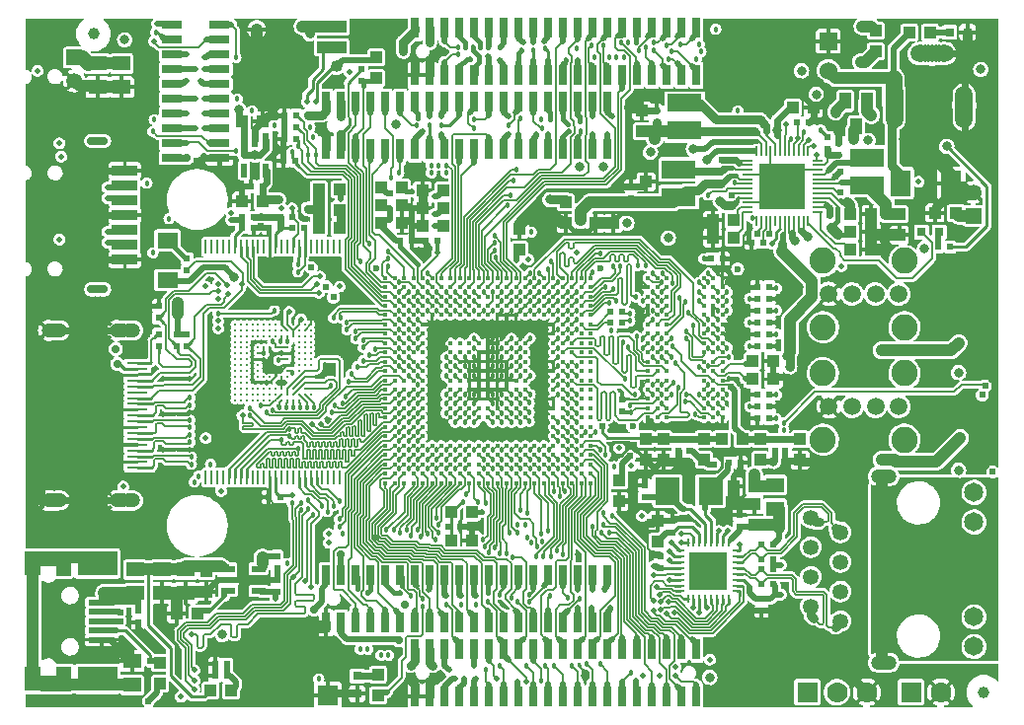
<source format=gbr>
%TF.GenerationSoftware,KiCad,Pcbnew,(6.0.1)*%
%TF.CreationDate,2022-06-22T14:46:01-03:00*%
%TF.ProjectId,A20-OLinuXino-Lime_Rev_I1,4132302d-4f4c-4696-9e75-58696e6f2d4c,rev?*%
%TF.SameCoordinates,Original*%
%TF.FileFunction,Copper,L1,Top*%
%TF.FilePolarity,Positive*%
%FSLAX46Y46*%
G04 Gerber Fmt 4.6, Leading zero omitted, Abs format (unit mm)*
G04 Created by KiCad (PCBNEW (6.0.1)) date 2022-06-22 14:46:01*
%MOMM*%
%LPD*%
G01*
G04 APERTURE LIST*
G04 Aperture macros list*
%AMRoundRect*
0 Rectangle with rounded corners*
0 $1 Rounding radius*
0 $2 $3 $4 $5 $6 $7 $8 $9 X,Y pos of 4 corners*
0 Add a 4 corners polygon primitive as box body*
4,1,4,$2,$3,$4,$5,$6,$7,$8,$9,$2,$3,0*
0 Add four circle primitives for the rounded corners*
1,1,$1+$1,$2,$3*
1,1,$1+$1,$4,$5*
1,1,$1+$1,$6,$7*
1,1,$1+$1,$8,$9*
0 Add four rect primitives between the rounded corners*
20,1,$1+$1,$2,$3,$4,$5,0*
20,1,$1+$1,$4,$5,$6,$7,0*
20,1,$1+$1,$6,$7,$8,$9,0*
20,1,$1+$1,$8,$9,$2,$3,0*%
G04 Aperture macros list end*
%TA.AperFunction,SMDPad,CuDef*%
%ADD10R,0.609600X0.584200*%
%TD*%
%TA.AperFunction,SMDPad,CuDef*%
%ADD11R,0.584200X0.609600*%
%TD*%
%TA.AperFunction,SMDPad,CuDef*%
%ADD12R,0.700000X1.800000*%
%TD*%
%TA.AperFunction,SMDPad,CuDef*%
%ADD13R,1.524000X1.270000*%
%TD*%
%TA.AperFunction,SMDPad,CuDef*%
%ADD14R,1.016000X1.016000*%
%TD*%
%TA.AperFunction,ComponentPad*%
%ADD15C,5.500000*%
%TD*%
%TA.AperFunction,ComponentPad*%
%ADD16C,0.900000*%
%TD*%
%TA.AperFunction,SMDPad,CuDef*%
%ADD17RoundRect,0.200000X0.000000X0.000000X0.000000X0.000000X0.000000X0.000000X0.000000X0.000000X0*%
%TD*%
%TA.AperFunction,SMDPad,CuDef*%
%ADD18RoundRect,0.300000X0.000000X0.000000X0.000000X0.000000X0.000000X0.000000X0.000000X0.000000X0*%
%TD*%
%TA.AperFunction,SMDPad,CuDef*%
%ADD19R,1.200000X0.550000*%
%TD*%
%TA.AperFunction,SMDPad,CuDef*%
%ADD20R,3.000000X1.600000*%
%TD*%
%TA.AperFunction,SMDPad,CuDef*%
%ADD21R,0.800000X0.800000*%
%TD*%
%TA.AperFunction,SMDPad,CuDef*%
%ADD22RoundRect,0.200000X0.000000X0.000000X0.000000X0.000000X0.000000X0.000000X0.000000X0.000000X0*%
%TD*%
%TA.AperFunction,SMDPad,CuDef*%
%ADD23RoundRect,0.300000X0.000000X0.000000X0.000000X0.000000X0.000000X0.000000X0.000000X0.000000X0*%
%TD*%
%TA.AperFunction,ComponentPad*%
%ADD24C,1.500000*%
%TD*%
%TA.AperFunction,ComponentPad*%
%ADD25C,2.250000*%
%TD*%
%TA.AperFunction,ComponentPad*%
%ADD26R,1.778000X1.778000*%
%TD*%
%TA.AperFunction,ComponentPad*%
%ADD27C,1.778000*%
%TD*%
%TA.AperFunction,SMDPad,CuDef*%
%ADD28R,0.675000X0.200000*%
%TD*%
%TA.AperFunction,SMDPad,CuDef*%
%ADD29R,0.775000X0.300000*%
%TD*%
%TA.AperFunction,SMDPad,CuDef*%
%ADD30RoundRect,0.500000X0.000000X0.000000X0.000000X0.000000X0.000000X0.000000X0.000000X0.000000X0*%
%TD*%
%TA.AperFunction,SMDPad,CuDef*%
%ADD31R,2.250000X0.500000*%
%TD*%
%TA.AperFunction,SMDPad,CuDef*%
%ADD32R,1.400000X2.100000*%
%TD*%
%TA.AperFunction,SMDPad,CuDef*%
%ADD33R,3.500000X2.100000*%
%TD*%
%TA.AperFunction,SMDPad,CuDef*%
%ADD34R,2.200000X0.900000*%
%TD*%
%TA.AperFunction,ComponentPad*%
%ADD35C,0.704800*%
%TD*%
%TA.AperFunction,SMDPad,CuDef*%
%ADD36R,0.200000X0.900000*%
%TD*%
%TA.AperFunction,SMDPad,CuDef*%
%ADD37R,0.900000X0.200000*%
%TD*%
%TA.AperFunction,ComponentPad*%
%ADD38R,1.422400X1.422400*%
%TD*%
%TA.AperFunction,ComponentPad*%
%ADD39R,0.400000X0.400000*%
%TD*%
%TA.AperFunction,SMDPad,CuDef*%
%ADD40R,4.000000X4.000000*%
%TD*%
%TA.AperFunction,ComponentPad*%
%ADD41R,1.350000X1.350000*%
%TD*%
%TA.AperFunction,ComponentPad*%
%ADD42C,1.350000*%
%TD*%
%TA.AperFunction,SMDPad,CuDef*%
%ADD43RoundRect,0.508000X0.000000X0.000000X0.000000X0.000000X0.000000X0.000000X0.000000X0.000000X0*%
%TD*%
%TA.AperFunction,SMDPad,CuDef*%
%ADD44R,1.800000X1.400000*%
%TD*%
%TA.AperFunction,SMDPad,CuDef*%
%ADD45R,1.800000X0.250000*%
%TD*%
%TA.AperFunction,ComponentPad*%
%ADD46C,1.200000*%
%TD*%
%TA.AperFunction,SMDPad,CuDef*%
%ADD47R,1.778000X2.286000*%
%TD*%
%TA.AperFunction,ComponentPad*%
%ADD48C,1.524000*%
%TD*%
%TA.AperFunction,ComponentPad*%
%ADD49R,1.524000X1.524000*%
%TD*%
%TA.AperFunction,SMDPad,CuDef*%
%ADD50R,2.100000X2.400000*%
%TD*%
%TA.AperFunction,SMDPad,CuDef*%
%ADD51RoundRect,0.508000X0.000000X0.000000X0.000000X0.000000X0.000000X0.000000X0.000000X0.000000X0*%
%TD*%
%TA.AperFunction,SMDPad,CuDef*%
%ADD52RoundRect,0.125000X0.000000X0.000000X0.000000X0.000000X0.000000X0.000000X0.000000X0.000000X0*%
%TD*%
%TA.AperFunction,SMDPad,CuDef*%
%ADD53RoundRect,0.250000X0.000000X0.000000X0.000000X0.000000X0.000000X0.000000X0.000000X0.000000X0*%
%TD*%
%TA.AperFunction,SMDPad,CuDef*%
%ADD54R,1.000000X1.400000*%
%TD*%
%TA.AperFunction,SMDPad,CuDef*%
%ADD55R,1.800000X0.700000*%
%TD*%
%TA.AperFunction,SMDPad,CuDef*%
%ADD56R,0.250000X0.750000*%
%TD*%
%TA.AperFunction,SMDPad,CuDef*%
%ADD57R,0.750000X0.250000*%
%TD*%
%TA.AperFunction,ComponentPad*%
%ADD58C,1.950000*%
%TD*%
%TA.AperFunction,SMDPad,CuDef*%
%ADD59R,3.200000X3.200000*%
%TD*%
%TA.AperFunction,ComponentPad*%
%ADD60C,1.650000*%
%TD*%
%TA.AperFunction,SMDPad,CuDef*%
%ADD61R,0.550000X1.200000*%
%TD*%
%TA.AperFunction,SMDPad,CuDef*%
%ADD62R,0.250000X1.200000*%
%TD*%
%TA.AperFunction,ViaPad*%
%ADD63C,0.803200*%
%TD*%
%TA.AperFunction,ViaPad*%
%ADD64C,0.457200*%
%TD*%
%TA.AperFunction,ViaPad*%
%ADD65C,0.503200*%
%TD*%
%TA.AperFunction,ViaPad*%
%ADD66C,0.603200*%
%TD*%
%TA.AperFunction,ViaPad*%
%ADD67C,0.703200*%
%TD*%
%TA.AperFunction,Conductor*%
%ADD68C,0.762000*%
%TD*%
%TA.AperFunction,Conductor*%
%ADD69C,0.508000*%
%TD*%
%TA.AperFunction,Conductor*%
%ADD70C,0.127000*%
%TD*%
%TA.AperFunction,Conductor*%
%ADD71C,0.609600*%
%TD*%
%TA.AperFunction,Conductor*%
%ADD72C,0.203200*%
%TD*%
%TA.AperFunction,Conductor*%
%ADD73C,0.406400*%
%TD*%
%TA.AperFunction,Conductor*%
%ADD74C,0.711200*%
%TD*%
%TA.AperFunction,Conductor*%
%ADD75C,0.152400*%
%TD*%
%TA.AperFunction,Conductor*%
%ADD76C,1.016000*%
%TD*%
%TA.AperFunction,Conductor*%
%ADD77C,0.254000*%
%TD*%
%TA.AperFunction,Conductor*%
%ADD78C,0.812800*%
%TD*%
%TA.AperFunction,Conductor*%
%ADD79C,0.304800*%
%TD*%
%TA.AperFunction,Conductor*%
%ADD80C,0.279400*%
%TD*%
%TA.AperFunction,Conductor*%
%ADD81C,0.381000*%
%TD*%
%TA.AperFunction,Conductor*%
%ADD82C,1.270000*%
%TD*%
%TA.AperFunction,Conductor*%
%ADD83C,0.889000*%
%TD*%
%TA.AperFunction,Conductor*%
%ADD84C,1.422400*%
%TD*%
%TA.AperFunction,Conductor*%
%ADD85C,0.635000*%
%TD*%
%TA.AperFunction,Conductor*%
%ADD86C,0.165000*%
%TD*%
G04 APERTURE END LIST*
%TO.C,USB_OTG*%
G36*
X109469100Y-133180600D02*
G01*
X108069100Y-133180600D01*
X108069100Y-131880600D01*
X109469100Y-131880600D01*
X109469100Y-133180600D01*
G37*
G36*
X110684100Y-123280600D02*
G01*
X109384100Y-123280600D01*
X109384100Y-121180600D01*
X110684100Y-121180600D01*
X110684100Y-123280600D01*
G37*
G36*
X109419100Y-122480600D02*
G01*
X108069100Y-122480600D01*
X108069100Y-121180600D01*
X109419100Y-121180600D01*
X109419100Y-122480600D01*
G37*
G36*
X110684100Y-133180600D02*
G01*
X109384100Y-133180600D01*
X109384100Y-131080600D01*
X110684100Y-131080600D01*
X110684100Y-133180600D01*
G37*
%TD*%
D10*
%TO.P,C113,1*%
%TO.N,GND*%
X129000100Y-85786600D03*
%TO.P,C113,2*%
%TO.N,TPX1*%
X130016100Y-85786600D03*
%TD*%
%TO.P,C41,1*%
%TO.N,GND*%
X170529100Y-99502600D03*
%TO.P,C41,2*%
%TO.N,V+*%
X169513100Y-99502600D03*
%TD*%
D11*
%TO.P,C147,1*%
%TO.N,VCCINT*%
X158718100Y-90866600D03*
%TO.P,C147,2*%
%TO.N,GND*%
X158718100Y-89850600D03*
%TD*%
%TO.P,C161,1*%
%TO.N,GND*%
X176498100Y-86116800D03*
%TO.P,C161,2*%
%TO.N,N$139*%
X176498100Y-87132800D03*
%TD*%
D12*
%TO.P,LCD_CON,1*%
%TO.N,+5V*%
X140176100Y-76261600D03*
%TO.P,LCD_CON,2*%
%TO.N,GND*%
X140176100Y-80325600D03*
%TO.P,LCD_CON,3*%
%TO.N,VCC*%
X141446100Y-76261600D03*
%TO.P,LCD_CON,4*%
%TO.N,GND*%
X141446100Y-80325600D03*
%TO.P,LCD_CON,5*%
%TO.N,LCD_D16*%
X142716100Y-76261600D03*
%TO.P,LCD_CON,6*%
%TO.N,LCD_D17*%
X142716100Y-80325600D03*
%TO.P,LCD_CON,7*%
%TO.N,LCD_D18*%
X143986100Y-76261600D03*
%TO.P,LCD_CON,8*%
%TO.N,LCD_D19*%
X143986100Y-80325600D03*
%TO.P,LCD_CON,9*%
%TO.N,LCD_D20*%
X145256100Y-76261600D03*
%TO.P,LCD_CON,10*%
%TO.N,LCD_D21*%
X145256100Y-80325600D03*
%TO.P,LCD_CON,11*%
%TO.N,LCD_D22*%
X146526100Y-76261600D03*
%TO.P,LCD_CON,12*%
%TO.N,LCD_D23*%
X146526100Y-80325600D03*
%TO.P,LCD_CON,13*%
%TO.N,LCD_D8*%
X147796100Y-76261600D03*
%TO.P,LCD_CON,14*%
%TO.N,LCD_D9*%
X147796100Y-80325600D03*
%TO.P,LCD_CON,15*%
%TO.N,LCD_D10*%
X149066100Y-76261600D03*
%TO.P,LCD_CON,16*%
%TO.N,LCD_D11*%
X149066100Y-80325600D03*
%TO.P,LCD_CON,17*%
%TO.N,LCD_D12*%
X150336100Y-76261600D03*
%TO.P,LCD_CON,18*%
%TO.N,LCD_D13*%
X150336100Y-80325600D03*
%TO.P,LCD_CON,19*%
%TO.N,LCD_D14*%
X151606100Y-76261600D03*
%TO.P,LCD_CON,20*%
%TO.N,LCD_D15*%
X151606100Y-80325600D03*
%TO.P,LCD_CON,21*%
%TO.N,LCD_D0*%
X152876100Y-76261600D03*
%TO.P,LCD_CON,22*%
%TO.N,LCD_D1*%
X152876100Y-80325600D03*
%TO.P,LCD_CON,23*%
%TO.N,LCD_D2*%
X154146100Y-76261600D03*
%TO.P,LCD_CON,24*%
%TO.N,LCD_D3*%
X154146100Y-80325600D03*
%TO.P,LCD_CON,25*%
%TO.N,LCD_D4*%
X155416100Y-76261600D03*
%TO.P,LCD_CON,26*%
%TO.N,LCD_D5*%
X155416100Y-80325600D03*
%TO.P,LCD_CON,27*%
%TO.N,LCD_D6*%
X156686100Y-76261600D03*
%TO.P,LCD_CON,28*%
%TO.N,LCD_D7*%
X156686100Y-80325600D03*
%TO.P,LCD_CON,29*%
%TO.N,LCD_HSYNC*%
X157956100Y-76261600D03*
%TO.P,LCD_CON,30*%
%TO.N,LCD_VSYNC*%
X157956100Y-80325600D03*
%TO.P,LCD_CON,31*%
%TO.N,LCD_CLK*%
X159226100Y-76261600D03*
%TO.P,LCD_CON,32*%
%TO.N,LCD_DE*%
X159226100Y-80325600D03*
%TO.P,LCD_CON,33*%
%TO.N,N$229*%
X160496100Y-76261600D03*
%TO.P,LCD_CON,34*%
%TO.N,N$230*%
X160496100Y-80325600D03*
%TO.P,LCD_CON,35*%
%TO.N,LCD_PWR*%
X161766100Y-76261600D03*
%TO.P,LCD_CON,36*%
%TO.N,PB2/PWM0*%
X161766100Y-80325600D03*
%TO.P,LCD_CON,37*%
%TO.N,INT/X1*%
X163036100Y-76261600D03*
%TO.P,LCD_CON,38*%
%TO.N,RES/X2*%
X163036100Y-80325600D03*
%TO.P,LCD_CON,39*%
%TO.N,SCL/Y1*%
X164306100Y-76261600D03*
%TO.P,LCD_CON,40*%
%TO.N,SDA/Y2*%
X164306100Y-80325600D03*
%TD*%
D10*
%TO.P,C116,1*%
%TO.N,GND*%
X129000100Y-84770600D03*
%TO.P,C116,2*%
%TO.N,TPY2*%
X130016100Y-84770600D03*
%TD*%
D13*
%TO.P,C189,1*%
%TO.N,GND*%
X118459100Y-124775600D03*
%TO.P,C189,2*%
%TO.N,N$100*%
X118459100Y-122743600D03*
%TD*%
D14*
%TO.P,C134,1*%
%TO.N,N$128*%
X181705100Y-92263600D03*
%TO.P,C134,2*%
%TO.N,GND*%
X181705100Y-94041600D03*
%TD*%
D15*
%TO.P,CASE,GND1*%
%TO.N,GND*%
X128071100Y-129998600D03*
D16*
%TO.P,CASE,GND2*%
X128071100Y-127748600D03*
%TO.P,CASE,GND3*%
X128071100Y-132248600D03*
%TO.P,CASE,GND4*%
X130321100Y-129998600D03*
%TO.P,CASE,GND5*%
X125821100Y-129998600D03*
%TO.P,CASE,GND6*%
X126524300Y-128451800D03*
%TO.P,CASE,GND7*%
X129618000Y-131545500D03*
%TO.P,CASE,GND8*%
X126524300Y-131545500D03*
%TO.P,CASE,GND9*%
X129618000Y-128451800D03*
D15*
%TO.P,CASE,GND10*%
X168931100Y-129998600D03*
D16*
%TO.P,CASE,GND11*%
X168931100Y-127748600D03*
%TO.P,CASE,GND12*%
X168931100Y-132248600D03*
%TO.P,CASE,GND13*%
X171181100Y-129998600D03*
%TO.P,CASE,GND14*%
X166681100Y-129998600D03*
%TO.P,CASE,GND15*%
X167384300Y-128451800D03*
%TO.P,CASE,GND16*%
X170478000Y-131545500D03*
%TO.P,CASE,GND17*%
X167384300Y-131545500D03*
%TO.P,CASE,GND18*%
X170478000Y-128451800D03*
D15*
%TO.P,CASE,GND19*%
X128071100Y-79998600D03*
D16*
%TO.P,CASE,GND20*%
X128071100Y-77748600D03*
%TO.P,CASE,GND21*%
X128071100Y-82248600D03*
%TO.P,CASE,GND22*%
X130321100Y-79998600D03*
%TO.P,CASE,GND23*%
X125821100Y-79998600D03*
%TO.P,CASE,GND24*%
X126524300Y-78451800D03*
%TO.P,CASE,GND25*%
X129618000Y-81545500D03*
%TO.P,CASE,GND26*%
X126524300Y-81545500D03*
%TO.P,CASE,GND27*%
X129618000Y-78451800D03*
D15*
%TO.P,CASE,GND28*%
X168931100Y-79998600D03*
D16*
%TO.P,CASE,GND29*%
X168931100Y-77748600D03*
%TO.P,CASE,GND30*%
X168931100Y-82248600D03*
%TO.P,CASE,GND31*%
X171181100Y-79998600D03*
%TO.P,CASE,GND32*%
X166681100Y-79998600D03*
%TO.P,CASE,GND33*%
X167384300Y-78451800D03*
%TO.P,CASE,GND34*%
X170478000Y-81545500D03*
%TO.P,CASE,GND35*%
X167384300Y-81545500D03*
%TO.P,CASE,GND36*%
X170478000Y-78451800D03*
%TD*%
D14*
%TO.P,R8,1*%
%TO.N,GND*%
X170910100Y-106424100D03*
%TO.P,R8,2*%
%TO.N,N$3*%
X169132100Y-106424100D03*
%TD*%
%TO.P,R75,1*%
%TO.N,+5V*%
X179673100Y-76515600D03*
%TO.P,R75,2*%
%TO.N,N$15*%
X179673100Y-78293600D03*
%TD*%
D17*
%TO.P,U1,A1*%
%TO.N,V+*%
X160141100Y-97715600D03*
%TO.P,U1,A2*%
%TO.N,DQ13*%
X160941100Y-97715600D03*
%TO.P,U1,A3*%
%TO.N,DQ15*%
X161741100Y-97715600D03*
%TO.P,U1,A7*%
%TO.N,DQ12*%
X164941100Y-97715600D03*
%TO.P,U1,A8*%
%TO.N,V+*%
X165741100Y-97715600D03*
%TO.P,U1,A9*%
%TO.N,GND*%
X166541100Y-97715600D03*
%TO.P,U1,B1*%
X160141100Y-98515600D03*
%TO.P,U1,B2*%
%TO.N,V+*%
X160941100Y-98515600D03*
%TO.P,U1,B3*%
%TO.N,GND*%
X161741100Y-98515600D03*
%TO.P,U1,B7*%
%TO.N,SDQS1_N*%
X164941100Y-98515600D03*
%TO.P,U1,B8*%
%TO.N,DQ14*%
X165741100Y-98515600D03*
%TO.P,U1,B9*%
%TO.N,GND*%
X166541100Y-98515600D03*
%TO.P,U1,C1*%
%TO.N,V+*%
X160141100Y-99315600D03*
%TO.P,U1,C2*%
%TO.N,DQ11*%
X160941100Y-99315600D03*
%TO.P,U1,C3*%
%TO.N,DQ9*%
X161741100Y-99315600D03*
%TO.P,U1,C7*%
%TO.N,SDQS1*%
X164941100Y-99315600D03*
%TO.P,U1,C8*%
%TO.N,DQ10*%
X165741100Y-99315600D03*
%TO.P,U1,C9*%
%TO.N,V+*%
X166541100Y-99315600D03*
%TO.P,U1,D1*%
%TO.N,GND*%
X160141100Y-100115600D03*
%TO.P,U1,D2*%
%TO.N,V+*%
X160941100Y-100115600D03*
%TO.P,U1,D3*%
%TO.N,SDQM1*%
X161741100Y-100115600D03*
%TO.P,U1,D7*%
%TO.N,DQ8*%
X164941100Y-100115600D03*
%TO.P,U1,D8*%
%TO.N,GND*%
X165741100Y-100115600D03*
%TO.P,U1,D9*%
%TO.N,V+*%
X166541100Y-100115600D03*
%TO.P,U1,E1*%
%TO.N,GND*%
X160141100Y-100915600D03*
%TO.P,U1,E2*%
X160941100Y-100915600D03*
%TO.P,U1,E3*%
%TO.N,DQ0*%
X161741100Y-100915600D03*
%TO.P,U1,E7*%
%TO.N,SDQM0*%
X164941100Y-100915600D03*
%TO.P,U1,E8*%
%TO.N,GND*%
X165741100Y-100915600D03*
%TO.P,U1,E9*%
%TO.N,V+*%
X166541100Y-100915600D03*
%TO.P,U1,F1*%
X160141100Y-101715600D03*
%TO.P,U1,F2*%
%TO.N,DQ2*%
X160941100Y-101715600D03*
%TO.P,U1,F3*%
%TO.N,SDQS0*%
X161741100Y-101715600D03*
%TO.P,U1,F7*%
%TO.N,DQ1*%
X164941100Y-101715600D03*
%TO.P,U1,F8*%
%TO.N,DQ3*%
X165741100Y-101715600D03*
%TO.P,U1,F9*%
%TO.N,GND*%
X166541100Y-101715600D03*
D18*
%TO.P,U1,FID1*%
%TO.N,N/C*%
X158841100Y-110465600D03*
%TO.P,U1,FID2*%
X167841100Y-96965600D03*
D17*
%TO.P,U1,G1*%
%TO.N,GND*%
X160141100Y-102515600D03*
%TO.P,U1,G2*%
%TO.N,DQ6*%
X160941100Y-102515600D03*
%TO.P,U1,G3*%
%TO.N,SDQS0_N*%
X161741100Y-102515600D03*
%TO.P,U1,G7*%
%TO.N,V+*%
X164941100Y-102515600D03*
%TO.P,U1,G8*%
%TO.N,GND*%
X165741100Y-102515600D03*
%TO.P,U1,G9*%
X166541100Y-102515600D03*
%TO.P,U1,H1*%
%TO.N,DDR_VREF*%
X160141100Y-103315600D03*
%TO.P,U1,H2*%
%TO.N,V+*%
X160941100Y-103315600D03*
%TO.P,U1,H3*%
%TO.N,DQ4*%
X161741100Y-103315600D03*
%TO.P,U1,H7*%
%TO.N,DQ7*%
X164941100Y-103315600D03*
%TO.P,U1,H8*%
%TO.N,DQ5*%
X165741100Y-103315600D03*
%TO.P,U1,H9*%
%TO.N,V+*%
X166541100Y-103315600D03*
%TO.P,U1,J1*%
%TO.N,ODT1*%
X160141100Y-104115600D03*
%TO.P,U1,J2*%
%TO.N,GND*%
X160941100Y-104115600D03*
%TO.P,U1,J3*%
%TO.N,RASN*%
X161741100Y-104115600D03*
%TO.P,U1,J7*%
%TO.N,CLK*%
X164941100Y-104115600D03*
%TO.P,U1,J8*%
%TO.N,GND*%
X165741100Y-104115600D03*
%TO.P,U1,J9*%
%TO.N,SCKE1*%
X166541100Y-104115600D03*
%TO.P,U1,K1*%
%TO.N,DDR3_ODT*%
X160141100Y-104915600D03*
%TO.P,U1,K2*%
%TO.N,V+*%
X160941100Y-104915600D03*
%TO.P,U1,K3*%
%TO.N,CASN*%
X161741100Y-104915600D03*
%TO.P,U1,K7*%
%TO.N,CLKN*%
X164941100Y-104915600D03*
%TO.P,U1,K8*%
%TO.N,V+*%
X165741100Y-104915600D03*
%TO.P,U1,K9*%
%TO.N,CKE*%
X166541100Y-104915600D03*
%TO.P,U1,L1*%
%TO.N,SCS1*%
X160141100Y-105715600D03*
%TO.P,U1,L2*%
%TO.N,SCS0*%
X160941100Y-105715600D03*
%TO.P,U1,L3*%
%TO.N,WEN*%
X161741100Y-105715600D03*
%TO.P,U1,L7*%
%TO.N,SA10*%
X164941100Y-105715600D03*
%TO.P,U1,L8*%
%TO.N,N$3*%
X165741100Y-105715600D03*
%TO.P,U1,L9*%
%TO.N,N$16*%
X166541100Y-105715600D03*
%TO.P,U1,M1*%
%TO.N,GND*%
X160141100Y-106515600D03*
%TO.P,U1,M2*%
%TO.N,BA0*%
X160941100Y-106515600D03*
%TO.P,U1,M3*%
%TO.N,BA2*%
X161741100Y-106515600D03*
%TO.P,U1,M7*%
%TO.N,N/C*%
X164941100Y-106515600D03*
%TO.P,U1,M8*%
%TO.N,DDR_VREF*%
X165741100Y-106515600D03*
%TO.P,U1,M9*%
%TO.N,GND*%
X166541100Y-106515600D03*
%TO.P,U1,N1*%
%TO.N,V+*%
X160141100Y-107315600D03*
%TO.P,U1,N2*%
%TO.N,SA3*%
X160941100Y-107315600D03*
%TO.P,U1,N3*%
%TO.N,SA0*%
X161741100Y-107315600D03*
%TO.P,U1,N7*%
%TO.N,SA12*%
X164941100Y-107315600D03*
%TO.P,U1,N8*%
%TO.N,BA1*%
X165741100Y-107315600D03*
%TO.P,U1,N9*%
%TO.N,V+*%
X166541100Y-107315600D03*
%TO.P,U1,P1*%
%TO.N,GND*%
X160141100Y-108115600D03*
%TO.P,U1,P2*%
%TO.N,SA5*%
X160941100Y-108115600D03*
%TO.P,U1,P3*%
%TO.N,SA2*%
X161741100Y-108115600D03*
%TO.P,U1,P7*%
%TO.N,SA1*%
X164941100Y-108115600D03*
%TO.P,U1,P8*%
%TO.N,SA4*%
X165741100Y-108115600D03*
%TO.P,U1,P9*%
%TO.N,GND*%
X166541100Y-108115600D03*
%TO.P,U1,R1*%
%TO.N,V+*%
X160141100Y-108915600D03*
%TO.P,U1,R2*%
%TO.N,SA7*%
X160941100Y-108915600D03*
%TO.P,U1,R3*%
%TO.N,SA9*%
X161741100Y-108915600D03*
%TO.P,U1,R7*%
%TO.N,SA11*%
X164941100Y-108915600D03*
%TO.P,U1,R8*%
%TO.N,SA6*%
X165741100Y-108915600D03*
%TO.P,U1,R9*%
%TO.N,V+*%
X166541100Y-108915600D03*
%TO.P,U1,T1*%
%TO.N,GND*%
X160141100Y-109715600D03*
%TO.P,U1,T2*%
%TO.N,DDR3_RST*%
X160941100Y-109715600D03*
%TO.P,U1,T3*%
%TO.N,SA13*%
X161741100Y-109715600D03*
%TO.P,U1,T7*%
%TO.N,SA14*%
X164941100Y-109715600D03*
%TO.P,U1,T8*%
%TO.N,SA8*%
X165741100Y-109715600D03*
%TO.P,U1,T9*%
%TO.N,GND*%
X166541100Y-109715600D03*
%TD*%
D14*
%TO.P,C75,1*%
%TO.N,GND*%
X167481100Y-115631600D03*
%TO.P,C75,2*%
%TO.N,VCC*%
X169259100Y-115631600D03*
%TD*%
D10*
%TO.P,C45,1*%
%TO.N,GND*%
X166592100Y-96073600D03*
%TO.P,C45,2*%
%TO.N,V+*%
X165576100Y-96073600D03*
%TD*%
%TO.P,C27,1*%
%TO.N,GND*%
X170529100Y-108773600D03*
%TO.P,C27,2*%
%TO.N,V+*%
X169513100Y-108773600D03*
%TD*%
%TO.P,C43,1*%
%TO.N,GND*%
X170529100Y-101534600D03*
%TO.P,C43,2*%
%TO.N,V+*%
X169513100Y-101534600D03*
%TD*%
D19*
%TO.P,U9,1*%
%TO.N,N$100*%
X124144000Y-122682600D03*
%TO.P,U9,2*%
%TO.N,GND*%
X124144000Y-123632600D03*
%TO.P,U9,3*%
%TO.N,N$99*%
X124144000Y-124582600D03*
%TO.P,U9,4*%
%TO.N,USB0-DRV*%
X126744200Y-124582600D03*
%TO.P,U9,5*%
%TO.N,+5V*%
X126744200Y-122682600D03*
%TD*%
D20*
%TO.P,L11,1*%
%TO.N,N$130*%
X163290100Y-82681600D03*
%TO.P,L11,2*%
%TO.N,VCC/2*%
X163290100Y-85081600D03*
%TD*%
D21*
%TO.P,CHGLED,A*%
%TO.N,N$4*%
X185134100Y-93787600D03*
%TO.P,CHGLED,C*%
%TO.N,N$11*%
X183610100Y-93787600D03*
%TD*%
D13*
%TO.P,C201,1*%
%TO.N,GND*%
X120491100Y-124775600D03*
%TO.P,C201,2*%
%TO.N,N$100*%
X120491100Y-122743600D03*
%TD*%
D14*
%TO.P,C183,1*%
%TO.N,VCC*%
X132302100Y-76134600D03*
%TO.P,C183,2*%
%TO.N,N$66*%
X132302100Y-77912600D03*
%TD*%
D11*
%TO.P,R97,1*%
%TO.N,N$13*%
X118205100Y-102550600D03*
%TO.P,R97,2*%
%TO.N,HHPD*%
X118205100Y-103566600D03*
%TD*%
D12*
%TO.P,GPIO-2,1*%
%TO.N,+5V*%
X132556100Y-123251600D03*
%TO.P,GPIO-2,2*%
%TO.N,GND*%
X132556100Y-127315600D03*
%TO.P,GPIO-2,3*%
%TO.N,VCC*%
X133826100Y-123251600D03*
%TO.P,GPIO-2,4*%
%TO.N,LDO3_2.8V*%
X133826100Y-127315600D03*
%TO.P,GPIO-2,5*%
%TO.N,TWI0-SCK*%
X135096100Y-123251600D03*
%TO.P,GPIO-2,6*%
%TO.N,PE0*%
X135096100Y-127315600D03*
%TO.P,GPIO-2,7*%
%TO.N,TWI0-SDA*%
X136366100Y-123251600D03*
%TO.P,GPIO-2,8*%
%TO.N,PE1*%
X136366100Y-127315600D03*
%TO.P,GPIO-2,9*%
%TO.N,PI0*%
X137636100Y-123251600D03*
%TO.P,GPIO-2,10*%
%TO.N,PE2*%
X137636100Y-127315600D03*
%TO.P,GPIO-2,11*%
%TO.N,PI1*%
X138906100Y-123251600D03*
%TO.P,GPIO-2,12*%
%TO.N,PE3*%
X138906100Y-127315600D03*
%TO.P,GPIO-2,13*%
%TO.N,PI2*%
X140176100Y-123251600D03*
%TO.P,GPIO-2,14*%
%TO.N,PE4*%
X140176100Y-127315600D03*
%TO.P,GPIO-2,15*%
%TO.N,PI3*%
X141446100Y-123251600D03*
%TO.P,GPIO-2,16*%
%TO.N,PE5*%
X141446100Y-127315600D03*
%TO.P,GPIO-2,17*%
%TO.N,PI4*%
X142716100Y-123251600D03*
%TO.P,GPIO-2,18*%
%TO.N,PE6*%
X142716100Y-127315600D03*
%TO.P,GPIO-2,19*%
%TO.N,PI5*%
X143986100Y-123251600D03*
%TO.P,GPIO-2,20*%
%TO.N,PE7*%
X143986100Y-127315600D03*
%TO.P,GPIO-2,21*%
%TO.N,PI6*%
X145256100Y-123251600D03*
%TO.P,GPIO-2,22*%
%TO.N,PE8*%
X145256100Y-127315600D03*
%TO.P,GPIO-2,23*%
%TO.N,PI7*%
X146526100Y-123251600D03*
%TO.P,GPIO-2,24*%
%TO.N,PE9*%
X146526100Y-127315600D03*
%TO.P,GPIO-2,25*%
%TO.N,PI8*%
X147796100Y-123251600D03*
%TO.P,GPIO-2,26*%
%TO.N,PE10*%
X147796100Y-127315600D03*
%TO.P,GPIO-2,27*%
%TO.N,PI9*%
X149066100Y-123251600D03*
%TO.P,GPIO-2,28*%
%TO.N,PE11*%
X149066100Y-127315600D03*
%TO.P,GPIO-2,29*%
%TO.N,PI10*%
X150336100Y-123251600D03*
%TO.P,GPIO-2,30*%
%TO.N,PI21*%
X150336100Y-127315600D03*
%TO.P,GPIO-2,31*%
%TO.N,PI11*%
X151606100Y-123251600D03*
%TO.P,GPIO-2,32*%
%TO.N,PI20*%
X151606100Y-127315600D03*
%TO.P,GPIO-2,33*%
%TO.N,PI12*%
X152876100Y-123251600D03*
%TO.P,GPIO-2,34*%
%TO.N,PI19*%
X152876100Y-127315600D03*
%TO.P,GPIO-2,35*%
%TO.N,PI13*%
X154146100Y-123251600D03*
%TO.P,GPIO-2,36*%
%TO.N,PI18*%
X154146100Y-127315600D03*
%TO.P,GPIO-2,37*%
%TO.N,PI14*%
X155416100Y-123251600D03*
%TO.P,GPIO-2,38*%
%TO.N,PI17*%
X155416100Y-127315600D03*
%TO.P,GPIO-2,39*%
%TO.N,PI15*%
X156686100Y-123251600D03*
%TO.P,GPIO-2,40*%
%TO.N,PI16*%
X156686100Y-127315600D03*
%TD*%
D22*
%TO.P,U7,A1*%
%TO.N,PH15*%
X155241100Y-115315600D03*
%TO.P,U7,A2*%
%TO.N,PH13*%
X154441100Y-115315600D03*
%TO.P,U7,A3*%
%TO.N,PH10/EPHY-RST#*%
X153641100Y-115315600D03*
%TO.P,U7,A4*%
%TO.N,USB1-DRV*%
X152841100Y-115315600D03*
%TO.P,U7,A5*%
%TO.N,USB2-DRV*%
X152041100Y-115315600D03*
%TO.P,U7,A6*%
%TO.N,PH0*%
X151241100Y-115315600D03*
%TO.P,U7,A7*%
%TO.N,UART0-TX*%
X150441100Y-115315600D03*
%TO.P,U7,A8*%
%TO.N,PB18/TWI1-SCK*%
X149641100Y-115315600D03*
%TO.P,U7,A9*%
%TO.N,PB16*%
X148841100Y-115315600D03*
%TO.P,U7,A10*%
%TO.N,PB14*%
X148041100Y-115315600D03*
%TO.P,U7,A11*%
%TO.N,PB8/SATA-PWR-EN*%
X147241100Y-115315600D03*
%TO.P,U7,A12*%
%TO.N,PB6*%
X146441100Y-115315600D03*
%TO.P,U7,A13*%
%TO.N,PB4*%
X145641100Y-115315600D03*
%TO.P,U7,A14*%
%TO.N,PB2/PWM0*%
X144841100Y-115315600D03*
%TO.P,U7,A15*%
%TO.N,TWI0-SCK*%
X144041100Y-115315600D03*
%TO.P,U7,A16*%
%TO.N,PI8*%
X143241100Y-115315600D03*
%TO.P,U7,A17*%
%TO.N,PI6*%
X142441100Y-115315600D03*
%TO.P,U7,A18*%
%TO.N,PI4*%
X141641100Y-115315600D03*
%TO.P,U7,A19*%
%TO.N,PI2*%
X140841100Y-115315600D03*
%TO.P,U7,A20*%
%TO.N,PI0*%
X140041100Y-115315600D03*
%TO.P,U7,A21*%
%TO.N,PE11*%
X139241100Y-115315600D03*
%TO.P,U7,A22*%
%TO.N,PE9*%
X138441100Y-115315600D03*
%TO.P,U7,A23*%
%TO.N,PE8*%
X137641100Y-115315600D03*
%TO.P,U7,AA1*%
%TO.N,DQ12*%
X155241100Y-99315600D03*
%TO.P,U7,AA2*%
%TO.N,SDQS1_N*%
X154441100Y-99315600D03*
%TO.P,U7,AA3*%
%TO.N,SA8*%
X153641100Y-99315600D03*
%TO.P,U7,AA4*%
%TO.N,SCS1*%
X152841100Y-99315600D03*
%TO.P,U7,AA5*%
%TO.N,ODT0*%
X152041100Y-99315600D03*
%TO.P,U7,AA6*%
%TO.N,SRST*%
X151241100Y-99315600D03*
%TO.P,U7,AA7*%
%TO.N,N$2*%
X150441100Y-99315600D03*
%TO.P,U7,AA8*%
%TO.N,CPU-REF*%
X149641100Y-99315600D03*
%TO.P,U7,AA9*%
%TO.N,LCD_DE*%
X148841100Y-99315600D03*
%TO.P,U7,AA10*%
%TO.N,LCD_D21*%
X148041100Y-99315600D03*
%TO.P,U7,AA11*%
%TO.N,LCD_D19*%
X147241100Y-99315600D03*
%TO.P,U7,AA12*%
%TO.N,LCD_D17*%
X146441100Y-99315600D03*
%TO.P,U7,AA13*%
%TO.N,LCD_D15*%
X145641100Y-99315600D03*
%TO.P,U7,AA14*%
%TO.N,LCD_D13*%
X144841100Y-99315600D03*
%TO.P,U7,AA15*%
%TO.N,LCD_D11*%
X144041100Y-99315600D03*
%TO.P,U7,AA16*%
%TO.N,N$42*%
X143241100Y-99315600D03*
%TO.P,U7,AA17*%
%TO.N,TVIN2*%
X142441100Y-99315600D03*
%TO.P,U7,AA18*%
%TO.N,GND*%
X141641100Y-99315600D03*
%TO.P,U7,AA19*%
%TO.N,HPCOM*%
X140841100Y-99315600D03*
%TO.P,U7,AA20*%
X140041100Y-99315600D03*
%TO.P,U7,AA21*%
%TO.N,VMIC*%
X139241100Y-99315600D03*
%TO.P,U7,AA22*%
%TO.N,TPX2*%
X138441100Y-99315600D03*
%TO.P,U7,AA23*%
%TO.N,TPY2*%
X137641100Y-99315600D03*
%TO.P,U7,AB1*%
%TO.N,SDQS1*%
X155241100Y-98515600D03*
%TO.P,U7,AB2*%
%TO.N,DQ8*%
X154441100Y-98515600D03*
%TO.P,U7,AB3*%
%TO.N,DQ13*%
X153641100Y-98515600D03*
%TO.P,U7,AB4*%
%TO.N,DQ0*%
X152841100Y-98515600D03*
%TO.P,U7,AB5*%
%TO.N,DQ5*%
X152041100Y-98515600D03*
%TO.P,U7,AB6*%
%TO.N,SDQS0*%
X151241100Y-98515600D03*
%TO.P,U7,AB7*%
%TO.N,DQ6*%
X150441100Y-98515600D03*
%TO.P,U7,AB8*%
%TO.N,DQ3*%
X149641100Y-98515600D03*
%TO.P,U7,AB9*%
%TO.N,LCD_HSYNC*%
X148841100Y-98515600D03*
%TO.P,U7,AB10*%
%TO.N,LCD_D22*%
X148041100Y-98515600D03*
%TO.P,U7,AB11*%
%TO.N,LCD_D8*%
X147241100Y-98515600D03*
%TO.P,U7,AB12*%
%TO.N,LCD_D6*%
X146441100Y-98515600D03*
%TO.P,U7,AB13*%
%TO.N,LCD_D4*%
X145641100Y-98515600D03*
%TO.P,U7,AB14*%
%TO.N,LCD_D2*%
X144841100Y-98515600D03*
%TO.P,U7,AB15*%
%TO.N,LCD_D0*%
X144041100Y-98515600D03*
%TO.P,U7,AB16*%
%TO.N,VGA-B*%
X143241100Y-98515600D03*
%TO.P,U7,AB17*%
%TO.N,TVOUT3*%
X142441100Y-98515600D03*
%TO.P,U7,AB18*%
%TO.N,TVIN1*%
X141641100Y-98515600D03*
%TO.P,U7,AB19*%
%TO.N,VCC*%
X140841100Y-98515600D03*
%TO.P,U7,AB20*%
%TO.N,LINEINL*%
X140041100Y-98515600D03*
%TO.P,U7,AB21*%
%TO.N,LINEINR*%
X139241100Y-98515600D03*
%TO.P,U7,AB22*%
%TO.N,LRADC1*%
X138441100Y-98515600D03*
%TO.P,U7,AB23*%
%TO.N,LRADC0*%
X137641100Y-98515600D03*
%TO.P,U7,AC1*%
%TO.N,DQ15*%
X155241100Y-97715600D03*
%TO.P,U7,AC2*%
%TO.N,DQ10*%
X154441100Y-97715600D03*
%TO.P,U7,AC3*%
%TO.N,DQ7*%
X153641100Y-97715600D03*
%TO.P,U7,AC4*%
%TO.N,DQ2*%
X152841100Y-97715600D03*
%TO.P,U7,AC5*%
%TO.N,SDQS0_N*%
X152041100Y-97715600D03*
%TO.P,U7,AC6*%
%TO.N,SDQM0*%
X151241100Y-97715600D03*
%TO.P,U7,AC7*%
%TO.N,DQ1*%
X150441100Y-97715600D03*
%TO.P,U7,AC8*%
%TO.N,DQ4*%
X149641100Y-97715600D03*
%TO.P,U7,AC9*%
%TO.N,LCD_VSYNC*%
X148841100Y-97715600D03*
%TO.P,U7,AC10*%
%TO.N,LCD_D23*%
X148041100Y-97715600D03*
%TO.P,U7,AC11*%
%TO.N,LCD_D9*%
X147241100Y-97715600D03*
%TO.P,U7,AC12*%
%TO.N,LCD_D7*%
X146441100Y-97715600D03*
%TO.P,U7,AC13*%
%TO.N,LCD_D5*%
X145641100Y-97715600D03*
%TO.P,U7,AC14*%
%TO.N,LCD_D3*%
X144841100Y-97715600D03*
%TO.P,U7,AC15*%
%TO.N,LCD_D1*%
X144041100Y-97715600D03*
%TO.P,U7,AC16*%
%TO.N,VGA-G*%
X143241100Y-97715600D03*
%TO.P,U7,AC17*%
%TO.N,VGA-R*%
X142441100Y-97715600D03*
%TO.P,U7,AC18*%
%TO.N,TVIN0*%
X141641100Y-97715600D03*
%TO.P,U7,AC19*%
%TO.N,N$1*%
X140841100Y-97715600D03*
%TO.P,U7,AC20*%
%TO.N,MICIN1*%
X140041100Y-97715600D03*
%TO.P,U7,AC21*%
%TO.N,MICIN2*%
X139241100Y-97715600D03*
%TO.P,U7,AC22*%
%TO.N,MIC1OUTP*%
X138441100Y-97715600D03*
%TO.P,U7,AC23*%
%TO.N,MIC1OUTN*%
X137641100Y-97715600D03*
%TO.P,U7,B1*%
%TO.N,PH16*%
X155241100Y-114515600D03*
%TO.P,U7,B2*%
%TO.N,PH14*%
X154441100Y-114515600D03*
%TO.P,U7,B3*%
%TO.N,PH11*%
X153641100Y-114515600D03*
%TO.P,U7,B4*%
%TO.N,PH7/USB0-DRV*%
X152841100Y-114515600D03*
%TO.P,U7,B5*%
%TO.N,USB0-IDDET*%
X152041100Y-114515600D03*
%TO.P,U7,B6*%
%TO.N,SD0-DET#*%
X151241100Y-114515600D03*
%TO.P,U7,B7*%
%TO.N,UART0-RX*%
X150441100Y-114515600D03*
%TO.P,U7,B8*%
%TO.N,PB19/TWI1-SDA*%
X149641100Y-114515600D03*
%TO.P,U7,B9*%
%TO.N,PB17*%
X148841100Y-114515600D03*
%TO.P,U7,B10*%
%TO.N,PB15*%
X148041100Y-114515600D03*
%TO.P,U7,B11*%
%TO.N,PB13/CTP_RES*%
X147241100Y-114515600D03*
%TO.P,U7,B12*%
%TO.N,PB7*%
X146441100Y-114515600D03*
%TO.P,U7,B13*%
%TO.N,PB5*%
X145641100Y-114515600D03*
%TO.P,U7,B14*%
%TO.N,PB3*%
X144841100Y-114515600D03*
%TO.P,U7,B15*%
%TO.N,TWI0-SDA*%
X144041100Y-114515600D03*
%TO.P,U7,B16*%
%TO.N,PI9*%
X143241100Y-114515600D03*
%TO.P,U7,B17*%
%TO.N,PI7*%
X142441100Y-114515600D03*
%TO.P,U7,B18*%
%TO.N,PI5*%
X141641100Y-114515600D03*
%TO.P,U7,B19*%
%TO.N,PI3*%
X140841100Y-114515600D03*
%TO.P,U7,B20*%
%TO.N,PI1*%
X140041100Y-114515600D03*
%TO.P,U7,B21*%
%TO.N,PE10*%
X139241100Y-114515600D03*
%TO.P,U7,B22*%
%TO.N,PE7*%
X138441100Y-114515600D03*
%TO.P,U7,B23*%
%TO.N,PE6*%
X137641100Y-114515600D03*
%TO.P,U7,C1*%
%TO.N,PH17*%
X155241100Y-113715600D03*
%TO.P,U7,C2*%
%TO.N,PH18*%
X154441100Y-113715600D03*
%TO.P,U7,C3*%
%TO.N,PH12/CTP_INT*%
X153641100Y-113715600D03*
%TO.P,U7,C4*%
%TO.N,LCD_PWR*%
X152841100Y-113715600D03*
%TO.P,U7,C5*%
%TO.N,USB0-VBUSDET*%
X152041100Y-113715600D03*
%TO.P,U7,C6*%
%TO.N,PH2/LED*%
X151241100Y-113715600D03*
%TO.P,U7,C7*%
%TO.N,PB21/TWI2_SDA*%
X150441100Y-113715600D03*
%TO.P,U7,C8*%
%TO.N,PB20/TWI2_SCK*%
X149641100Y-113715600D03*
%TO.P,U7,C9*%
%TO.N,PB12*%
X148841100Y-113715600D03*
%TO.P,U7,C10*%
%TO.N,PB11*%
X148041100Y-113715600D03*
%TO.P,U7,C11*%
%TO.N,PB10*%
X147241100Y-113715600D03*
%TO.P,U7,C12*%
%TO.N,PB9/USB0-DRV*%
X146441100Y-113715600D03*
%TO.P,U7,C13*%
%TO.N,ETXERR*%
X145641100Y-113715600D03*
%TO.P,U7,C14*%
%TO.N,RESET_N*%
X144841100Y-113715600D03*
%TO.P,U7,C15*%
%TO.N,PI14*%
X144041100Y-113715600D03*
%TO.P,U7,C16*%
%TO.N,PI12*%
X143241100Y-113715600D03*
%TO.P,U7,C17*%
%TO.N,PI10*%
X142441100Y-113715600D03*
%TO.P,U7,C18*%
%TO.N,PG11*%
X141641100Y-113715600D03*
%TO.P,U7,C19*%
%TO.N,PG9*%
X140841100Y-113715600D03*
%TO.P,U7,C20*%
%TO.N,PG7*%
X140041100Y-113715600D03*
%TO.P,U7,C21*%
%TO.N,PG5*%
X139241100Y-113715600D03*
%TO.P,U7,C22*%
%TO.N,PE5*%
X138441100Y-113715600D03*
%TO.P,U7,C23*%
%TO.N,PE4*%
X137641100Y-113715600D03*
%TO.P,U7,D1*%
%TO.N,PH19*%
X155241100Y-112915600D03*
%TO.P,U7,D2*%
%TO.N,PH20*%
X154441100Y-112915600D03*
%TO.P,U7,D3*%
%TO.N,PH21*%
X153641100Y-112915600D03*
%TO.P,U7,D4*%
%TO.N,PH9/CAN_CTRL*%
X152841100Y-112915600D03*
%TO.P,U7,D5*%
%TO.N,ERXD3*%
X152041100Y-112915600D03*
%TO.P,U7,D6*%
%TO.N,ERXD1*%
X151241100Y-112915600D03*
%TO.P,U7,D7*%
%TO.N,ETXD3*%
X150441100Y-112915600D03*
%TO.P,U7,D8*%
%TO.N,ETXD1*%
X149641100Y-112915600D03*
%TO.P,U7,D9*%
%TO.N,ERXCK*%
X148841100Y-112915600D03*
%TO.P,U7,D10*%
%TO.N,ERXDV*%
X148041100Y-112915600D03*
%TO.P,U7,D11*%
%TO.N,EMDIO*%
X147241100Y-112915600D03*
%TO.P,U7,D12*%
%TO.N,ETXCK*%
X146441100Y-112915600D03*
%TO.P,U7,D13*%
%TO.N,ECOL*%
X145641100Y-112915600D03*
%TO.P,U7,D14*%
%TO.N,PI19*%
X144841100Y-112915600D03*
%TO.P,U7,D15*%
%TO.N,PI15*%
X144041100Y-112915600D03*
%TO.P,U7,D16*%
%TO.N,PI13*%
X143241100Y-112915600D03*
%TO.P,U7,D17*%
%TO.N,PI11*%
X142441100Y-112915600D03*
%TO.P,U7,D18*%
%TO.N,PG10*%
X141641100Y-112915600D03*
%TO.P,U7,D19*%
%TO.N,PG8*%
X140841100Y-112915600D03*
%TO.P,U7,D20*%
%TO.N,PG4*%
X140041100Y-112915600D03*
%TO.P,U7,D21*%
%TO.N,PG3*%
X139241100Y-112915600D03*
%TO.P,U7,D22*%
%TO.N,PE3*%
X138441100Y-112915600D03*
%TO.P,U7,D23*%
%TO.N,PE2*%
X137641100Y-112915600D03*
%TO.P,U7,E1*%
%TO.N,PH22*%
X155241100Y-112115600D03*
%TO.P,U7,E2*%
%TO.N,PH23*%
X154441100Y-112115600D03*
%TO.P,U7,E3*%
%TO.N,PH24*%
X153641100Y-112115600D03*
%TO.P,U7,E4*%
%TO.N,PH25*%
X152841100Y-112115600D03*
%TO.P,U7,E5*%
%TO.N,ERXD2*%
X152041100Y-112115600D03*
%TO.P,U7,E6*%
%TO.N,ERXD0*%
X151241100Y-112115600D03*
%TO.P,U7,E7*%
%TO.N,ETXD2*%
X150441100Y-112115600D03*
%TO.P,U7,E8*%
%TO.N,ETXD0*%
X149641100Y-112115600D03*
%TO.P,U7,E9*%
%TO.N,ERXERR*%
X148841100Y-112115600D03*
%TO.P,U7,E10*%
%TO.N,EMDC*%
X148041100Y-112115600D03*
%TO.P,U7,E11*%
%TO.N,ETXEN*%
X147241100Y-112115600D03*
%TO.P,U7,E12*%
%TO.N,ECRS*%
X146441100Y-112115600D03*
%TO.P,U7,E13*%
%TO.N,PI21*%
X145641100Y-112115600D03*
%TO.P,U7,E14*%
%TO.N,PI20*%
X144841100Y-112115600D03*
%TO.P,U7,E15*%
%TO.N,PI18*%
X144041100Y-112115600D03*
%TO.P,U7,E16*%
%TO.N,PI17*%
X143241100Y-112115600D03*
%TO.P,U7,E17*%
%TO.N,PI16*%
X142441100Y-112115600D03*
%TO.P,U7,E18*%
%TO.N,LDO4_2.8V*%
X141641100Y-112115600D03*
%TO.P,U7,E19*%
%TO.N,PG6*%
X140841100Y-112115600D03*
%TO.P,U7,E20*%
%TO.N,PG2*%
X140041100Y-112115600D03*
%TO.P,U7,E21*%
%TO.N,PG1*%
X139241100Y-112115600D03*
%TO.P,U7,E22*%
%TO.N,PE1*%
X138441100Y-112115600D03*
%TO.P,U7,E23*%
%TO.N,PE0*%
X137641100Y-112115600D03*
%TO.P,U7,F1*%
%TO.N,N$14*%
X155241100Y-111315600D03*
%TO.P,U7,F2*%
%TO.N,N$116*%
X154441100Y-111315600D03*
%TO.P,U7,F3*%
%TO.N,PH26*%
X153641100Y-111315600D03*
%TO.P,U7,F4*%
%TO.N,PH27*%
X152841100Y-111315600D03*
%TO.P,U7,F5*%
%TO.N,NMI_N*%
X152041100Y-111315600D03*
%TO.P,U7,F19*%
%TO.N,LDO3_2.8V*%
X140841100Y-111315600D03*
%TO.P,U7,F20*%
%TO.N,PG0*%
X140041100Y-111315600D03*
%TO.P,U7,F21*%
%TO.N,PC24*%
X139241100Y-111315600D03*
%TO.P,U7,F22*%
%TO.N,PC18*%
X138441100Y-111315600D03*
%TO.P,U7,F23*%
%TO.N,PC17*%
X137641100Y-111315600D03*
D23*
%TO.P,U7,FID1*%
%TO.N,N/C*%
X136841100Y-120000000D03*
%TO.P,U7,FID2*%
X136841100Y-96915600D03*
%TO.P,U7,FID3*%
X156041100Y-96915600D03*
D22*
%TO.P,U7,G1*%
X155241100Y-110515600D03*
%TO.P,U7,G2*%
X154441100Y-110515600D03*
%TO.P,U7,G3*%
%TO.N,GND*%
X153641100Y-110515600D03*
%TO.P,U7,G4*%
X152841100Y-110515600D03*
%TO.P,U7,G5*%
%TO.N,V+*%
X152041100Y-110515600D03*
%TO.P,U7,G19*%
%TO.N,PC23/SPI0_CS0*%
X140841100Y-110515600D03*
%TO.P,U7,G20*%
%TO.N,NDQ7/SDC2_D7*%
X140041100Y-110515600D03*
%TO.P,U7,G21*%
%TO.N,NDQ6/SDC2_D6*%
X139241100Y-110515600D03*
%TO.P,U7,G22*%
%TO.N,NDQ3/SDC2_D3*%
X138441100Y-110515600D03*
%TO.P,U7,G23*%
%TO.N,NDQ2/SDC2_D2*%
X137641100Y-110515600D03*
%TO.P,U7,H1*%
%TO.N,N/C*%
X155241100Y-109715600D03*
%TO.P,U7,H2*%
X154441100Y-109715600D03*
%TO.P,U7,H3*%
%TO.N,CPU-REF*%
X153641100Y-109715600D03*
%TO.P,U7,H4*%
X152841100Y-109715600D03*
%TO.P,U7,H5*%
%TO.N,V+*%
X152041100Y-109715600D03*
%TO.P,U7,H8*%
%TO.N,VCC*%
X149641100Y-109715600D03*
%TO.P,U7,H9*%
X148841100Y-109715600D03*
%TO.P,U7,H10*%
X148041100Y-109715600D03*
%TO.P,U7,H11*%
%TO.N,VCC/2*%
X147241100Y-109715600D03*
%TO.P,U7,H12*%
X146441100Y-109715600D03*
%TO.P,U7,H13*%
X145641100Y-109715600D03*
%TO.P,U7,H14*%
X144841100Y-109715600D03*
%TO.P,U7,H15*%
%TO.N,VCC*%
X144041100Y-109715600D03*
%TO.P,U7,H16*%
%TO.N,GND*%
X143241100Y-109715600D03*
%TO.P,U7,H19*%
%TO.N,VCC*%
X140841100Y-109715600D03*
%TO.P,U7,H20*%
%TO.N,NDQ5/SDC2_D5*%
X140041100Y-109715600D03*
%TO.P,U7,H21*%
%TO.N,NDQ4/SDC2_D4*%
X139241100Y-109715600D03*
%TO.P,U7,H22*%
%TO.N,NDQ1/SDC2_D1*%
X138441100Y-109715600D03*
%TO.P,U7,H23*%
%TO.N,NDQ0/SDC2_D0*%
X137641100Y-109715600D03*
%TO.P,U7,J1*%
%TO.N,N/C*%
X155241100Y-108915600D03*
%TO.P,U7,J2*%
X154441100Y-108915600D03*
%TO.P,U7,J3*%
%TO.N,ODT1*%
X153641100Y-108915600D03*
%TO.P,U7,J4*%
%TO.N,SCKE1*%
X152841100Y-108915600D03*
%TO.P,U7,J5*%
%TO.N,GND*%
X152041100Y-108915600D03*
%TO.P,U7,J8*%
%TO.N,VCC*%
X149641100Y-108915600D03*
%TO.P,U7,J9*%
X148841100Y-108915600D03*
%TO.P,U7,J10*%
X148041100Y-108915600D03*
%TO.P,U7,J11*%
%TO.N,GND*%
X147241100Y-108915600D03*
%TO.P,U7,J12*%
%TO.N,VCC/2*%
X146441100Y-108915600D03*
%TO.P,U7,J13*%
X145641100Y-108915600D03*
%TO.P,U7,J14*%
%TO.N,VCC*%
X144841100Y-108915600D03*
%TO.P,U7,J15*%
%TO.N,VCCINT*%
X144041100Y-108915600D03*
%TO.P,U7,J16*%
X143241100Y-108915600D03*
%TO.P,U7,J19*%
%TO.N,VCC*%
X140841100Y-108915600D03*
%TO.P,U7,J20*%
%TO.N,PC22*%
X140041100Y-108915600D03*
%TO.P,U7,J21*%
%TO.N,PC21*%
X139241100Y-108915600D03*
%TO.P,U7,J22*%
%TO.N,PC7/SDC2_CLK*%
X138441100Y-108915600D03*
%TO.P,U7,J23*%
%TO.N,NRB0/SDC2_CMD*%
X137641100Y-108915600D03*
%TO.P,U7,K1*%
%TO.N,N/C*%
X155241100Y-108115600D03*
%TO.P,U7,K2*%
X154441100Y-108115600D03*
%TO.P,U7,K3*%
%TO.N,BA0*%
X153641100Y-108115600D03*
%TO.P,U7,K4*%
%TO.N,BA2*%
X152841100Y-108115600D03*
%TO.P,U7,K5*%
%TO.N,GND*%
X152041100Y-108115600D03*
%TO.P,U7,K8*%
%TO.N,VDD_RTC*%
X149641100Y-108115600D03*
%TO.P,U7,K9*%
%TO.N,VCCINT*%
X148841100Y-108115600D03*
%TO.P,U7,K10*%
X148041100Y-108115600D03*
%TO.P,U7,K11*%
%TO.N,GND*%
X147241100Y-108115600D03*
%TO.P,U7,K12*%
X146441100Y-108115600D03*
%TO.P,U7,K13*%
X145641100Y-108115600D03*
%TO.P,U7,K14*%
X144841100Y-108115600D03*
%TO.P,U7,K15*%
%TO.N,VCCINT*%
X144041100Y-108115600D03*
%TO.P,U7,K16*%
X143241100Y-108115600D03*
%TO.P,U7,K19*%
%TO.N,SD0-D2*%
X140841100Y-108115600D03*
%TO.P,U7,K20*%
%TO.N,SD0-D3*%
X140041100Y-108115600D03*
%TO.P,U7,K21*%
%TO.N,PC20*%
X139241100Y-108115600D03*
%TO.P,U7,K22*%
%TO.N,NRE*%
X138441100Y-108115600D03*
%TO.P,U7,K23*%
%TO.N,NCE0*%
X137641100Y-108115600D03*
%TO.P,U7,L1*%
%TO.N,N/C*%
X155241100Y-107315600D03*
%TO.P,U7,L2*%
X154441100Y-107315600D03*
%TO.P,U7,L3*%
%TO.N,SA10*%
X153641100Y-107315600D03*
%TO.P,U7,L4*%
%TO.N,BA1*%
X152841100Y-107315600D03*
%TO.P,U7,L5*%
%TO.N,V+*%
X152041100Y-107315600D03*
%TO.P,U7,L8*%
%TO.N,VCCINT*%
X149641100Y-107315600D03*
%TO.P,U7,L9*%
X148841100Y-107315600D03*
%TO.P,U7,L10*%
%TO.N,GND*%
X148041100Y-107315600D03*
%TO.P,U7,L11*%
X147241100Y-107315600D03*
%TO.P,U7,L12*%
X146441100Y-107315600D03*
%TO.P,U7,L13*%
X145641100Y-107315600D03*
%TO.P,U7,L14*%
X144841100Y-107315600D03*
%TO.P,U7,L15*%
%TO.N,VCC*%
X144041100Y-107315600D03*
%TO.P,U7,L16*%
X143241100Y-107315600D03*
%TO.P,U7,L19*%
%TO.N,SD0-CMD*%
X140841100Y-107315600D03*
%TO.P,U7,L20*%
%TO.N,SD0-CLK*%
X140041100Y-107315600D03*
%TO.P,U7,L21*%
%TO.N,PC19*%
X139241100Y-107315600D03*
%TO.P,U7,L22*%
%TO.N,PC3/SATA-PWR-EN*%
X138441100Y-107315600D03*
%TO.P,U7,L23*%
%TO.N,NCLE/SPI0_SCK*%
X137641100Y-107315600D03*
%TO.P,U7,M1*%
%TO.N,N/C*%
X155241100Y-106515600D03*
%TO.P,U7,M2*%
X154441100Y-106515600D03*
%TO.P,U7,M3*%
%TO.N,SA7*%
X153641100Y-106515600D03*
%TO.P,U7,M4*%
%TO.N,SA3*%
X152841100Y-106515600D03*
%TO.P,U7,M5*%
%TO.N,V+*%
X152041100Y-106515600D03*
%TO.P,U7,M8*%
%TO.N,VCCINT*%
X149641100Y-106515600D03*
%TO.P,U7,M9*%
%TO.N,GND*%
X148841100Y-106515600D03*
%TO.P,U7,M10*%
X148041100Y-106515600D03*
%TO.P,U7,M11*%
X147241100Y-106515600D03*
%TO.P,U7,M12*%
X146441100Y-106515600D03*
%TO.P,U7,M13*%
X145641100Y-106515600D03*
%TO.P,U7,M14*%
X144841100Y-106515600D03*
%TO.P,U7,M15*%
%TO.N,VCCINT*%
X144041100Y-106515600D03*
%TO.P,U7,M16*%
X143241100Y-106515600D03*
%TO.P,U7,M19*%
%TO.N,SD0-D0*%
X140841100Y-106515600D03*
%TO.P,U7,M20*%
%TO.N,SD0-D1*%
X140041100Y-106515600D03*
%TO.P,U7,M21*%
%TO.N,PC16/NWP/SDC2_RST*%
X139241100Y-106515600D03*
%TO.P,U7,M22*%
%TO.N,NALE/SPI0_MISO*%
X138441100Y-106515600D03*
%TO.P,U7,M23*%
%TO.N,NWE/SPI0_MOSI*%
X137641100Y-106515600D03*
%TO.P,U7,N1*%
%TO.N,N/C*%
X155241100Y-105715600D03*
%TO.P,U7,N2*%
X154441100Y-105715600D03*
%TO.P,U7,N3*%
%TO.N,CKE*%
X153641100Y-105715600D03*
%TO.P,U7,N4*%
%TO.N,SA5*%
X152841100Y-105715600D03*
%TO.P,U7,N5*%
%TO.N,GND*%
X152041100Y-105715600D03*
%TO.P,U7,N8*%
%TO.N,N/C*%
X149641100Y-105715600D03*
%TO.P,U7,N9*%
%TO.N,VCCINT*%
X148841100Y-105715600D03*
%TO.P,U7,N10*%
%TO.N,GND*%
X148041100Y-105715600D03*
%TO.P,U7,N11*%
X147241100Y-105715600D03*
%TO.P,U7,N12*%
X146441100Y-105715600D03*
%TO.P,U7,N13*%
X145641100Y-105715600D03*
%TO.P,U7,N14*%
X144841100Y-105715600D03*
%TO.P,U7,N15*%
%TO.N,VDD*%
X144041100Y-105715600D03*
%TO.P,U7,N16*%
X143241100Y-105715600D03*
%TO.P,U7,N19*%
%TO.N,VCC*%
X140841100Y-105715600D03*
%TO.P,U7,N20*%
%TO.N,UDM0*%
X140041100Y-105715600D03*
%TO.P,U7,N21*%
%TO.N,UDP0*%
X139241100Y-105715600D03*
%TO.P,U7,N22*%
%TO.N,XTALO*%
X138441100Y-105715600D03*
%TO.P,U7,N23*%
%TO.N,XTALI*%
X137641100Y-105715600D03*
%TO.P,U7,P1*%
%TO.N,N/C*%
X155241100Y-104915600D03*
%TO.P,U7,P2*%
X154441100Y-104915600D03*
%TO.P,U7,P3*%
%TO.N,SA12*%
X153641100Y-104915600D03*
%TO.P,U7,P4*%
%TO.N,SA9*%
X152841100Y-104915600D03*
%TO.P,U7,P5*%
%TO.N,GND*%
X152041100Y-104915600D03*
%TO.P,U7,P8*%
%TO.N,N/C*%
X149641100Y-104915600D03*
%TO.P,U7,P9*%
%TO.N,VCCINT*%
X148841100Y-104915600D03*
%TO.P,U7,P10*%
%TO.N,GND*%
X148041100Y-104915600D03*
%TO.P,U7,P11*%
X147241100Y-104915600D03*
%TO.P,U7,P12*%
X146441100Y-104915600D03*
%TO.P,U7,P13*%
X145641100Y-104915600D03*
%TO.P,U7,P14*%
X144841100Y-104915600D03*
%TO.P,U7,P15*%
X144041100Y-104915600D03*
%TO.P,U7,P16*%
%TO.N,VCC*%
X143241100Y-104915600D03*
%TO.P,U7,P19*%
%TO.N,N/C*%
X140841100Y-104915600D03*
%TO.P,U7,P20*%
%TO.N,UDM1*%
X140041100Y-104915600D03*
%TO.P,U7,P21*%
%TO.N,UDP1*%
X139241100Y-104915600D03*
%TO.P,U7,P22*%
%TO.N,HHPD*%
X138441100Y-104915600D03*
%TO.P,U7,P23*%
%TO.N,HCEC*%
X137641100Y-104915600D03*
%TO.P,U7,R1*%
%TO.N,N/C*%
X155241100Y-104115600D03*
%TO.P,U7,R2*%
X154441100Y-104115600D03*
%TO.P,U7,R3*%
%TO.N,SA14*%
X153641100Y-104115600D03*
%TO.P,U7,R4*%
%TO.N,SA1*%
X152841100Y-104115600D03*
%TO.P,U7,R5*%
%TO.N,V+*%
X152041100Y-104115600D03*
%TO.P,U7,R8*%
%TO.N,N/C*%
X149641100Y-104115600D03*
%TO.P,U7,R9*%
%TO.N,VCCINT*%
X148841100Y-104115600D03*
%TO.P,U7,R10*%
X148041100Y-104115600D03*
%TO.P,U7,R11*%
%TO.N,GND*%
X147241100Y-104115600D03*
%TO.P,U7,R12*%
X146441100Y-104115600D03*
%TO.P,U7,R13*%
X145641100Y-104115600D03*
%TO.P,U7,R14*%
%TO.N,N/C*%
X144841100Y-104115600D03*
%TO.P,U7,R15*%
X144041100Y-104115600D03*
%TO.P,U7,R16*%
X143241100Y-104115600D03*
%TO.P,U7,R19*%
X140841100Y-104115600D03*
%TO.P,U7,R20*%
%TO.N,UDM2*%
X140041100Y-104115600D03*
%TO.P,U7,R21*%
%TO.N,UDP2*%
X139241100Y-104115600D03*
%TO.P,U7,R22*%
%TO.N,HSDA*%
X138441100Y-104115600D03*
%TO.P,U7,R23*%
%TO.N,HSCL*%
X137641100Y-104115600D03*
%TO.P,U7,T1*%
%TO.N,N/C*%
X155241100Y-103315600D03*
%TO.P,U7,T2*%
X154441100Y-103315600D03*
%TO.P,U7,T3*%
%TO.N,WEN*%
X153641100Y-103315600D03*
%TO.P,U7,T4*%
%TO.N,RASN*%
X152841100Y-103315600D03*
%TO.P,U7,T5*%
%TO.N,V+*%
X152041100Y-103315600D03*
%TO.P,U7,T8*%
%TO.N,VCCINT*%
X149641100Y-103315600D03*
%TO.P,U7,T9*%
%TO.N,GND*%
X148841100Y-103315600D03*
%TO.P,U7,T10*%
%TO.N,N$190*%
X148041100Y-103315600D03*
%TO.P,U7,T11*%
%TO.N,GND*%
X147241100Y-103315600D03*
%TO.P,U7,T12*%
X146441100Y-103315600D03*
%TO.P,U7,T13*%
%TO.N,VCC*%
X145641100Y-103315600D03*
%TO.P,U7,T14*%
%TO.N,N/C*%
X144841100Y-103315600D03*
%TO.P,U7,T15*%
X144041100Y-103315600D03*
%TO.P,U7,T16*%
X143241100Y-103315600D03*
%TO.P,U7,T19*%
%TO.N,VPP*%
X140841100Y-103315600D03*
%TO.P,U7,T20*%
%TO.N,SATA-TXP*%
X140041100Y-103315600D03*
%TO.P,U7,T21*%
%TO.N,SATA-TXM*%
X139241100Y-103315600D03*
%TO.P,U7,T22*%
%TO.N,HTX2N*%
X138441100Y-103315600D03*
%TO.P,U7,T23*%
%TO.N,HTX2P*%
X137641100Y-103315600D03*
%TO.P,U7,U1*%
%TO.N,N/C*%
X155241100Y-102515600D03*
%TO.P,U7,U2*%
X154441100Y-102515600D03*
%TO.P,U7,U3*%
%TO.N,CASN*%
X153641100Y-102515600D03*
%TO.P,U7,U4*%
%TO.N,SA2*%
X152841100Y-102515600D03*
%TO.P,U7,U5*%
%TO.N,GND*%
X152041100Y-102515600D03*
%TO.P,U7,U19*%
%TO.N,GNDA*%
X140841100Y-102515600D03*
%TO.P,U7,U20*%
%TO.N,SATA-RXM*%
X140041100Y-102515600D03*
%TO.P,U7,U21*%
%TO.N,SATA-RXP*%
X139241100Y-102515600D03*
%TO.P,U7,U22*%
%TO.N,HTX1N*%
X138441100Y-102515600D03*
%TO.P,U7,U23*%
%TO.N,HTX1P*%
X137641100Y-102515600D03*
%TO.P,U7,V1*%
%TO.N,SCK*%
X155241100Y-101715600D03*
%TO.P,U7,V2*%
%TO.N,SCK#*%
X154441100Y-101715600D03*
%TO.P,U7,V3*%
%TO.N,SCS0*%
X153641100Y-101715600D03*
%TO.P,U7,V4*%
%TO.N,SA6*%
X152841100Y-101715600D03*
%TO.P,U7,V5*%
%TO.N,GND*%
X152041100Y-101715600D03*
%TO.P,U7,V19*%
X140841100Y-101715600D03*
%TO.P,U7,V20*%
%TO.N,N$176*%
X140041100Y-101715600D03*
%TO.P,U7,V21*%
%TO.N,N$119*%
X139241100Y-101715600D03*
%TO.P,U7,V22*%
%TO.N,HTX0N*%
X138441100Y-101715600D03*
%TO.P,U7,V23*%
%TO.N,HTX0P*%
X137641100Y-101715600D03*
%TO.P,U7,W1*%
%TO.N,SDQM1*%
X155241100Y-100915600D03*
%TO.P,U7,W2*%
%TO.N,DQ14*%
X154441100Y-100915600D03*
%TO.P,U7,W3*%
%TO.N,SA11*%
X153641100Y-100915600D03*
%TO.P,U7,W4*%
%TO.N,SA0*%
X152841100Y-100915600D03*
%TO.P,U7,W5*%
%TO.N,V+*%
X152041100Y-100915600D03*
%TO.P,U7,W6*%
X151241100Y-100915600D03*
%TO.P,U7,W7*%
X150441100Y-100915600D03*
%TO.P,U7,W8*%
%TO.N,UBOOT_SEL*%
X149641100Y-100915600D03*
%TO.P,U7,W9*%
%TO.N,GND*%
X148841100Y-100915600D03*
%TO.P,U7,W10*%
X148041100Y-100915600D03*
%TO.P,U7,W11*%
X147241100Y-100915600D03*
%TO.P,U7,W12*%
%TO.N,VCC*%
X146441100Y-100915600D03*
%TO.P,U7,W13*%
X145641100Y-100915600D03*
%TO.P,U7,W14*%
X144841100Y-100915600D03*
%TO.P,U7,W15*%
X144041100Y-100915600D03*
%TO.P,U7,W16*%
X143241100Y-100915600D03*
%TO.P,U7,W17*%
%TO.N,VDD*%
X142441100Y-100915600D03*
%TO.P,U7,W18*%
%TO.N,GND*%
X141641100Y-100915600D03*
%TO.P,U7,W19*%
%TO.N,HPOUTR*%
X140841100Y-100915600D03*
%TO.P,U7,W20*%
%TO.N,N$133*%
X140041100Y-100915600D03*
%TO.P,U7,W21*%
%TO.N,N$122*%
X139241100Y-100915600D03*
%TO.P,U7,W22*%
%TO.N,HTXCN*%
X138441100Y-100915600D03*
%TO.P,U7,W23*%
%TO.N,HTXCP*%
X137641100Y-100915600D03*
%TO.P,U7,Y1*%
%TO.N,DQ9*%
X155241100Y-100115600D03*
%TO.P,U7,Y2*%
%TO.N,DQ11*%
X154441100Y-100115600D03*
%TO.P,U7,Y3*%
%TO.N,SA13*%
X153641100Y-100115600D03*
%TO.P,U7,Y4*%
%TO.N,SA4*%
X152841100Y-100115600D03*
%TO.P,U7,Y5*%
%TO.N,CPU-REF*%
X152041100Y-100115600D03*
%TO.P,U7,Y6*%
%TO.N,V+*%
X151241100Y-100115600D03*
%TO.P,U7,Y7*%
%TO.N,GND*%
X150441100Y-100115600D03*
%TO.P,U7,Y8*%
X149641100Y-100115600D03*
%TO.P,U7,Y9*%
%TO.N,LCD_CLK*%
X148841100Y-100115600D03*
%TO.P,U7,Y10*%
%TO.N,LCD_D20*%
X148041100Y-100115600D03*
%TO.P,U7,Y11*%
%TO.N,LCD_D18*%
X147241100Y-100115600D03*
%TO.P,U7,Y12*%
%TO.N,LCD_D16*%
X146441100Y-100115600D03*
%TO.P,U7,Y13*%
%TO.N,LCD_D14*%
X145641100Y-100115600D03*
%TO.P,U7,Y14*%
%TO.N,LCD_D12*%
X144841100Y-100115600D03*
%TO.P,U7,Y15*%
%TO.N,LCD_D10*%
X144041100Y-100115600D03*
%TO.P,U7,Y16*%
%TO.N,N$223*%
X143241100Y-100115600D03*
%TO.P,U7,Y17*%
%TO.N,TVIN3*%
X142441100Y-100115600D03*
%TO.P,U7,Y18*%
%TO.N,GND*%
X141641100Y-100115600D03*
%TO.P,U7,Y19*%
%TO.N,HPOUTL*%
X140841100Y-100115600D03*
%TO.P,U7,Y20*%
%TO.N,FMINL*%
X140041100Y-100115600D03*
%TO.P,U7,Y21*%
%TO.N,FMINR*%
X139241100Y-100115600D03*
%TO.P,U7,Y22*%
%TO.N,TPX1*%
X138441100Y-100115600D03*
%TO.P,U7,Y23*%
%TO.N,TPY1*%
X137641100Y-100115600D03*
%TD*%
D24*
%TO.P,USB_HOST2,1*%
%TO.N,N$194*%
X181655100Y-99100600D03*
%TO.P,USB_HOST2,2*%
%TO.N,UDM2*%
X179655100Y-99100600D03*
%TO.P,USB_HOST2,3*%
%TO.N,UDP2*%
X177655100Y-99100600D03*
%TO.P,USB_HOST2,4*%
%TO.N,GND*%
X175655100Y-99100600D03*
D25*
%TO.P,USB_HOST2,P$1*%
%TO.N,N/C*%
X182155100Y-101950600D03*
%TO.P,USB_HOST2,P$2*%
X182155100Y-96250600D03*
%TO.P,USB_HOST2,P$3*%
%TO.N,N$193*%
X175155100Y-96250600D03*
%TO.P,USB_HOST2,P$4*%
X175155100Y-101950600D03*
%TD*%
D14*
%TO.P,C180,1*%
%TO.N,GND*%
X184753100Y-92136600D03*
%TO.P,C180,2*%
%TO.N,+24V*%
X186531100Y-92136600D03*
%TD*%
D26*
%TO.P,BACKUP,1*%
%TO.N,AXP_BACKUP*%
X182721100Y-133284600D03*
D27*
%TO.P,BACKUP,2*%
%TO.N,GND*%
X185261100Y-133284600D03*
%TD*%
D14*
%TO.P,R3,1*%
%TO.N,CPU-REF*%
X164941100Y-111567600D03*
%TO.P,R3,2*%
%TO.N,V+*%
X164941100Y-113345600D03*
%TD*%
D10*
%TO.P,R18,1*%
%TO.N,VCC*%
X128619100Y-92517600D03*
%TO.P,R18,2*%
%TO.N,N$232*%
X129635100Y-92517600D03*
%TD*%
D11*
%TO.P,R30,1*%
%TO.N,HSCL*%
X120618100Y-103566600D03*
%TO.P,R30,2*%
%TO.N,+5V*%
X120618100Y-102550600D03*
%TD*%
D28*
%TO.P,U6,1*%
%TO.N,HTX0P*%
X120166600Y-110408600D03*
%TO.P,U6,2*%
%TO.N,HTX0N*%
X120166600Y-109908600D03*
D29*
%TO.P,U6,3*%
%TO.N,GND*%
X120116600Y-109408600D03*
D28*
%TO.P,U6,4*%
%TO.N,HTXCP*%
X120166600Y-108908600D03*
%TO.P,U6,5*%
%TO.N,HTXCN*%
X120166600Y-108408600D03*
%TO.P,U6,6*%
X119291600Y-108408600D03*
%TO.P,U6,7*%
%TO.N,HTXCP*%
X119291600Y-108908600D03*
D29*
%TO.P,U6,8*%
%TO.N,GND*%
X119341600Y-109408600D03*
D28*
%TO.P,U6,9*%
%TO.N,HTX0N*%
X119291600Y-109908600D03*
%TO.P,U6,10*%
%TO.N,HTX0P*%
X119291600Y-110408600D03*
%TD*%
D14*
%TO.P,C97,1*%
%TO.N,GNDA*%
X139033100Y-89977600D03*
%TO.P,C97,2*%
%TO.N,VPP*%
X137255100Y-89977600D03*
%TD*%
D26*
%TO.P,UART0,1*%
%TO.N,UART0-TX*%
X173831100Y-133284600D03*
D27*
%TO.P,UART0,2*%
%TO.N,N$7*%
X176371100Y-133284600D03*
%TO.P,UART0,3*%
%TO.N,GND*%
X178911100Y-133284600D03*
%TD*%
D10*
%TO.P,C20,1*%
%TO.N,GND*%
X169513100Y-100518600D03*
%TO.P,C20,2*%
%TO.N,V+*%
X170529100Y-100518600D03*
%TD*%
D14*
%TO.P,C173,1*%
%TO.N,GND*%
X140811100Y-93279600D03*
%TO.P,C173,2*%
%TO.N,N$223*%
X142589100Y-93279600D03*
%TD*%
D10*
%TO.P,R63,1*%
%TO.N,N$12*%
X170021100Y-94676600D03*
%TO.P,R63,2*%
%TO.N,GND*%
X169005100Y-94676600D03*
%TD*%
%TO.P,R9,1*%
%TO.N,CLK*%
X157956100Y-100645600D03*
%TO.P,R9,2*%
%TO.N,SCK*%
X156940100Y-100645600D03*
%TD*%
D11*
%TO.P,C61,1*%
%TO.N,GND*%
X162274100Y-118552600D03*
%TO.P,C61,2*%
%TO.N,N$91*%
X162274100Y-119568600D03*
%TD*%
D14*
%TO.P,C171,1*%
%TO.N,GND*%
X140811100Y-91755600D03*
%TO.P,C171,2*%
%TO.N,N$42*%
X142589100Y-91755600D03*
%TD*%
%TO.P,R34,1*%
%TO.N,N$190*%
X149129600Y-95311600D03*
%TO.P,R34,2*%
%TO.N,GND*%
X149129600Y-93533600D03*
%TD*%
%TO.P,C79,1*%
%TO.N,GND*%
X145065600Y-120267100D03*
%TO.P,C79,2*%
%TO.N,RESET_N*%
X143287600Y-120267100D03*
%TD*%
D30*
%TO.P,U17,1*%
%TO.N,N/C*%
X188944100Y-133284600D03*
%TD*%
D10*
%TO.P,C42,1*%
%TO.N,GND*%
X169513100Y-107757600D03*
%TO.P,C42,2*%
%TO.N,V+*%
X170529100Y-107757600D03*
%TD*%
D13*
%TO.P,L2,1*%
%TO.N,ETHERNET_VDD*%
X171037100Y-117536600D03*
%TO.P,L2,2*%
%TO.N,VCC*%
X171037100Y-115504600D03*
%TD*%
D10*
%TO.P,C84,1*%
%TO.N,GND*%
X127603100Y-116520600D03*
%TO.P,C84,2*%
%TO.N,VCC*%
X128619100Y-116520600D03*
%TD*%
D11*
%TO.P,R98,1*%
%TO.N,HCEC*%
X120618100Y-97089600D03*
%TO.P,R98,2*%
%TO.N,N$20*%
X120618100Y-96073600D03*
%TD*%
D21*
%TO.P,PWR_LED,A*%
%TO.N,N$129*%
X186023100Y-76642600D03*
%TO.P,PWR_LED,C*%
%TO.N,GND*%
X187547100Y-76642600D03*
%TD*%
D31*
%TO.P,USB_OTG,D+*%
%TO.N,UDP0*%
X113291100Y-127180600D03*
%TO.P,USB_OTG,D-*%
%TO.N,UDM0*%
X113291100Y-126380600D03*
%TO.P,USB_OTG,GND*%
%TO.N,GND*%
X113291100Y-128780600D03*
D32*
%TO.P,USB_OTG,GND1*%
%TO.N,N$266*%
X107385100Y-122230600D03*
D33*
%TO.P,USB_OTG,GND2*%
X112935100Y-122230600D03*
D32*
%TO.P,USB_OTG,GND3*%
X107385100Y-132130600D03*
D33*
%TO.P,USB_OTG,GND4*%
X112935100Y-132130600D03*
D31*
%TO.P,USB_OTG,ID*%
%TO.N,USB0-IDDET*%
X113291100Y-127980600D03*
%TO.P,USB_OTG,VBUS*%
%TO.N,+5V_OTG_PWR*%
X113291100Y-125580600D03*
%TD*%
D14*
%TO.P,C172,1*%
%TO.N,GND*%
X139033100Y-91501600D03*
%TO.P,C172,2*%
%TO.N,VCC*%
X137255100Y-91501600D03*
%TD*%
%TO.P,C154,1*%
%TO.N,GND*%
X165703100Y-94295600D03*
%TO.P,C154,2*%
%TO.N,N$132*%
X167481100Y-94295600D03*
%TD*%
D10*
%TO.P,C82,1*%
%TO.N,GND*%
X126333100Y-93406600D03*
%TO.P,C82,2*%
%TO.N,N$124*%
X125317100Y-93406600D03*
%TD*%
D14*
%TO.P,R5,1*%
%TO.N,GND*%
X173196100Y-113345600D03*
%TO.P,R5,2*%
%TO.N,DDR_VREF*%
X173196100Y-111567600D03*
%TD*%
%TO.P,R23,1*%
%TO.N,RESET_N*%
X143287600Y-117854100D03*
%TO.P,R23,2*%
%TO.N,VCC*%
X145065600Y-117854100D03*
%TD*%
%TO.P,C59,1*%
%TO.N,GND*%
X159988100Y-113345600D03*
%TO.P,C59,2*%
%TO.N,CPU-REF*%
X159988100Y-111567600D03*
%TD*%
%TO.P,R36,1*%
%TO.N,GND*%
X119729100Y-126553600D03*
%TO.P,R36,2*%
%TO.N,N$99*%
X121507100Y-126553600D03*
%TD*%
D11*
%TO.P,C2,1*%
%TO.N,V+*%
X163671100Y-112583600D03*
%TO.P,C2,2*%
%TO.N,CPU-REF*%
X163671100Y-111567600D03*
%TD*%
D21*
%TO.P,LED1,A*%
%TO.N,N$231*%
X135223100Y-131887600D03*
%TO.P,LED1,C*%
%TO.N,GND*%
X135223100Y-133411600D03*
%TD*%
D11*
%TO.P,R31,1*%
%TO.N,HSDA*%
X119729100Y-103566600D03*
%TO.P,R31,2*%
%TO.N,+5V*%
X119729100Y-102550600D03*
%TD*%
D34*
%TO.P,SATA,1*%
%TO.N,GND*%
X115300100Y-96145600D03*
%TO.P,SATA,2*%
%TO.N,N$106*%
X115300100Y-94875600D03*
%TO.P,SATA,3*%
%TO.N,N$112*%
X115300100Y-93605600D03*
%TO.P,SATA,4*%
%TO.N,GND*%
X115300100Y-92335600D03*
%TO.P,SATA,5*%
%TO.N,N$113*%
X115300100Y-91065600D03*
%TO.P,SATA,6*%
%TO.N,N$114*%
X115300100Y-89795600D03*
%TO.P,SATA,7*%
%TO.N,GND*%
X115300100Y-88525600D03*
D35*
%TO.P,SATA,P$1*%
%TO.N,N/C*%
X112850100Y-98705600D03*
%TO.P,SATA,P$2*%
X112625100Y-98705600D03*
%TO.P,SATA,P$3*%
X113100100Y-98705600D03*
%TO.P,SATA,P$4*%
X112425100Y-98705600D03*
%TO.P,SATA,P$5*%
X113525100Y-98705600D03*
%TO.P,SATA,P$11*%
X112850100Y-85965600D03*
%TO.P,SATA,P$20*%
X112625100Y-85965600D03*
%TO.P,SATA,P$23*%
X113100100Y-85965600D03*
%TO.P,SATA,P$24*%
X112425100Y-85965600D03*
%TO.P,SATA,P$26*%
X113525100Y-85965600D03*
%TO.P,SATA,SH1*%
X113325100Y-98705600D03*
%TO.P,SATA,SH4*%
X113325100Y-85965600D03*
%TD*%
D14*
%TO.P,R1,1*%
%TO.N,PH2/LED*%
X137001100Y-133538600D03*
%TO.P,R1,2*%
%TO.N,N$231*%
X137001100Y-131760600D03*
%TD*%
%TO.P,C122,1*%
%TO.N,GND*%
X157194100Y-93025600D03*
%TO.P,C122,2*%
%TO.N,VCCINT*%
X157194100Y-91247600D03*
%TD*%
D10*
%TO.P,C109,1*%
%TO.N,USB0-VBUSDET*%
X124047100Y-131887600D03*
%TO.P,C109,2*%
%TO.N,GND*%
X123031100Y-131887600D03*
%TD*%
D36*
%TO.P,U12,1*%
%TO.N,TWI0-SDA*%
X173872100Y-86850600D03*
%TO.P,U12,2*%
%TO.N,TWI0-SCK*%
X173472100Y-86850600D03*
%TO.P,U12,3*%
%TO.N,GPIO3*%
X173072100Y-86850600D03*
%TO.P,U12,4*%
%TO.N,N$140*%
X172672100Y-86850600D03*
%TO.P,U12,5*%
%TO.N,GPIO2*%
X172272100Y-86850600D03*
%TO.P,U12,6*%
%TO.N,USB0-DRV*%
X171872100Y-86850600D03*
%TO.P,U12,7*%
%TO.N,IPSOUT*%
X171472100Y-86850600D03*
%TO.P,U12,8*%
%TO.N,N$130*%
X171072100Y-86850600D03*
%TO.P,U12,9*%
%TO.N,GND*%
X170672100Y-86850600D03*
%TO.P,U12,10*%
%TO.N,VCC/2*%
X170272100Y-86850600D03*
%TO.P,U12,11*%
%TO.N,LDO4_2.8V*%
X169872100Y-86850600D03*
%TO.P,U12,12*%
%TO.N,VPP*%
X169472100Y-86850600D03*
D37*
%TO.P,U12,13*%
%TO.N,IPSOUT*%
X168672100Y-87650600D03*
%TO.P,U12,14*%
X168672100Y-88050600D03*
%TO.P,U12,15*%
%TO.N,N$131*%
X168672100Y-88450600D03*
%TO.P,U12,16*%
%TO.N,GND*%
X168672100Y-88850600D03*
%TO.P,U12,17*%
%TO.N,VCCINT*%
X168672100Y-89250600D03*
%TO.P,U12,18*%
%TO.N,GPIO1*%
X168672100Y-89650600D03*
%TO.P,U12,19*%
%TO.N,N$9*%
X168672100Y-90050600D03*
%TO.P,U12,20*%
%TO.N,EXTEN*%
X168672100Y-90450600D03*
%TO.P,U12,21*%
%TO.N,IPSOUT*%
X168672100Y-90850600D03*
%TO.P,U12,22*%
%TO.N,GND*%
X168672100Y-91250600D03*
%TO.P,U12,23*%
%TO.N,N$120*%
X168672100Y-91650600D03*
%TO.P,U12,24*%
%TO.N,N$132*%
X168672100Y-92050600D03*
D36*
%TO.P,U12,25*%
%TO.N,RESET_N*%
X169472100Y-92850600D03*
%TO.P,U12,26*%
%TO.N,VINT*%
X169872100Y-92850600D03*
%TO.P,U12,27*%
%TO.N,N$12*%
X170272100Y-92850600D03*
%TO.P,U12,28*%
%TO.N,VDD_RTC*%
X170672100Y-92850600D03*
%TO.P,U12,29*%
%TO.N,N/C*%
X171072100Y-92850600D03*
%TO.P,U12,30*%
%TO.N,AXP_BACKUP*%
X171472100Y-92850600D03*
%TO.P,U12,31*%
%TO.N,+5V_OTG_PWR*%
X171872100Y-92850600D03*
%TO.P,U12,32*%
%TO.N,5VEXT*%
X172272100Y-92850600D03*
%TO.P,U12,33*%
X172672100Y-92850600D03*
%TO.P,U12,34*%
%TO.N,IPSOUT*%
X173072100Y-92850600D03*
%TO.P,U12,35*%
X173472100Y-92850600D03*
%TO.P,U12,36*%
%TO.N,N$11*%
X173872100Y-92850600D03*
D37*
%TO.P,U12,37*%
%TO.N,N$125*%
X174672100Y-92050600D03*
%TO.P,U12,38*%
%TO.N,+24V*%
X174672100Y-91650600D03*
%TO.P,U12,39*%
X174672100Y-91250600D03*
%TO.P,U12,40*%
%TO.N,IPSOUT*%
X174672100Y-90850600D03*
%TO.P,U12,41*%
%TO.N,LDO3_2.8V*%
X174672100Y-90450600D03*
%TO.P,U12,42*%
%TO.N,+24V*%
X174672100Y-90050600D03*
%TO.P,U12,43*%
%TO.N,N$128*%
X174672100Y-89650600D03*
%TO.P,U12,44*%
%TO.N,IPSOUT*%
X174672100Y-89250600D03*
%TO.P,U12,45*%
%TO.N,N$127*%
X174672100Y-88850600D03*
%TO.P,U12,46*%
%TO.N,GND*%
X174672100Y-88450600D03*
%TO.P,U12,47*%
%TO.N,N$139*%
X174672100Y-88050600D03*
%TO.P,U12,48*%
%TO.N,NMI_N*%
X174672100Y-87650600D03*
D38*
%TO.P,U12,N1*%
%TO.N,GND*%
X171672100Y-89850600D03*
D39*
%TO.P,U12,N2*%
X173272100Y-90500600D03*
%TO.P,U12,N3*%
X172672100Y-90500600D03*
%TO.P,U12,N4*%
X173272100Y-89200600D03*
%TO.P,U12,N5*%
X172672100Y-89200600D03*
%TO.P,U12,N6*%
X172322100Y-88250600D03*
%TO.P,U12,N7*%
X172322100Y-88850600D03*
%TO.P,U12,N8*%
X171022100Y-88250600D03*
%TO.P,U12,N9*%
X171022100Y-88850600D03*
%TO.P,U12,N10*%
X170072100Y-89200600D03*
%TO.P,U12,N11*%
X170672100Y-89200600D03*
%TO.P,U12,N12*%
X170072100Y-90500600D03*
%TO.P,U12,N13*%
X170672100Y-90500600D03*
%TO.P,U12,N14*%
X171022100Y-91450600D03*
%TO.P,U12,N15*%
X171022100Y-90850600D03*
%TO.P,U12,N16*%
X172322100Y-91450600D03*
%TO.P,U12,N17*%
X172322100Y-90850600D03*
D40*
%TO.P,U12,VSS*%
X171672100Y-89850600D03*
%TD*%
D41*
%TO.P,LIPO_BAT,1*%
%TO.N,+24V*%
X188055100Y-92374600D03*
D42*
%TO.P,LIPO_BAT,2*%
%TO.N,GND*%
X188055100Y-90374600D03*
%TD*%
D43*
%TO.P,3.0VA,1*%
%TO.N,VPP*%
X133445100Y-79563600D03*
%TD*%
D20*
%TO.P,L10,1*%
%TO.N,N$127*%
X178911100Y-87380600D03*
%TO.P,L10,2*%
%TO.N,N$128*%
X178911100Y-89780600D03*
%TD*%
D11*
%TO.P,C143,1*%
%TO.N,VCC/2*%
X160877100Y-84389600D03*
%TO.P,C143,2*%
%TO.N,GND*%
X160877100Y-83373600D03*
%TD*%
D14*
%TO.P,C119,1*%
%TO.N,GND*%
X153130100Y-93025600D03*
%TO.P,C119,2*%
%TO.N,VCC*%
X153130100Y-91247600D03*
%TD*%
D11*
%TO.P,C14,1*%
%TO.N,GND*%
X171926100Y-112583600D03*
%TO.P,C14,2*%
%TO.N,DDR_VREF*%
X171926100Y-111567600D03*
%TD*%
D13*
%TO.P,L6,1*%
%TO.N,GND*%
X115919100Y-130617600D03*
%TO.P,L6,2*%
%TO.N,N$266*%
X115919100Y-132649600D03*
%TD*%
D10*
%TO.P,R17,1*%
%TO.N,VCC*%
X129635100Y-93406600D03*
%TO.P,R17,2*%
%TO.N,NRB0/SDC2_CMD*%
X130651100Y-93406600D03*
%TD*%
%TO.P,C114,1*%
%TO.N,GND*%
X129000100Y-83754600D03*
%TO.P,C114,2*%
%TO.N,TPX2*%
X130016100Y-83754600D03*
%TD*%
D11*
%TO.P,C110,1*%
%TO.N,+5V_OTG_PWR*%
X116427100Y-126299600D03*
%TO.P,C110,2*%
%TO.N,GND*%
X116427100Y-127315600D03*
%TD*%
D44*
%TO.P,D6,A*%
%TO.N,VCC*%
X118967100Y-97900600D03*
%TO.P,D6,C*%
%TO.N,N$20*%
X118967100Y-94500600D03*
%TD*%
D13*
%TO.P,C190,1*%
%TO.N,GND*%
X115030100Y-81341600D03*
%TO.P,C190,2*%
%TO.N,N$24*%
X115030100Y-79309600D03*
%TD*%
D45*
%TO.P,HDMI,1*%
%TO.N,HTX2P*%
X116362100Y-114035600D03*
%TO.P,HDMI,2*%
%TO.N,GND*%
X116362100Y-113535600D03*
%TO.P,HDMI,3*%
%TO.N,HTX2N*%
X116362100Y-113035600D03*
%TO.P,HDMI,4*%
%TO.N,HTX1P*%
X116362100Y-112535600D03*
%TO.P,HDMI,5*%
%TO.N,GND*%
X116362100Y-112035600D03*
%TO.P,HDMI,6*%
%TO.N,HTX1N*%
X116362100Y-111535600D03*
%TO.P,HDMI,7*%
%TO.N,HTX0P*%
X116362100Y-111035600D03*
%TO.P,HDMI,8*%
%TO.N,GND*%
X116362100Y-110535600D03*
%TO.P,HDMI,9*%
%TO.N,HTX0N*%
X116362100Y-110035600D03*
%TO.P,HDMI,10*%
%TO.N,HTXCP*%
X116362100Y-109535600D03*
%TO.P,HDMI,11*%
%TO.N,GND*%
X116362100Y-109035600D03*
%TO.P,HDMI,12*%
%TO.N,HTXCN*%
X116362100Y-108535600D03*
%TO.P,HDMI,13*%
%TO.N,HCEC*%
X116362100Y-108035600D03*
%TO.P,HDMI,14*%
%TO.N,N/C*%
X116362100Y-107535600D03*
%TO.P,HDMI,15*%
%TO.N,HSCL*%
X116362100Y-107035600D03*
%TO.P,HDMI,16*%
%TO.N,HSDA*%
X116362100Y-106535600D03*
%TO.P,HDMI,17*%
%TO.N,GND*%
X116362100Y-106035600D03*
%TO.P,HDMI,18*%
%TO.N,HDMI_5V_SOURCE*%
X116362100Y-105535600D03*
%TO.P,HDMI,19*%
%TO.N,N$13*%
X116362100Y-105035600D03*
D46*
%TO.P,HDMI,P$5*%
%TO.N,N/C*%
X115562100Y-116835600D03*
%TO.P,HDMI,P$7*%
X109462100Y-116835600D03*
%TO.P,HDMI,P$9*%
X109462100Y-102235600D03*
%TO.P,HDMI,P$11*%
X115562100Y-102235600D03*
%TO.P,HDMI,P$13*%
X115162100Y-116835600D03*
%TO.P,HDMI,P$15*%
X109062100Y-116835600D03*
%TO.P,HDMI,P$18*%
X109062100Y-102235600D03*
%TO.P,HDMI,P$20*%
X115162100Y-102235600D03*
%TO.P,HDMI,P$21*%
X114862100Y-116835600D03*
%TO.P,HDMI,P$22*%
X115712100Y-116835600D03*
%TO.P,HDMI,P$23*%
X115712100Y-102235600D03*
%TO.P,HDMI,P$24*%
X114862100Y-102235600D03*
%TO.P,HDMI,P$25*%
X116012100Y-116835600D03*
%TO.P,HDMI,P$26*%
X116012100Y-102235600D03*
%TO.P,HDMI,P$27*%
X109762100Y-102235600D03*
%TO.P,HDMI,P$28*%
X109762100Y-116810600D03*
%TO.P,HDMI,SH1*%
%TO.N,GND*%
X114612100Y-116835600D03*
%TO.P,HDMI,SH2*%
X108762100Y-116835600D03*
%TO.P,HDMI,SH3*%
X108762100Y-102235600D03*
%TO.P,HDMI,SH4*%
X114612100Y-102235600D03*
%TD*%
D26*
%TO.P,GND_PIN,P$1*%
%TO.N,GND*%
X132683100Y-133538600D03*
%TD*%
D47*
%TO.P,D4,A*%
%TO.N,GND*%
X186168100Y-89596600D03*
%TO.P,D4,C*%
%TO.N,5VEXT*%
X181814100Y-89596600D03*
%TD*%
D11*
%TO.P,C60,1*%
%TO.N,GND*%
X161258100Y-121600600D03*
%TO.P,C60,2*%
%TO.N,VCC*%
X161258100Y-122616600D03*
%TD*%
D14*
%TO.P,R42,1*%
%TO.N,VCC*%
X118332100Y-132522600D03*
%TO.P,R42,2*%
%TO.N,USB0-IDDET*%
X118332100Y-130744600D03*
%TD*%
D11*
%TO.P,R60,1*%
%TO.N,N$38*%
X175558300Y-85659600D03*
%TO.P,R60,2*%
%TO.N,N$139*%
X175558300Y-86675600D03*
%TD*%
D48*
%TO.P,C174,+*%
%TO.N,5VEXT*%
X175609100Y-79944600D03*
D49*
%TO.P,C174,-*%
%TO.N,GND*%
X175609100Y-77404600D03*
%TD*%
D10*
%TO.P,C26,1*%
%TO.N,GND*%
X169513100Y-102550600D03*
%TO.P,C26,2*%
%TO.N,V+*%
X170529100Y-102550600D03*
%TD*%
%TO.P,C83,1*%
%TO.N,GND*%
X127603100Y-93406600D03*
%TO.P,C83,2*%
%TO.N,VCC*%
X128619100Y-93406600D03*
%TD*%
D14*
%TO.P,R33,1*%
%TO.N,USB0-VBUSDET*%
X124428100Y-133157600D03*
%TO.P,R33,2*%
%TO.N,N$100*%
X122650100Y-133157600D03*
%TD*%
D13*
%TO.P,C202,1*%
%TO.N,GND*%
X112998100Y-81341600D03*
%TO.P,C202,2*%
%TO.N,N$24*%
X112998100Y-79309600D03*
%TD*%
D10*
%TO.P,R20,1*%
%TO.N,VCC*%
X126333100Y-92517600D03*
%TO.P,R20,2*%
%TO.N,N$124*%
X125317100Y-92517600D03*
%TD*%
D13*
%TO.P,L5,1*%
%TO.N,+5V_OTG_PWR*%
X116173100Y-124775600D03*
%TO.P,L5,2*%
%TO.N,N$100*%
X116173100Y-122743600D03*
%TD*%
D14*
%TO.P,C159,1*%
%TO.N,LDO3_2.8V*%
X177514100Y-92263600D03*
%TO.P,C159,2*%
%TO.N,GND*%
X179292100Y-92263600D03*
%TD*%
D41*
%TO.P,5V_SATA_PWR,1*%
%TO.N,N$24*%
X110966100Y-78817600D03*
D42*
%TO.P,5V_SATA_PWR,2*%
%TO.N,GND*%
X110966100Y-80817600D03*
%TD*%
D50*
%TO.P,Q1,1*%
%TO.N,XTALO2*%
X161821100Y-116012600D03*
%TO.P,Q1,2*%
%TO.N,XTALI2*%
X165521100Y-116012600D03*
%TD*%
D10*
%TO.P,C167,1*%
%TO.N,VDD*%
X127095100Y-89850600D03*
%TO.P,C167,2*%
%TO.N,GND*%
X126079100Y-89850600D03*
%TD*%
D11*
%TO.P,C47,1*%
%TO.N,LRADC0*%
X135604100Y-80833600D03*
%TO.P,C47,2*%
%TO.N,GNDA*%
X135604100Y-79817600D03*
%TD*%
D10*
%TO.P,C23,1*%
%TO.N,GND*%
X169513100Y-109789600D03*
%TO.P,C23,2*%
%TO.N,V+*%
X170529100Y-109789600D03*
%TD*%
D51*
%TO.P,GND,1*%
%TO.N,GND*%
X126587100Y-76388600D03*
%TD*%
D10*
%TO.P,C107,1*%
%TO.N,GND*%
X141065100Y-94549600D03*
%TO.P,C107,2*%
%TO.N,N$1*%
X142081100Y-94549600D03*
%TD*%
D52*
%TO.P,U21,A1*%
%TO.N,N/C*%
X131234100Y-108213600D03*
%TO.P,U21,A2*%
X130734100Y-108213600D03*
%TO.P,U21,A3*%
%TO.N,NDQ0/SDC2_D0*%
X130234100Y-108213600D03*
%TO.P,U21,A4*%
%TO.N,NDQ1/SDC2_D1*%
X129734100Y-108213600D03*
%TO.P,U21,A5*%
%TO.N,NDQ2/SDC2_D2*%
X129234100Y-108213600D03*
%TO.P,U21,A6*%
%TO.N,GND*%
X128734100Y-108213600D03*
%TO.P,U21,A7*%
%TO.N,N/C*%
X128234100Y-108213600D03*
%TO.P,U21,A8*%
X127734100Y-108213600D03*
%TO.P,U21,A9*%
X127234100Y-108213600D03*
%TO.P,U21,A10*%
X126734100Y-108213600D03*
%TO.P,U21,A11*%
X126234100Y-108213600D03*
%TO.P,U21,A12*%
X125734100Y-108213600D03*
%TO.P,U21,A13*%
X125234100Y-108213600D03*
%TO.P,U21,A14*%
X124734100Y-108213600D03*
%TO.P,U21,B1*%
X131234100Y-107713600D03*
%TO.P,U21,B2*%
%TO.N,NDQ3/SDC2_D3*%
X130734100Y-107713600D03*
%TO.P,U21,B3*%
%TO.N,NDQ4/SDC2_D4*%
X130234100Y-107713600D03*
%TO.P,U21,B4*%
%TO.N,NDQ5/SDC2_D5*%
X129734100Y-107713600D03*
%TO.P,U21,B5*%
%TO.N,NDQ6/SDC2_D6*%
X129234100Y-107713600D03*
%TO.P,U21,B6*%
%TO.N,NDQ7/SDC2_D7*%
X128734100Y-107713600D03*
%TO.P,U21,B7*%
%TO.N,N/C*%
X128234100Y-107713600D03*
%TO.P,U21,B8*%
X127734100Y-107713600D03*
%TO.P,U21,B9*%
X127234100Y-107713600D03*
%TO.P,U21,B10*%
X126734100Y-107713600D03*
%TO.P,U21,B11*%
X126234100Y-107713600D03*
%TO.P,U21,B12*%
X125734100Y-107713600D03*
%TO.P,U21,B13*%
X125234100Y-107713600D03*
%TO.P,U21,B14*%
X124734100Y-107713600D03*
%TO.P,U21,C1*%
X131234100Y-107213600D03*
%TO.P,U21,C2*%
%TO.N,N$29*%
X130734100Y-107213600D03*
%TO.P,U21,C3*%
%TO.N,N/C*%
X130234100Y-107213600D03*
%TO.P,U21,C4*%
%TO.N,GND*%
X129734100Y-107213600D03*
%TO.P,U21,C5*%
%TO.N,N/C*%
X129234100Y-107213600D03*
%TO.P,U21,C6*%
%TO.N,EMMC_VCC*%
X128734100Y-107213600D03*
%TO.P,U21,C7*%
%TO.N,N/C*%
X128234100Y-107213600D03*
%TO.P,U21,C8*%
X127734100Y-107213600D03*
%TO.P,U21,C9*%
X127234100Y-107213600D03*
%TO.P,U21,C10*%
X126734100Y-107213600D03*
%TO.P,U21,C11*%
X126234100Y-107213600D03*
%TO.P,U21,C12*%
X125734100Y-107213600D03*
%TO.P,U21,C13*%
X125234100Y-107213600D03*
%TO.P,U21,C14*%
X124734100Y-107213600D03*
%TO.P,U21,D1*%
X131234100Y-106713600D03*
%TO.P,U21,D2*%
X130734100Y-106713600D03*
%TO.P,U21,D3*%
X130234100Y-106713600D03*
%TO.P,U21,D4*%
X129734100Y-106713600D03*
%TO.P,U21,D12*%
X125734100Y-106713600D03*
%TO.P,U21,D13*%
X125234100Y-106713600D03*
%TO.P,U21,D14*%
X124734100Y-106713600D03*
%TO.P,U21,E1*%
X131234100Y-106213600D03*
%TO.P,U21,E2*%
X130734100Y-106213600D03*
%TO.P,U21,E3*%
X130234100Y-106213600D03*
%TO.P,U21,E5*%
X129234100Y-106213600D03*
%TO.P,U21,E6*%
%TO.N,EMMC_VCC*%
X128734100Y-106213600D03*
%TO.P,U21,E7*%
%TO.N,GND*%
X128234100Y-106213600D03*
%TO.P,U21,E8*%
%TO.N,N/C*%
X127734100Y-106213600D03*
%TO.P,U21,E9*%
X127234100Y-106213600D03*
%TO.P,U21,E10*%
X126734100Y-106213600D03*
%TO.P,U21,E12*%
X125734100Y-106213600D03*
%TO.P,U21,E13*%
X125234100Y-106213600D03*
%TO.P,U21,E14*%
X124734100Y-106213600D03*
%TO.P,U21,F1*%
X131234100Y-105713600D03*
%TO.P,U21,F2*%
X130734100Y-105713600D03*
%TO.P,U21,F3*%
X130234100Y-105713600D03*
%TO.P,U21,F5*%
%TO.N,EMMC_VCC*%
X129234100Y-105713600D03*
%TO.P,U21,F10*%
%TO.N,N/C*%
X126734100Y-105713600D03*
%TO.P,U21,F12*%
X125734100Y-105713600D03*
%TO.P,U21,F13*%
X125234100Y-105713600D03*
%TO.P,U21,F14*%
X124734100Y-105713600D03*
D53*
%TO.P,U21,FID1*%
X122234100Y-111463600D03*
%TO.P,U21,FID2*%
X122234100Y-98463600D03*
%TO.P,U21,FID3*%
X133734100Y-98463600D03*
D52*
%TO.P,U21,G1*%
X131234100Y-105213600D03*
%TO.P,U21,G2*%
X130734100Y-105213600D03*
%TO.P,U21,G3*%
X130234100Y-105213600D03*
%TO.P,U21,G5*%
%TO.N,GND*%
X129234100Y-105213600D03*
%TO.P,U21,G10*%
%TO.N,N/C*%
X126734100Y-105213600D03*
%TO.P,U21,G12*%
X125734100Y-105213600D03*
%TO.P,U21,G13*%
X125234100Y-105213600D03*
%TO.P,U21,G14*%
X124734100Y-105213600D03*
%TO.P,U21,H1*%
X131234100Y-104713600D03*
%TO.P,U21,H2*%
X130734100Y-104713600D03*
%TO.P,U21,H3*%
X130234100Y-104713600D03*
%TO.P,U21,H5*%
%TO.N,N$22*%
X129234100Y-104713600D03*
%TO.P,U21,H10*%
%TO.N,GND*%
X126734100Y-104713600D03*
%TO.P,U21,H12*%
%TO.N,N/C*%
X125734100Y-104713600D03*
%TO.P,U21,H13*%
X125234100Y-104713600D03*
%TO.P,U21,H14*%
X124734100Y-104713600D03*
%TO.P,U21,J1*%
X131234100Y-104213600D03*
%TO.P,U21,J2*%
X130734100Y-104213600D03*
%TO.P,U21,J3*%
X130234100Y-104213600D03*
%TO.P,U21,J5*%
%TO.N,GND*%
X129234100Y-104213600D03*
%TO.P,U21,J10*%
%TO.N,EMMC_VCC*%
X126734100Y-104213600D03*
%TO.P,U21,J12*%
%TO.N,N/C*%
X125734100Y-104213600D03*
%TO.P,U21,J13*%
X125234100Y-104213600D03*
%TO.P,U21,J14*%
X124734100Y-104213600D03*
%TO.P,U21,K1*%
X131234100Y-103713600D03*
%TO.P,U21,K2*%
X130734100Y-103713600D03*
%TO.P,U21,K3*%
X130234100Y-103713600D03*
%TO.P,U21,K5*%
%TO.N,PC16/NWP/SDC2_RST*%
X129234100Y-103713600D03*
%TO.P,U21,K6*%
%TO.N,N/C*%
X128734100Y-103713600D03*
%TO.P,U21,K7*%
X128234100Y-103713600D03*
%TO.P,U21,K8*%
%TO.N,GND*%
X127734100Y-103713600D03*
%TO.P,U21,K9*%
%TO.N,EMMC_VCC*%
X127234100Y-103713600D03*
%TO.P,U21,K10*%
%TO.N,N/C*%
X126734100Y-103713600D03*
%TO.P,U21,K12*%
X125734100Y-103713600D03*
%TO.P,U21,K13*%
X125234100Y-103713600D03*
%TO.P,U21,K14*%
X124734100Y-103713600D03*
%TO.P,U21,L1*%
X131234100Y-103213600D03*
%TO.P,U21,L2*%
X130734100Y-103213600D03*
%TO.P,U21,L3*%
X130234100Y-103213600D03*
%TO.P,U21,L12*%
X125734100Y-103213600D03*
%TO.P,U21,L13*%
X125234100Y-103213600D03*
%TO.P,U21,L14*%
X124734100Y-103213600D03*
%TO.P,U21,M1*%
X131234100Y-102713600D03*
%TO.P,U21,M2*%
X130734100Y-102713600D03*
%TO.P,U21,M3*%
X130234100Y-102713600D03*
%TO.P,U21,M4*%
%TO.N,EMMC_VCC*%
X129734100Y-102713600D03*
%TO.P,U21,M5*%
%TO.N,NRB0/SDC2_CMD*%
X129234100Y-102713600D03*
%TO.P,U21,M6*%
%TO.N,N$75*%
X128734100Y-102713600D03*
%TO.P,U21,M7*%
%TO.N,N/C*%
X128234100Y-102713600D03*
%TO.P,U21,M8*%
X127734100Y-102713600D03*
%TO.P,U21,M9*%
X127234100Y-102713600D03*
%TO.P,U21,M10*%
X126734100Y-102713600D03*
%TO.P,U21,M11*%
X126234100Y-102713600D03*
%TO.P,U21,M12*%
X125734100Y-102713600D03*
%TO.P,U21,M13*%
X125234100Y-102713600D03*
%TO.P,U21,M14*%
X124734100Y-102713600D03*
%TO.P,U21,N1*%
X131234100Y-102213600D03*
%TO.P,U21,N2*%
%TO.N,GND*%
X130734100Y-102213600D03*
%TO.P,U21,N3*%
%TO.N,N/C*%
X130234100Y-102213600D03*
%TO.P,U21,N4*%
%TO.N,EMMC_VCC*%
X129734100Y-102213600D03*
%TO.P,U21,N5*%
%TO.N,GND*%
X129234100Y-102213600D03*
%TO.P,U21,N6*%
%TO.N,N/C*%
X128734100Y-102213600D03*
%TO.P,U21,N7*%
X128234100Y-102213600D03*
%TO.P,U21,N8*%
X127734100Y-102213600D03*
%TO.P,U21,N9*%
X127234100Y-102213600D03*
%TO.P,U21,N10*%
X126734100Y-102213600D03*
%TO.P,U21,N11*%
X126234100Y-102213600D03*
%TO.P,U21,N12*%
X125734100Y-102213600D03*
%TO.P,U21,N13*%
X125234100Y-102213600D03*
%TO.P,U21,N14*%
X124734100Y-102213600D03*
%TO.P,U21,P1*%
X131234100Y-101713600D03*
%TO.P,U21,P2*%
X130734100Y-101713600D03*
%TO.P,U21,P3*%
%TO.N,EMMC_VCC*%
X130234100Y-101713600D03*
%TO.P,U21,P4*%
%TO.N,GND*%
X129734100Y-101713600D03*
%TO.P,U21,P5*%
%TO.N,EMMC_VCC*%
X129234100Y-101713600D03*
%TO.P,U21,P6*%
%TO.N,GND*%
X128734100Y-101713600D03*
%TO.P,U21,P7*%
%TO.N,N/C*%
X128234100Y-101713600D03*
%TO.P,U21,P8*%
X127734100Y-101713600D03*
%TO.P,U21,P9*%
X127234100Y-101713600D03*
%TO.P,U21,P10*%
X126734100Y-101713600D03*
%TO.P,U21,P11*%
X126234100Y-101713600D03*
%TO.P,U21,P12*%
X125734100Y-101713600D03*
%TO.P,U21,P13*%
X125234100Y-101713600D03*
%TO.P,U21,P14*%
X124734100Y-101713600D03*
%TD*%
D10*
%TO.P,C80,1*%
%TO.N,GND*%
X144049600Y-119060600D03*
%TO.P,C80,2*%
%TO.N,RESET_N*%
X143033600Y-119060600D03*
%TD*%
D54*
%TO.P,FET2,1*%
%TO.N,N$25*%
X178972100Y-82527600D03*
%TO.P,FET2,2*%
%TO.N,+5V*%
X177072100Y-82527600D03*
%TO.P,FET2,3*%
%TO.N,N$23*%
X178022100Y-84727600D03*
%TD*%
D10*
%TO.P,R61,1*%
%TO.N,GND*%
X173958100Y-84389600D03*
%TO.P,R61,2*%
%TO.N,N$140*%
X172942100Y-84389600D03*
%TD*%
D28*
%TO.P,U8,1*%
%TO.N,HCEC*%
X120166600Y-107360600D03*
%TO.P,U8,2*%
%TO.N,HSCL*%
X120166600Y-106860600D03*
D29*
%TO.P,U8,3*%
%TO.N,GND*%
X120116600Y-106360600D03*
D28*
%TO.P,U8,4*%
%TO.N,HSDA*%
X120166600Y-105860600D03*
%TO.P,U8,5*%
%TO.N,HHPD*%
X120166600Y-105360600D03*
%TO.P,U8,6*%
X119291600Y-105360600D03*
%TO.P,U8,7*%
%TO.N,HSDA*%
X119291600Y-105860600D03*
D29*
%TO.P,U8,8*%
%TO.N,GND*%
X119341600Y-106360600D03*
D28*
%TO.P,U8,9*%
%TO.N,HSCL*%
X119291600Y-106860600D03*
%TO.P,U8,10*%
%TO.N,HCEC*%
X119291600Y-107360600D03*
%TD*%
D10*
%TO.P,C115,1*%
%TO.N,GND*%
X128873100Y-87691600D03*
%TO.P,C115,2*%
%TO.N,TPY1*%
X129889100Y-87691600D03*
%TD*%
D14*
%TO.P,R28,1*%
%TO.N,N$176*%
X133699100Y-91882600D03*
%TO.P,R28,2*%
%TO.N,GNDA*%
X131921100Y-91882600D03*
%TD*%
D10*
%TO.P,R37,1*%
%TO.N,GND*%
X123031100Y-130871600D03*
%TO.P,R37,2*%
%TO.N,USB0-VBUSDET*%
X124047100Y-130871600D03*
%TD*%
%TO.P,C46,1*%
%TO.N,GND*%
X170529100Y-103566600D03*
%TO.P,C46,2*%
%TO.N,V+*%
X169513100Y-103566600D03*
%TD*%
D55*
%TO.P,GPIO-4,1*%
%TO.N,VCC*%
X119348100Y-87437600D03*
%TO.P,GPIO-4,2*%
%TO.N,GND*%
X123412100Y-87437600D03*
%TO.P,GPIO-4,3*%
%TO.N,TVOUT3*%
X119348100Y-86167600D03*
%TO.P,GPIO-4,4*%
%TO.N,NMI_N*%
X123412100Y-86167600D03*
%TO.P,GPIO-4,5*%
%TO.N,TVIN0*%
X119348100Y-84897600D03*
%TO.P,GPIO-4,6*%
%TO.N,MIC1OUTP*%
X123412100Y-84897600D03*
%TO.P,GPIO-4,7*%
%TO.N,TVIN1*%
X119348100Y-83627600D03*
%TO.P,GPIO-4,8*%
%TO.N,MIC1OUTN*%
X123412100Y-83627600D03*
%TO.P,GPIO-4,9*%
%TO.N,TVIN2*%
X119348100Y-82357600D03*
%TO.P,GPIO-4,10*%
%TO.N,MICIN2*%
X123412100Y-82357600D03*
%TO.P,GPIO-4,11*%
%TO.N,TVIN3*%
X119348100Y-81087600D03*
%TO.P,GPIO-4,12*%
%TO.N,GPIO2*%
X123412100Y-81087600D03*
%TO.P,GPIO-4,13*%
%TO.N,LINEINR*%
X119348100Y-79817600D03*
%TO.P,GPIO-4,14*%
%TO.N,GPIO3*%
X123412100Y-79817600D03*
%TO.P,GPIO-4,15*%
%TO.N,LINEINL*%
X119348100Y-78547600D03*
%TO.P,GPIO-4,16*%
%TO.N,PC7/SDC2_CLK*%
X123412100Y-78547600D03*
%TO.P,GPIO-4,17*%
%TO.N,FMINR*%
X119348100Y-77277600D03*
%TO.P,GPIO-4,18*%
%TO.N,PC16/NWP/SDC2_RST*%
X123412100Y-77277600D03*
%TO.P,GPIO-4,19*%
%TO.N,FMINL*%
X119348100Y-76007600D03*
%TO.P,GPIO-4,20*%
%TO.N,PC17*%
X123412100Y-76007600D03*
%TD*%
D11*
%TO.P,C1,1*%
%TO.N,V+*%
X171037100Y-112583600D03*
%TO.P,C1,2*%
%TO.N,DDR_VREF*%
X171037100Y-111567600D03*
%TD*%
%TO.P,C87,1*%
%TO.N,GND*%
X159861100Y-115504600D03*
%TO.P,C87,2*%
%TO.N,XTALO2*%
X159861100Y-116520600D03*
%TD*%
D14*
%TO.P,C169,1*%
%TO.N,GND*%
X140811100Y-90231600D03*
%TO.P,C169,2*%
%TO.N,VCC*%
X142589100Y-90231600D03*
%TD*%
%TO.P,R78,1*%
%TO.N,GND*%
X170910100Y-104836600D03*
%TO.P,R78,2*%
%TO.N,N$16*%
X169132100Y-104836600D03*
%TD*%
D11*
%TO.P,C13,1*%
%TO.N,GND*%
X162782100Y-112583600D03*
%TO.P,C13,2*%
%TO.N,CPU-REF*%
X162782100Y-111567600D03*
%TD*%
D14*
%TO.P,C62,1*%
%TO.N,GND*%
X161004100Y-118552600D03*
%TO.P,C62,2*%
%TO.N,N$91*%
X161004100Y-120330600D03*
%TD*%
D56*
%TO.P,U2,1*%
%TO.N,ETHERNET_VDD*%
X167072100Y-120445600D03*
%TO.P,U2,2*%
%TO.N,N$88*%
X166572100Y-120445600D03*
%TO.P,U2,3*%
%TO.N,N$87*%
X166072100Y-120445600D03*
%TO.P,U2,4*%
%TO.N,XTALI2*%
X165572100Y-120445600D03*
%TO.P,U2,5*%
%TO.N,XTALO2*%
X165072100Y-120445600D03*
%TO.P,U2,6*%
%TO.N,N$91*%
X164572100Y-120445600D03*
%TO.P,U2,7*%
%TO.N,ERXCK*%
X164072100Y-120445600D03*
%TO.P,U2,8*%
%TO.N,ERXD3*%
X163572100Y-120445600D03*
D57*
%TO.P,U2,9*%
%TO.N,ERXD2*%
X162897100Y-121120600D03*
%TO.P,U2,10*%
%TO.N,ERXD1*%
X162897100Y-121620600D03*
%TO.P,U2,11*%
%TO.N,ERXD0*%
X162897100Y-122120600D03*
%TO.P,U2,12*%
%TO.N,VCC*%
X162897100Y-122620600D03*
%TO.P,U2,13*%
%TO.N,ERXERR*%
X162897100Y-123120600D03*
%TO.P,U2,14*%
%TO.N,ECRS*%
X162897100Y-123620600D03*
%TO.P,U2,15*%
%TO.N,ECOL*%
X162897100Y-124120600D03*
%TO.P,U2,16*%
%TO.N,EMDIO*%
X162897100Y-124620600D03*
D56*
%TO.P,U2,17*%
%TO.N,EMDC*%
X163572100Y-125295600D03*
%TO.P,U2,18*%
%TO.N,ETXERR*%
X164072100Y-125295600D03*
%TO.P,U2,19*%
%TO.N,NRST*%
X164572100Y-125295600D03*
%TO.P,U2,20*%
%TO.N,ETXCK*%
X165072100Y-125295600D03*
%TO.P,U2,21*%
%TO.N,ETXEN*%
X165572100Y-125295600D03*
%TO.P,U2,22*%
%TO.N,ETXD0*%
X166072100Y-125295600D03*
%TO.P,U2,23*%
%TO.N,ETXD1*%
X166572100Y-125295600D03*
%TO.P,U2,24*%
%TO.N,ETXD2*%
X167072100Y-125295600D03*
D57*
%TO.P,U2,25*%
%TO.N,ETXD3*%
X167747100Y-124620600D03*
%TO.P,U2,26*%
%TO.N,ERXDV*%
X167747100Y-124120600D03*
%TO.P,U2,27*%
%TO.N,ETHERNET_VDD*%
X167747100Y-123620600D03*
%TO.P,U2,28*%
%TO.N,N$81*%
X167747100Y-123120600D03*
%TO.P,U2,29*%
%TO.N,N$77*%
X167747100Y-122620600D03*
%TO.P,U2,30*%
%TO.N,N$83*%
X167747100Y-122120600D03*
%TO.P,U2,31*%
%TO.N,N$82*%
X167747100Y-121620600D03*
%TO.P,U2,32*%
%TO.N,N$90*%
X167747100Y-121120600D03*
D58*
%TO.P,U2,EP1*%
%TO.N,GND*%
X165322100Y-122870600D03*
D35*
%TO.P,U2,EP2*%
X165822100Y-123970600D03*
%TO.P,U2,EP3*%
X164822100Y-123970600D03*
%TO.P,U2,EP4*%
X164222100Y-123370600D03*
%TO.P,U2,EP5*%
X164222100Y-122370600D03*
%TO.P,U2,EP6*%
X164822100Y-121770600D03*
%TO.P,U2,EP7*%
X165822100Y-121770600D03*
%TO.P,U2,EP8*%
X166422100Y-122370600D03*
%TO.P,U2,EP9*%
X166422100Y-123370600D03*
D59*
%TO.P,U2,EXP_PAD*%
X165322100Y-122870600D03*
%TD*%
D11*
%TO.P,C64,1*%
%TO.N,GND*%
X167989100Y-118044600D03*
%TO.P,C64,2*%
%TO.N,ETHERNET_VDD*%
X167989100Y-119060600D03*
%TD*%
D14*
%TO.P,R65,1*%
%TO.N,5VEXT*%
X182594100Y-76642600D03*
%TO.P,R65,2*%
%TO.N,N$129*%
X184372100Y-76642600D03*
%TD*%
%TO.P,C74,1*%
%TO.N,GND*%
X169259100Y-117155600D03*
%TO.P,C74,2*%
%TO.N,ETHERNET_VDD*%
X169259100Y-118933600D03*
%TD*%
%TO.P,R10,1*%
%TO.N,VPP*%
X136874100Y-78801600D03*
%TO.P,R10,2*%
%TO.N,LRADC0*%
X136874100Y-80579600D03*
%TD*%
D10*
%TO.P,R82,1*%
%TO.N,N$82*%
X169894100Y-120584600D03*
%TO.P,R82,2*%
%TO.N,ETHERNET_VDD*%
X170910100Y-120584600D03*
%TD*%
%TO.P,R56,1*%
%TO.N,IPSOUT*%
X186023100Y-95057600D03*
%TO.P,R56,2*%
%TO.N,N$4*%
X185007100Y-95057600D03*
%TD*%
D14*
%TO.P,C101,1*%
%TO.N,GNDA*%
X131921100Y-93406600D03*
%TO.P,C101,2*%
%TO.N,N$176*%
X133699100Y-93406600D03*
%TD*%
D11*
%TO.P,R32,1*%
%TO.N,HHPD*%
X118205100Y-101153600D03*
%TO.P,R32,2*%
%TO.N,GND*%
X118205100Y-100137600D03*
%TD*%
D14*
%TO.P,C144,1*%
%TO.N,IPSOUT*%
X172561100Y-83119600D03*
%TO.P,C144,2*%
%TO.N,GND*%
X174339100Y-83119600D03*
%TD*%
D11*
%TO.P,C25,1*%
%TO.N,GND*%
X157956100Y-108138600D03*
%TO.P,C25,2*%
%TO.N,V+*%
X157956100Y-109154600D03*
%TD*%
D10*
%TO.P,R80,1*%
%TO.N,N$77*%
X169894100Y-122743600D03*
%TO.P,R80,2*%
%TO.N,ETHERNET_VDD*%
X170910100Y-122743600D03*
%TD*%
D14*
%TO.P,R2,1*%
%TO.N,DDR_VREF*%
X169767100Y-111567600D03*
%TO.P,R2,2*%
%TO.N,V+*%
X169767100Y-113345600D03*
%TD*%
%TO.P,C165,1*%
%TO.N,VCC*%
X125317100Y-84262600D03*
%TO.P,C165,2*%
%TO.N,GND*%
X127095100Y-84262600D03*
%TD*%
%TO.P,R59,1*%
%TO.N,GND*%
X165703100Y-92771600D03*
%TO.P,R59,2*%
%TO.N,N$120*%
X167481100Y-92771600D03*
%TD*%
D10*
%TO.P,C106,1*%
%TO.N,GND*%
X139922100Y-94549600D03*
%TO.P,C106,2*%
%TO.N,VCC*%
X138906100Y-94549600D03*
%TD*%
D14*
%TO.P,R71,1*%
%TO.N,VCC*%
X133826100Y-76134600D03*
%TO.P,R71,2*%
%TO.N,N$66*%
X133826100Y-77912600D03*
%TD*%
D10*
%TO.P,R11,1*%
%TO.N,CLKN*%
X157956100Y-101534600D03*
%TO.P,R11,2*%
%TO.N,SCK#*%
X156940100Y-101534600D03*
%TD*%
D14*
%TO.P,C142,1*%
%TO.N,VCC/2*%
X159607100Y-85151600D03*
%TO.P,C142,2*%
%TO.N,GND*%
X159607100Y-83373600D03*
%TD*%
%TO.P,C102,1*%
%TO.N,GNDA*%
X131921100Y-90104600D03*
%TO.P,C102,2*%
%TO.N,N$122*%
X133699100Y-90104600D03*
%TD*%
D42*
%TO.P,LAN,1*%
%TO.N,N$77*%
X176656100Y-127198600D03*
%TO.P,LAN,2*%
%TO.N,N$81*%
X174116100Y-125928600D03*
%TO.P,LAN,3*%
%TO.N,ETHERNET_VDD*%
X176656100Y-124658600D03*
%TO.P,LAN,4*%
%TO.N,N/C*%
X174116100Y-123388600D03*
%TO.P,LAN,5*%
X176656100Y-122118600D03*
%TO.P,LAN,6*%
%TO.N,ETHERNET_VDD*%
X174116100Y-120848600D03*
%TO.P,LAN,7*%
%TO.N,N$82*%
X176656100Y-119578600D03*
%TO.P,LAN,8*%
%TO.N,N$83*%
X174116100Y-118308600D03*
D60*
%TO.P,LAN,AG*%
%TO.N,N$88*%
X188104600Y-118673600D03*
%TO.P,LAN,AY*%
%TO.N,N$87*%
X188104600Y-129353600D03*
D46*
%TO.P,LAN,GND1*%
%TO.N,CHASSIS*%
X180256100Y-130743600D03*
%TO.P,LAN,GND2*%
X180256100Y-114743600D03*
D60*
%TO.P,LAN,KG*%
%TO.N,N$94*%
X188104600Y-116133600D03*
%TO.P,LAN,KY*%
%TO.N,N$89*%
X188104600Y-126813600D03*
D46*
%TO.P,LAN,_1*%
%TO.N,N/C*%
X180856100Y-130743600D03*
%TO.P,LAN,_2*%
X180656100Y-130743600D03*
%TO.P,LAN,_3*%
X180456100Y-130743600D03*
%TO.P,LAN,_4*%
X180056100Y-130743600D03*
%TO.P,LAN,_5*%
X179856100Y-130743600D03*
%TO.P,LAN,_6*%
X179856100Y-114743600D03*
%TO.P,LAN,_7*%
X180056100Y-114743600D03*
%TO.P,LAN,_8*%
X180456100Y-114743600D03*
%TO.P,LAN,_9*%
X180656100Y-114743600D03*
%TO.P,LAN,_10*%
X180856100Y-114743600D03*
%TD*%
D10*
%TO.P,C86,1*%
%TO.N,GND*%
X168116100Y-113599600D03*
%TO.P,C86,2*%
%TO.N,XTALI2*%
X167100100Y-113599600D03*
%TD*%
D14*
%TO.P,C112,1*%
%TO.N,GND*%
X122269100Y-124648600D03*
%TO.P,C112,2*%
%TO.N,N$100*%
X122269100Y-122870600D03*
%TD*%
%TO.P,C160,1*%
%TO.N,IPSOUT*%
X177514100Y-93787600D03*
%TO.P,C160,2*%
%TO.N,GND*%
X179292100Y-93787600D03*
%TD*%
D11*
%TO.P,C63,1*%
%TO.N,GND*%
X169894100Y-126299600D03*
%TO.P,C63,2*%
%TO.N,ETHERNET_VDD*%
X169894100Y-125283600D03*
%TD*%
D61*
%TO.P,VR1,1*%
%TO.N,VCC*%
X127410100Y-85883500D03*
%TO.P,VR1,2*%
%TO.N,GND*%
X126460100Y-85883500D03*
%TO.P,VR1,3*%
%TO.N,VCC*%
X125510100Y-85883500D03*
%TO.P,VR1,4*%
%TO.N,N/C*%
X125510100Y-88483700D03*
%TO.P,VR1,5*%
%TO.N,VDD*%
X127410100Y-88483700D03*
%TD*%
D14*
%TO.P,R6,1*%
%TO.N,GND*%
X161512100Y-113345600D03*
%TO.P,R6,2*%
%TO.N,CPU-REF*%
X161512100Y-111567600D03*
%TD*%
D12*
%TO.P,GPIO-3,1*%
%TO.N,+5V*%
X140176100Y-129601600D03*
%TO.P,GPIO-3,2*%
%TO.N,GND*%
X140176100Y-133665600D03*
%TO.P,GPIO-3,3*%
%TO.N,VCC*%
X141446100Y-129601600D03*
%TO.P,GPIO-3,4*%
%TO.N,GND*%
X141446100Y-133665600D03*
%TO.P,GPIO-3,5*%
%TO.N,RESET_N*%
X142716100Y-129601600D03*
%TO.P,GPIO-3,6*%
%TO.N,PB3*%
X142716100Y-133665600D03*
%TO.P,GPIO-3,7*%
%TO.N,PH0*%
X143986100Y-129601600D03*
%TO.P,GPIO-3,8*%
%TO.N,PB4*%
X143986100Y-133665600D03*
%TO.P,GPIO-3,9*%
%TO.N,PH7/PB9*%
X145256100Y-129601600D03*
%TO.P,GPIO-3,10*%
%TO.N,PB5*%
X145256100Y-133665600D03*
%TO.P,GPIO-3,11*%
%TO.N,PH9/CAN_CTRL*%
X146526100Y-129601600D03*
%TO.P,GPIO-3,12*%
%TO.N,PB6*%
X146526100Y-133665600D03*
%TO.P,GPIO-3,13*%
%TO.N,PH10/EPHY-RST#*%
X147796100Y-129601600D03*
%TO.P,GPIO-3,14*%
%TO.N,PB7*%
X147796100Y-133665600D03*
%TO.P,GPIO-3,15*%
%TO.N,PH11*%
X149066100Y-129601600D03*
%TO.P,GPIO-3,16*%
%TO.N,PB8/SATA-PWR-EN*%
X149066100Y-133665600D03*
%TO.P,GPIO-3,17*%
%TO.N,PH12/CTP_INT*%
X150336100Y-129601600D03*
%TO.P,GPIO-3,18*%
%TO.N,PB10*%
X150336100Y-133665600D03*
%TO.P,GPIO-3,19*%
%TO.N,PH13*%
X151606100Y-129601600D03*
%TO.P,GPIO-3,20*%
%TO.N,PB11*%
X151606100Y-133665600D03*
%TO.P,GPIO-3,21*%
%TO.N,PH14*%
X152876100Y-129601600D03*
%TO.P,GPIO-3,22*%
%TO.N,PB12*%
X152876100Y-133665600D03*
%TO.P,GPIO-3,23*%
%TO.N,PH15*%
X154146100Y-129601600D03*
%TO.P,GPIO-3,24*%
%TO.N,PB13/CTP_RES*%
X154146100Y-133665600D03*
%TO.P,GPIO-3,25*%
%TO.N,PH16*%
X155416100Y-129601600D03*
%TO.P,GPIO-3,26*%
%TO.N,PB14*%
X155416100Y-133665600D03*
%TO.P,GPIO-3,27*%
%TO.N,PH17*%
X156686100Y-129601600D03*
%TO.P,GPIO-3,28*%
%TO.N,PB15*%
X156686100Y-133665600D03*
%TO.P,GPIO-3,29*%
%TO.N,PH18*%
X157956100Y-129601600D03*
%TO.P,GPIO-3,30*%
%TO.N,PB16*%
X157956100Y-133665600D03*
%TO.P,GPIO-3,31*%
%TO.N,PH19*%
X159226100Y-129601600D03*
%TO.P,GPIO-3,32*%
%TO.N,PB17*%
X159226100Y-133665600D03*
%TO.P,GPIO-3,33*%
%TO.N,PH20*%
X160496100Y-129601600D03*
%TO.P,GPIO-3,34*%
%TO.N,PH24*%
X160496100Y-133665600D03*
%TO.P,GPIO-3,35*%
%TO.N,PH21*%
X161766100Y-129601600D03*
%TO.P,GPIO-3,36*%
%TO.N,PH25*%
X161766100Y-133665600D03*
%TO.P,GPIO-3,37*%
%TO.N,PH22*%
X163036100Y-129601600D03*
%TO.P,GPIO-3,38*%
%TO.N,PH26*%
X163036100Y-133665600D03*
%TO.P,GPIO-3,39*%
%TO.N,PH23*%
X164306100Y-129601600D03*
%TO.P,GPIO-3,40*%
%TO.N,PH27*%
X164306100Y-133665600D03*
%TD*%
D14*
%TO.P,C155,1*%
%TO.N,GND*%
X155670100Y-93025600D03*
%TO.P,C155,2*%
%TO.N,VCCINT*%
X155670100Y-91247600D03*
%TD*%
D24*
%TO.P,USB_HOST1,1*%
%TO.N,N$111*%
X181655100Y-108752600D03*
%TO.P,USB_HOST1,2*%
%TO.N,UDM1*%
X179655100Y-108752600D03*
%TO.P,USB_HOST1,3*%
%TO.N,UDP1*%
X177655100Y-108752600D03*
%TO.P,USB_HOST1,4*%
%TO.N,GND*%
X175655100Y-108752600D03*
D25*
%TO.P,USB_HOST1,P$1*%
%TO.N,N/C*%
X182155100Y-111602600D03*
%TO.P,USB_HOST1,P$2*%
X182155100Y-105902600D03*
%TO.P,USB_HOST1,P$3*%
%TO.N,N$193*%
X175155100Y-105902600D03*
%TO.P,USB_HOST1,P$4*%
X175155100Y-111602600D03*
%TD*%
D14*
%TO.P,C92,1*%
%TO.N,GND*%
X157702100Y-116901600D03*
%TO.P,C92,2*%
%TO.N,VDD_RTC*%
X157702100Y-115123600D03*
%TD*%
%TO.P,C146,1*%
%TO.N,VCCINT*%
X159988100Y-91247600D03*
%TO.P,C146,2*%
%TO.N,GND*%
X159988100Y-89469600D03*
%TD*%
D62*
%TO.P,U4,1*%
%TO.N,N/C*%
X133734100Y-95063600D03*
%TO.P,U4,2*%
X133234100Y-95063600D03*
%TO.P,U4,3*%
X132734100Y-95063600D03*
%TO.P,U4,4*%
X132234100Y-95063600D03*
%TO.P,U4,5*%
X131734100Y-95063600D03*
%TO.P,U4,6*%
X131234100Y-95063600D03*
%TO.P,U4,7*%
%TO.N,NRB0/SDC2_CMD*%
X130734100Y-95063600D03*
%TO.P,U4,8*%
%TO.N,NRE*%
X130234100Y-95063600D03*
%TO.P,U4,9*%
%TO.N,N$232*%
X129734100Y-95063600D03*
%TO.P,U4,10*%
%TO.N,N/C*%
X129234100Y-95063600D03*
%TO.P,U4,11*%
X128734100Y-95063600D03*
%TO.P,U4,12*%
%TO.N,VCC*%
X128234100Y-95063600D03*
%TO.P,U4,13*%
%TO.N,GND*%
X127734100Y-95063600D03*
%TO.P,U4,14*%
%TO.N,N/C*%
X127234100Y-95063600D03*
%TO.P,U4,15*%
X126734100Y-95063600D03*
%TO.P,U4,16*%
%TO.N,NCLE/SPI0_SCK*%
X126234100Y-95063600D03*
%TO.P,U4,17*%
%TO.N,NALE/SPI0_MISO*%
X125734100Y-95063600D03*
%TO.P,U4,18*%
%TO.N,NWE/SPI0_MOSI*%
X125234100Y-95063600D03*
%TO.P,U4,19*%
%TO.N,N$124*%
X124734100Y-95063600D03*
%TO.P,U4,20*%
%TO.N,N/C*%
X124234100Y-95063600D03*
%TO.P,U4,21*%
X123734100Y-95063600D03*
%TO.P,U4,22*%
X123234100Y-95063600D03*
%TO.P,U4,23*%
X122734100Y-95063600D03*
%TO.P,U4,24*%
X122234100Y-95063600D03*
%TO.P,U4,25*%
X122234100Y-114863600D03*
%TO.P,U4,26*%
X122734100Y-114863600D03*
%TO.P,U4,27*%
X123234100Y-114863600D03*
%TO.P,U4,28*%
X123734100Y-114863600D03*
%TO.P,U4,29*%
%TO.N,NDQ0/SDC2_D0*%
X124234100Y-114863600D03*
%TO.P,U4,30*%
%TO.N,NDQ1/SDC2_D1*%
X124734100Y-114863600D03*
%TO.P,U4,31*%
%TO.N,NDQ2/SDC2_D2*%
X125234100Y-114863600D03*
%TO.P,U4,32*%
%TO.N,NDQ3/SDC2_D3*%
X125734100Y-114863600D03*
%TO.P,U4,33*%
%TO.N,N/C*%
X126234100Y-114863600D03*
%TO.P,U4,34*%
X126734100Y-114863600D03*
%TO.P,U4,35*%
X127234100Y-114863600D03*
%TO.P,U4,36*%
%TO.N,GND*%
X127734100Y-114863600D03*
%TO.P,U4,37*%
%TO.N,VCC*%
X128234100Y-114863600D03*
%TO.P,U4,38*%
%TO.N,N/C*%
X128734100Y-114863600D03*
%TO.P,U4,39*%
X129234100Y-114863600D03*
%TO.P,U4,40*%
X129734100Y-114863600D03*
%TO.P,U4,41*%
%TO.N,NDQ4/SDC2_D4*%
X130234100Y-114863600D03*
%TO.P,U4,42*%
%TO.N,NDQ5/SDC2_D5*%
X130734100Y-114863600D03*
%TO.P,U4,43*%
%TO.N,NDQ6/SDC2_D6*%
X131234100Y-114863600D03*
%TO.P,U4,44*%
%TO.N,NDQ7/SDC2_D7*%
X131734100Y-114863600D03*
%TO.P,U4,45*%
%TO.N,N/C*%
X132234100Y-114863600D03*
%TO.P,U4,46*%
X132734100Y-114863600D03*
%TO.P,U4,47*%
X133234100Y-114863600D03*
%TO.P,U4,48*%
X133734100Y-114863600D03*
%TD*%
D10*
%TO.P,C39,1*%
%TO.N,GND*%
X169513100Y-98486600D03*
%TO.P,C39,2*%
%TO.N,V+*%
X170529100Y-98486600D03*
%TD*%
D14*
%TO.P,C94,1*%
%TO.N,GND*%
X139033100Y-93025600D03*
%TO.P,C94,2*%
%TO.N,VCC*%
X137255100Y-93025600D03*
%TD*%
D28*
%TO.P,U5,1*%
%TO.N,HTX2P*%
X120166600Y-113456600D03*
%TO.P,U5,2*%
%TO.N,HTX2N*%
X120166600Y-112956600D03*
D29*
%TO.P,U5,3*%
%TO.N,GND*%
X120116600Y-112456600D03*
D28*
%TO.P,U5,4*%
%TO.N,HTX1P*%
X120166600Y-111956600D03*
%TO.P,U5,5*%
%TO.N,HTX1N*%
X120166600Y-111456600D03*
%TO.P,U5,6*%
X119291600Y-111456600D03*
%TO.P,U5,7*%
%TO.N,HTX1P*%
X119291600Y-111956600D03*
D29*
%TO.P,U5,8*%
%TO.N,GND*%
X119341600Y-112456600D03*
D28*
%TO.P,U5,9*%
%TO.N,HTX2N*%
X119291600Y-112956600D03*
%TO.P,U5,10*%
%TO.N,HTX2P*%
X119291600Y-113456600D03*
%TD*%
D14*
%TO.P,R50,1*%
%TO.N,GND*%
X179292100Y-95311600D03*
%TO.P,R50,2*%
%TO.N,N$125*%
X177514100Y-95311600D03*
%TD*%
D10*
%TO.P,R81,1*%
%TO.N,N$81*%
X169894100Y-124013600D03*
%TO.P,R81,2*%
%TO.N,ETHERNET_VDD*%
X170910100Y-124013600D03*
%TD*%
D12*
%TO.P,GPIO-1,1*%
%TO.N,+5V*%
X132556100Y-82611600D03*
%TO.P,GPIO-1,2*%
%TO.N,GND*%
X132556100Y-86675600D03*
%TO.P,GPIO-1,3*%
%TO.N,VCC*%
X133826100Y-82611600D03*
%TO.P,GPIO-1,4*%
%TO.N,GNDA*%
X133826100Y-86675600D03*
%TO.P,GPIO-1,5*%
%TO.N,PG0*%
X135096100Y-82611600D03*
%TO.P,GPIO-1,6*%
%TO.N,LRADC0*%
X135096100Y-86675600D03*
%TO.P,GPIO-1,7*%
%TO.N,PG1*%
X136366100Y-82611600D03*
%TO.P,GPIO-1,8*%
%TO.N,LRADC1*%
X136366100Y-86675600D03*
%TO.P,GPIO-1,9*%
%TO.N,PG2*%
X137636100Y-82611600D03*
%TO.P,GPIO-1,10*%
%TO.N,MICIN1*%
X137636100Y-86675600D03*
%TO.P,GPIO-1,11*%
%TO.N,PG3*%
X138906100Y-82611600D03*
%TO.P,GPIO-1,12*%
%TO.N,VMIC*%
X138906100Y-86675600D03*
%TO.P,GPIO-1,13*%
%TO.N,PG4*%
X140176100Y-82611600D03*
%TO.P,GPIO-1,14*%
%TO.N,HPOUTL*%
X140176100Y-86675600D03*
%TO.P,GPIO-1,15*%
%TO.N,PG5*%
X141446100Y-82611600D03*
%TO.P,GPIO-1,16*%
%TO.N,HPCOM*%
X141446100Y-86675600D03*
%TO.P,GPIO-1,17*%
%TO.N,PG6*%
X142716100Y-82611600D03*
%TO.P,GPIO-1,18*%
%TO.N,HPOUTR*%
X142716100Y-86675600D03*
%TO.P,GPIO-1,19*%
%TO.N,PG7*%
X143986100Y-82611600D03*
%TO.P,GPIO-1,20*%
%TO.N,VGA-G*%
X143986100Y-86675600D03*
%TO.P,GPIO-1,21*%
%TO.N,PG8*%
X145256100Y-82611600D03*
%TO.P,GPIO-1,22*%
%TO.N,VGA-B*%
X145256100Y-86675600D03*
%TO.P,GPIO-1,23*%
%TO.N,PG9*%
X146526100Y-82611600D03*
%TO.P,GPIO-1,24*%
%TO.N,VGA-R*%
X146526100Y-86675600D03*
%TO.P,GPIO-1,25*%
%TO.N,PG10*%
X147796100Y-82611600D03*
%TO.P,GPIO-1,26*%
%TO.N,UART0-RX*%
X147796100Y-86675600D03*
%TO.P,GPIO-1,27*%
%TO.N,PG11*%
X149066100Y-82611600D03*
%TO.P,GPIO-1,28*%
%TO.N,UART0-TX*%
X149066100Y-86675600D03*
%TO.P,GPIO-1,29*%
%TO.N,PC3/SATA-PWR-EN*%
X150336100Y-82611600D03*
%TO.P,GPIO-1,30*%
%TO.N,PB21/TWI2_SDA*%
X150336100Y-86675600D03*
%TO.P,GPIO-1,31*%
%TO.N,PC18*%
X151606100Y-82611600D03*
%TO.P,GPIO-1,32*%
%TO.N,PB20/TWI2_SCK*%
X151606100Y-86675600D03*
%TO.P,GPIO-1,33*%
%TO.N,PC19*%
X152876100Y-82611600D03*
%TO.P,GPIO-1,34*%
%TO.N,PB19/TWI1-SDA*%
X152876100Y-86675600D03*
%TO.P,GPIO-1,35*%
%TO.N,PC20*%
X154146100Y-82611600D03*
%TO.P,GPIO-1,36*%
%TO.N,PB18/TWI1-SCK*%
X154146100Y-86675600D03*
%TO.P,GPIO-1,37*%
%TO.N,PC21*%
X155416100Y-82611600D03*
%TO.P,GPIO-1,38*%
%TO.N,PC24*%
X155416100Y-86675600D03*
%TO.P,GPIO-1,39*%
%TO.N,PC22*%
X156686100Y-82611600D03*
%TO.P,GPIO-1,40*%
%TO.N,PC23/SPI0_CS0*%
X156686100Y-86675600D03*
%TD*%
D20*
%TO.P,L12,1*%
%TO.N,N$131*%
X162782100Y-88396600D03*
%TO.P,L12,2*%
%TO.N,VCCINT*%
X162782100Y-90796600D03*
%TD*%
D11*
%TO.P,R35,1*%
%TO.N,GND*%
X128365100Y-123632600D03*
%TO.P,R35,2*%
%TO.N,USB0-DRV*%
X128365100Y-124648600D03*
%TD*%
D14*
%TO.P,R4,1*%
%TO.N,DDR_VREF*%
X168243100Y-111567600D03*
%TO.P,R4,2*%
%TO.N,CPU-REF*%
X166465100Y-111567600D03*
%TD*%
D30*
%TO.P,U16,1*%
%TO.N,N/C*%
X112617100Y-76769600D03*
%TD*%
D11*
%TO.P,C111,1*%
%TO.N,+5V*%
X128365100Y-121600600D03*
%TO.P,C111,2*%
%TO.N,GND*%
X128365100Y-122616600D03*
%TD*%
D24*
%TO.P,PWR_JACK,+*%
%TO.N,5VEXT*%
X181266100Y-82916600D03*
%TO.P,PWR_JACK,+1*%
%TO.N,N/C*%
X181266100Y-83216600D03*
%TO.P,PWR_JACK,+2*%
X181266100Y-83516600D03*
%TO.P,PWR_JACK,+3*%
X181266100Y-83816600D03*
%TO.P,PWR_JACK,+4*%
X181266100Y-82616600D03*
%TO.P,PWR_JACK,+5*%
X181266100Y-82316600D03*
%TO.P,PWR_JACK,+6*%
X181266100Y-82016600D03*
%TO.P,PWR_JACK,+7*%
X181266100Y-81716600D03*
%TO.P,PWR_JACK,+8*%
X181266100Y-84116600D03*
%TO.P,PWR_JACK,-*%
%TO.N,GND*%
X187266100Y-82916600D03*
%TO.P,PWR_JACK,--*%
X184516100Y-78466600D03*
%TO.P,PWR_JACK,--1*%
%TO.N,N/C*%
X184816100Y-78466600D03*
%TO.P,PWR_JACK,--2*%
X185116100Y-78466600D03*
%TO.P,PWR_JACK,--3*%
X185416100Y-78466600D03*
%TO.P,PWR_JACK,--4*%
X184216100Y-78466600D03*
%TO.P,PWR_JACK,--5*%
X183916100Y-78466600D03*
%TO.P,PWR_JACK,--6*%
X183616100Y-78466600D03*
%TO.P,PWR_JACK,--14*%
X185616100Y-78466600D03*
%TO.P,PWR_JACK,--15*%
X183416100Y-78466600D03*
%TO.P,PWR_JACK,-1*%
X187266100Y-83216600D03*
%TO.P,PWR_JACK,-2*%
X187266100Y-83516600D03*
%TO.P,PWR_JACK,-3*%
X187266100Y-82616600D03*
%TO.P,PWR_JACK,-4*%
X187266100Y-82316600D03*
%TO.P,PWR_JACK,-5*%
X187266100Y-83816600D03*
%TO.P,PWR_JACK,-6*%
X187266100Y-82016600D03*
%TO.P,PWR_JACK,-8*%
X187266100Y-84116600D03*
%TD*%
D10*
%TO.P,R83,1*%
%TO.N,N$83*%
X169894100Y-121854600D03*
%TO.P,R83,2*%
%TO.N,ETHERNET_VDD*%
X170910100Y-121854600D03*
%TD*%
D14*
%TO.P,C166,1*%
%TO.N,VDD*%
X127095100Y-91120600D03*
%TO.P,C166,2*%
%TO.N,GND*%
X125317100Y-91120600D03*
%TD*%
D63*
%TO.N,GND*%
X114776100Y-129474600D03*
D64*
X161341100Y-103715600D03*
X147641100Y-106115600D03*
X129635100Y-105090600D03*
X166941100Y-98115600D03*
X149241100Y-102915600D03*
X144441100Y-108515600D03*
D65*
X130016100Y-99883600D03*
D64*
X141801700Y-111339000D03*
X141496900Y-105751000D03*
X146841100Y-105315600D03*
D65*
X114649100Y-112035600D03*
D63*
X118078100Y-129474600D03*
D65*
X114649100Y-110535600D03*
D64*
X167100100Y-106360600D03*
D63*
X158591100Y-83119600D03*
D64*
X159741100Y-107715600D03*
X159741100Y-101315600D03*
X148441100Y-107715600D03*
X144441100Y-104515600D03*
D65*
X170402100Y-134046600D03*
X114649100Y-109035600D03*
D63*
X125063100Y-89850600D03*
D66*
X160750100Y-114107600D03*
D64*
X166941100Y-102915600D03*
X140441100Y-101315600D03*
X147288100Y-111542200D03*
X166941100Y-102115600D03*
D63*
X125698100Y-100010600D03*
X175101100Y-113472600D03*
X152114100Y-92390600D03*
D64*
X171164100Y-103566600D03*
X140441100Y-106915600D03*
X145241100Y-106115600D03*
D67*
X140049100Y-79055600D03*
D66*
X126841100Y-116520600D03*
D65*
X122523100Y-97851600D03*
D64*
X147641100Y-104515600D03*
D65*
X124174100Y-111313600D03*
D64*
X141241100Y-99715600D03*
D65*
X154146100Y-121473600D03*
D64*
X146841100Y-107715600D03*
D63*
X133445100Y-80833600D03*
D64*
X152441100Y-102115600D03*
X151301300Y-108392600D03*
X166141100Y-109315600D03*
X127857100Y-104201600D03*
X148253300Y-111567600D03*
X145241100Y-103715600D03*
X167227100Y-96073600D03*
X142841100Y-110115600D03*
X144519500Y-111567600D03*
X146841100Y-102915600D03*
D63*
X183991100Y-101915600D03*
D67*
X141446100Y-79055600D03*
D64*
X152441100Y-104515600D03*
D63*
X164306100Y-93025600D03*
X163671100Y-113599600D03*
D64*
X143641100Y-104515600D03*
D66*
X168878100Y-93406600D03*
D65*
X120872100Y-109281600D03*
X118586100Y-112456600D03*
D66*
X171799100Y-106233600D03*
D65*
X132741100Y-109988600D03*
D66*
X130778100Y-92644600D03*
D64*
X129635100Y-104201600D03*
X147641100Y-108515600D03*
D65*
X118586100Y-109408600D03*
D63*
X112998100Y-92335600D03*
X187420100Y-107630600D03*
D64*
X141496900Y-108494200D03*
D63*
X125444100Y-123378600D03*
D64*
X145241100Y-108515600D03*
D63*
X179927100Y-105598600D03*
D66*
X181070100Y-100518600D03*
D63*
X180308100Y-95311600D03*
X132175100Y-85151600D03*
D65*
X156940100Y-110805600D03*
D64*
X168878100Y-102550600D03*
X159741100Y-100515600D03*
D66*
X141319100Y-95184600D03*
D65*
X114649100Y-106035600D03*
D64*
X144441100Y-105315600D03*
X166941100Y-108515600D03*
X154041100Y-110915600D03*
X159741100Y-106915600D03*
D63*
X151225100Y-92390600D03*
X159861100Y-92898600D03*
D64*
X141241100Y-98915600D03*
D67*
X122142100Y-87437600D03*
D64*
X140441100Y-102115600D03*
X145241100Y-100515600D03*
X159741100Y-102915600D03*
X145241100Y-104515600D03*
X146841100Y-104515600D03*
D63*
X161766100Y-86929600D03*
D64*
X149218500Y-111567600D03*
X149241100Y-106115600D03*
X168878100Y-100518600D03*
X128746100Y-104201600D03*
X152441100Y-105315600D03*
X151021900Y-110246800D03*
D63*
X132175100Y-121346600D03*
X145065600Y-119060600D03*
D64*
X171164100Y-99502600D03*
D63*
X125444100Y-122489600D03*
D64*
X144441100Y-107715600D03*
D65*
X114649100Y-113535600D03*
X160623100Y-121473600D03*
D64*
X146841100Y-108515600D03*
X166141100Y-101315600D03*
D65*
X118586100Y-106360600D03*
D64*
X161341100Y-98915600D03*
X127222100Y-104785800D03*
X127476100Y-105776400D03*
X148441100Y-104515600D03*
D63*
X167481100Y-116774600D03*
D64*
X166141100Y-100515600D03*
D63*
X173069100Y-98486600D03*
D64*
X145241100Y-107715600D03*
X132429100Y-105217600D03*
X166141100Y-97315600D03*
X147641100Y-102915600D03*
X128568300Y-108849800D03*
D65*
X108553100Y-76134600D03*
D64*
X141241100Y-100515600D03*
D66*
X181070100Y-110170600D03*
D63*
X157321100Y-89977600D03*
X188055100Y-105471600D03*
D64*
X149241100Y-100515600D03*
X171164100Y-108773600D03*
D65*
X147669100Y-125791600D03*
D64*
X152441100Y-107715600D03*
D66*
X139922100Y-91755600D03*
D64*
X146841100Y-106115600D03*
X160541100Y-100515600D03*
X146841100Y-103715600D03*
X147641100Y-100515600D03*
D63*
X174212100Y-113472600D03*
D64*
X171164100Y-101534600D03*
X163671100Y-130744600D03*
X148441100Y-100515600D03*
X145241100Y-105315600D03*
D65*
X120872100Y-112456600D03*
D64*
X147641100Y-107715600D03*
X142841100Y-103715600D03*
D63*
X174593100Y-80833600D03*
D66*
X113506100Y-134046600D03*
D64*
X153241100Y-110915600D03*
X141496900Y-109459400D03*
X168878100Y-109789600D03*
X150841100Y-99715600D03*
X147641100Y-103715600D03*
D65*
X186277100Y-93406600D03*
D64*
X160466100Y-110040600D03*
X147641100Y-109315600D03*
X152441100Y-101315600D03*
D63*
X107664100Y-96327600D03*
D64*
X165341100Y-103715600D03*
D63*
X182086100Y-85786600D03*
D64*
X147641100Y-105315600D03*
D63*
X176498100Y-84643600D03*
D64*
X166141100Y-102915600D03*
D63*
X187420100Y-99502600D03*
D64*
X148441100Y-105315600D03*
D67*
X139795100Y-132268600D03*
D63*
X183991100Y-110170600D03*
D64*
X168878100Y-107757600D03*
D66*
X126968100Y-93279600D03*
D65*
X120872100Y-106360600D03*
D64*
X142841100Y-102915600D03*
D67*
X141700100Y-132268600D03*
D64*
X159289600Y-97978600D03*
D65*
X154654100Y-131887600D03*
D64*
X168878100Y-98613600D03*
D63*
X128111100Y-83754600D03*
D64*
X148441100Y-106115600D03*
D66*
X139922100Y-92771600D03*
D64*
X150041100Y-99715600D03*
X144441100Y-106115600D03*
X143554300Y-111567600D03*
X127476100Y-106741600D03*
D63*
X188055100Y-113091600D03*
%TO.N,VCC*%
X123666100Y-128331600D03*
D64*
X142841100Y-107715600D03*
D63*
X174593100Y-81976600D03*
D65*
X159607100Y-118171600D03*
D64*
X149241100Y-109315600D03*
D65*
X138017100Y-92771600D03*
D64*
X143641100Y-100515600D03*
D65*
X159734100Y-131887600D03*
D63*
X151733100Y-90993600D03*
D64*
X140441100Y-110115600D03*
X143641100Y-107715600D03*
X143641100Y-110115600D03*
D63*
X130524100Y-76134600D03*
D64*
X149241100Y-110115600D03*
D63*
X124682100Y-97623000D03*
D64*
X140441100Y-109315600D03*
D63*
X169259100Y-114615600D03*
D64*
X140441100Y-105315600D03*
D67*
X133826100Y-83881600D03*
D64*
X144441100Y-100515600D03*
D63*
X126460100Y-87183600D03*
X131159100Y-76769600D03*
D67*
X141446100Y-77531600D03*
D64*
X149966100Y-109240600D03*
X144441100Y-109315600D03*
X148441100Y-109315600D03*
X150145600Y-93787600D03*
X141827100Y-90739600D03*
X142841100Y-100515600D03*
D67*
X141700100Y-130998600D03*
D64*
X148441100Y-110115600D03*
D67*
X133826100Y-121473600D03*
D63*
X125063100Y-83246600D03*
D64*
X138017100Y-91755600D03*
D65*
X129635100Y-116393600D03*
D64*
X146841100Y-100515600D03*
D67*
X139287100Y-125791600D03*
D64*
X145241100Y-102915600D03*
X138017100Y-92263600D03*
D65*
X115157100Y-115631600D03*
D64*
X126968100Y-92390600D03*
D67*
X114522100Y-103820600D03*
D66*
X117316100Y-134046600D03*
D65*
X160623100Y-122489600D03*
X145891100Y-117790600D03*
D63*
X160369100Y-86929600D03*
D67*
X120618100Y-87437600D03*
D64*
X146041100Y-100515600D03*
D65*
X162528100Y-131125600D03*
D64*
X149966100Y-110040600D03*
X142841100Y-104515600D03*
D67*
%TO.N,+5V*%
X139795100Y-130998600D03*
X131794100Y-83754600D03*
D63*
X186785100Y-114234600D03*
D67*
X139160100Y-78293600D03*
D63*
X119856100Y-100772600D03*
D67*
X139160100Y-77531600D03*
D63*
X178530100Y-76134600D03*
D67*
X131540100Y-126172600D03*
D63*
X186785100Y-105852600D03*
D67*
X131032100Y-83754600D03*
D63*
X115284100Y-77277600D03*
X127095100Y-121727600D03*
X119856100Y-99883600D03*
X188690100Y-79817600D03*
X176244100Y-83500600D03*
D66*
%TO.N,VPP*%
X138017100Y-90485600D03*
D65*
X131667100Y-82611600D03*
D63*
X158337100Y-93025600D03*
X165195100Y-87628100D03*
D64*
X140441100Y-103715600D03*
D66*
X133191100Y-99375600D03*
D64*
%TO.N,V+*%
X171164100Y-100518600D03*
D63*
X156305100Y-88199600D03*
D64*
X152441100Y-100515600D03*
X168878100Y-101534600D03*
X166941100Y-103715600D03*
X167041100Y-104515600D03*
X166941100Y-99715600D03*
X160541100Y-107715600D03*
X168878100Y-99502600D03*
X166941100Y-98915600D03*
X161341100Y-98115600D03*
X168878100Y-103566600D03*
X151641100Y-99715600D03*
X171164100Y-107757600D03*
X168878100Y-108773600D03*
X152441100Y-106115600D03*
X161341100Y-102915600D03*
X152441100Y-103715600D03*
X151641100Y-100515600D03*
X165341100Y-97315600D03*
X171164100Y-102550600D03*
X160541100Y-99715600D03*
D63*
X170910100Y-113472600D03*
D64*
X171164100Y-109789600D03*
X152441100Y-110915600D03*
D63*
X154273100Y-88199600D03*
D65*
X154019100Y-95565600D03*
D64*
X166941100Y-100515600D03*
X171164100Y-98613600D03*
X166941100Y-107715600D03*
X152441100Y-102915600D03*
X166141100Y-108515600D03*
D66*
X165830100Y-113726600D03*
D64*
X150841100Y-100515600D03*
X160541100Y-101315600D03*
X164941100Y-96073600D03*
X165341100Y-102115600D03*
X158718100Y-109281600D03*
X160541100Y-104515600D03*
X152441100Y-110115600D03*
X159741100Y-99715600D03*
X152441100Y-106915600D03*
%TO.N,XTALI*%
X134461100Y-106614600D03*
%TO.N,XTALO*%
X134715100Y-105979600D03*
%TO.N,SA2*%
X162141100Y-107715600D03*
X153241100Y-102115600D03*
%TO.N,SA3*%
X153241100Y-106915600D03*
X161341100Y-107715600D03*
%TO.N,SA4*%
X166141100Y-107715600D03*
X153241100Y-99715600D03*
%TO.N,SA5*%
X153241100Y-106115600D03*
X158591100Y-108646600D03*
%TO.N,SA6*%
X165341100Y-108515600D03*
X153241100Y-101315600D03*
%TO.N,SA8*%
X154041100Y-98915600D03*
X163341100Y-108315600D03*
%TO.N,SA9*%
X153241100Y-105315600D03*
X161341100Y-108515600D03*
%TO.N,SA10*%
X154041100Y-107715600D03*
X164496600Y-105408100D03*
%TO.N,SA11*%
X154041100Y-100515600D03*
X163441100Y-107715600D03*
%TO.N,SA12*%
X154041100Y-105315600D03*
X165341100Y-106915600D03*
%TO.N,DQ3*%
X166141100Y-102115600D03*
X150041100Y-98115600D03*
%TO.N,DQ4*%
X162141100Y-102915600D03*
X150041100Y-97315600D03*
%TO.N,DQ5*%
X152441100Y-98115600D03*
X163607600Y-100709100D03*
%TO.N,DQ6*%
X160541100Y-102915600D03*
X150841100Y-98115600D03*
%TO.N,DQ7*%
X164052100Y-101788600D03*
X162210600Y-98143700D03*
%TO.N,DQ8*%
X164541100Y-99715600D03*
X159289600Y-96645100D03*
%TO.N,DQ9*%
X161341100Y-99715600D03*
X159099100Y-99375600D03*
%TO.N,DQ10*%
X166141100Y-99715600D03*
X159924600Y-96645100D03*
%TO.N,CKE*%
X165341100Y-105315600D03*
X154041100Y-106115600D03*
%TO.N,SA1*%
X158146600Y-106424100D03*
X164541100Y-107715600D03*
%TO.N,SA0*%
X162341100Y-106715600D03*
X153241100Y-100515600D03*
%TO.N,BA0*%
X160541100Y-106915600D03*
X154041100Y-108515600D03*
%TO.N,BA1*%
X153241100Y-107715600D03*
X165341100Y-107715600D03*
%TO.N,CLK*%
X163417100Y-102296600D03*
X158591100Y-100772600D03*
D66*
%TO.N,+24V*%
X175685300Y-92314400D03*
D63*
X179038100Y-85913600D03*
D66*
X175685300Y-91704800D03*
X176625100Y-90358600D03*
D64*
%TO.N,CLKN*%
X158591100Y-101407600D03*
X163417100Y-102931600D03*
D65*
%TO.N,N$66*%
X130905100Y-82611600D03*
D63*
%TO.N,5VEXT*%
X172738900Y-94549600D03*
D64*
%TO.N,VCC/2*%
X146841100Y-109315600D03*
X146841100Y-110115600D03*
D63*
X160750100Y-85786600D03*
D64*
X147641100Y-110115600D03*
X145241100Y-110115600D03*
X145241100Y-109315600D03*
X144441100Y-110115600D03*
%TO.N,VCCINT*%
X142841100Y-109315600D03*
X150041100Y-102915600D03*
X150041100Y-107715600D03*
X143641100Y-106115600D03*
X142841100Y-106115600D03*
X149241100Y-104515600D03*
X143641100Y-108515600D03*
D63*
X154400100Y-92771600D03*
D64*
X148441100Y-108515600D03*
X150041100Y-106115600D03*
X149241100Y-105315600D03*
X142841100Y-108515600D03*
X149241100Y-103715600D03*
X149241100Y-107715600D03*
X143641100Y-109315600D03*
X148441100Y-103715600D03*
X149241100Y-108515600D03*
%TO.N,RESET_N*%
X143097100Y-131379600D03*
D65*
X176752100Y-96708600D03*
D64*
X144441100Y-114115600D03*
D65*
X165449100Y-130490600D03*
D64*
X144303600Y-116965100D03*
X169132100Y-92568400D03*
D65*
%TO.N,NMI_N*%
X174593100Y-87183600D03*
D64*
X152441100Y-111715600D03*
X157257600Y-113917100D03*
X117697100Y-85151600D03*
%TO.N,UDP1*%
X137255100Y-130109600D03*
X138841100Y-104515600D03*
%TO.N,UDM1*%
X139641100Y-104515600D03*
X137890100Y-130109600D03*
D66*
%TO.N,UDP0*%
X114903100Y-127188600D03*
D64*
X138841100Y-105315600D03*
D65*
X132810100Y-120457600D03*
D66*
%TO.N,UDM0*%
X114903100Y-126426600D03*
D65*
X132810100Y-119695600D03*
D64*
X139641100Y-105315600D03*
%TO.N,TPX1*%
X130143100Y-86421600D03*
X157448100Y-78801600D03*
%TO.N,TPY1*%
X158083100Y-78801600D03*
X129635100Y-86929600D03*
%TO.N,TPX2*%
X155543100Y-78801600D03*
X131667100Y-87183600D03*
%TO.N,TPY2*%
X131032100Y-87183600D03*
X156813100Y-78801600D03*
%TO.N,SA14*%
X159041100Y-107715600D03*
X164241100Y-109415600D03*
%TO.N,SA13*%
X154041100Y-99715600D03*
X162464600Y-105027100D03*
%TO.N,BA2*%
X153241100Y-108515600D03*
X161341100Y-106915600D03*
%TO.N,DDR3_RST*%
X162782100Y-107122600D03*
X157003600Y-102233100D03*
%TO.N,CASN*%
X154041100Y-102115600D03*
X161341100Y-104515600D03*
%TO.N,RASN*%
X162141100Y-104515600D03*
X153241100Y-102915600D03*
%TO.N,SDQM0*%
X150841100Y-97315600D03*
X165341100Y-101315600D03*
%TO.N,SDQM1*%
X156813100Y-99883600D03*
X161341100Y-100515600D03*
%TO.N,SDQS0*%
X151606100Y-96962600D03*
X162845600Y-99439100D03*
%TO.N,SDQS0_N*%
X163353600Y-99820100D03*
X151860100Y-96327600D03*
%TO.N,SDQS1*%
X164541100Y-98915600D03*
X157130600Y-96772100D03*
%TO.N,SDQS1_N*%
X164541100Y-98115600D03*
X157765600Y-96772100D03*
%TO.N,DDR3_ODT*%
X159162600Y-102741100D03*
D63*
%TO.N,+5V_OTG_PWR*%
X114395100Y-124775600D03*
D66*
X171621300Y-94778200D03*
D63*
X113506100Y-124775600D03*
X165449100Y-132014600D03*
X172307100Y-105344600D03*
X172053100Y-104455600D03*
D65*
%TO.N,USB0-DRV*%
X128238100Y-125283600D03*
X171989600Y-84580100D03*
D64*
X131921100Y-132141600D03*
X145383100Y-125791600D03*
D65*
%TO.N,USB0-VBUSDET*%
X124809100Y-132395600D03*
D64*
X152441400Y-114116000D03*
X149764600Y-120013100D03*
D66*
%TO.N,N$101*%
X188817100Y-107757600D03*
D64*
%TO.N,PB18/TWI1-SCK*%
X133953100Y-119695600D03*
X149193100Y-117663600D03*
X154400100Y-85151600D03*
%TO.N,PB19/TWI1-SDA*%
X129254100Y-122235600D03*
X153384100Y-85151600D03*
X149828100Y-117917600D03*
D66*
%TO.N,VINT*%
X169513100Y-93914600D03*
%TO.N,EXTEN*%
X167354100Y-90663400D03*
D64*
X167862100Y-83373600D03*
D65*
X183356100Y-89469600D03*
X134588100Y-80071600D03*
D66*
%TO.N,IPSOUT*%
X176193300Y-89037800D03*
D63*
X161893100Y-94295600D03*
D64*
X128111100Y-84643600D03*
D63*
X175863100Y-93406600D03*
D66*
X166490500Y-87564600D03*
D63*
X173831100Y-94232100D03*
X176498100Y-94041600D03*
D66*
X167100100Y-87564600D03*
D63*
X171227600Y-85024600D03*
X185769100Y-86421600D03*
X138525100Y-84580100D03*
D65*
X109823100Y-87310600D03*
D66*
X176625100Y-88606000D03*
D63*
X166338100Y-91120600D03*
%TO.N,N$128*%
X180562100Y-92263600D03*
D66*
%TO.N,VDD_RTC*%
X170554500Y-93965400D03*
X158591100Y-113028100D03*
D64*
X149966100Y-108440600D03*
D67*
%TO.N,LDO3_2.8V*%
X138779100Y-128839600D03*
D63*
X177260100Y-91247600D03*
D65*
X158718100Y-113853600D03*
D64*
X140441100Y-111715600D03*
D65*
%TO.N,N$38*%
X107791100Y-79944600D03*
D64*
X174974100Y-85024600D03*
D65*
%TO.N,N$140*%
X173005600Y-85723100D03*
X109696100Y-86167600D03*
D64*
%TO.N,USB0-IDDET*%
X150145600Y-120457600D03*
X152558600Y-116457100D03*
D66*
X117443100Y-130617600D03*
D63*
%TO.N,N$23*%
X177768100Y-85786600D03*
X183864100Y-95184600D03*
D64*
%TO.N,LCD_D3*%
X148621600Y-89342600D03*
X154146100Y-79055600D03*
%TO.N,LCD_D5*%
X155289100Y-77785600D03*
X148367600Y-90612600D03*
%TO.N,LCD_D7*%
X148113600Y-91501600D03*
X156305100Y-77785600D03*
%TO.N,LCD_D10*%
X149447100Y-77531600D03*
X143641100Y-99715600D03*
%TO.N,LCD_D11*%
X143641100Y-98915600D03*
X149320100Y-78166600D03*
%TO.N,LCD_D12*%
X144441100Y-99715600D03*
X150336100Y-77531600D03*
%TO.N,LCD_D13*%
X150336100Y-78166600D03*
X144441100Y-98915600D03*
%TO.N,LCD_D14*%
X151225100Y-77404600D03*
X145241100Y-99715600D03*
%TO.N,LCD_D15*%
X145241100Y-98915600D03*
X151352100Y-78039600D03*
%TO.N,LCD_D18*%
X144494100Y-77912600D03*
X147641100Y-99715600D03*
%TO.N,LCD_D19*%
X144875100Y-78928600D03*
X147641100Y-98915600D03*
%TO.N,LCD_D20*%
X145764100Y-77912600D03*
X148441100Y-99715600D03*
%TO.N,LCD_D21*%
X148441100Y-98915600D03*
X145129100Y-77912600D03*
%TO.N,LCD_D22*%
X146399100Y-77912600D03*
X146970600Y-94105100D03*
%TO.N,LCD_D23*%
X147097600Y-96010100D03*
X146399100Y-78674600D03*
%TO.N,LCD_CLK*%
X159099100Y-77531600D03*
X149241100Y-99715600D03*
%TO.N,LCD_DE*%
X157829100Y-77531600D03*
X149241100Y-98915600D03*
%TO.N,NWE/SPI0_MOSI*%
X121634100Y-114742600D03*
D65*
X131921100Y-98994600D03*
D64*
X134207100Y-107884600D03*
%TO.N,NALE/SPI0_MISO*%
X133953100Y-108519600D03*
X121253100Y-115250600D03*
D65*
X131794100Y-98232600D03*
D64*
%TO.N,NCLE/SPI0_SCK*%
X122650100Y-113726600D03*
D65*
X132048100Y-97597600D03*
D64*
X133318100Y-108646600D03*
D65*
%TO.N,NCE0*%
X132071300Y-110242600D03*
X128746100Y-91755600D03*
%TO.N,NRE*%
X131376100Y-110242600D03*
D64*
X130143100Y-96581600D03*
D65*
%TO.N,N$124*%
X124428100Y-92771600D03*
D64*
%TO.N,PB3*%
X145573600Y-116965100D03*
X154019100Y-78039600D03*
X143605100Y-132141600D03*
%TO.N,PB4*%
X146208600Y-117092100D03*
X144367100Y-132141600D03*
X158464100Y-77531600D03*
%TO.N,LCD_PWR*%
X151034600Y-120330600D03*
X153241100Y-114115600D03*
X160623100Y-77531600D03*
%TO.N,USB1-DRV*%
X153003100Y-116076100D03*
D66*
X189706100Y-114361600D03*
D64*
X171799100Y-110805600D03*
%TO.N,PC3/SATA-PWR-EN*%
X151098100Y-84897600D03*
X133064100Y-109281600D03*
X126206100Y-83373600D03*
X117824100Y-84135600D03*
%TO.N,PC24*%
X138841100Y-111715600D03*
X155416100Y-85405600D03*
%TO.N,VMIC*%
X139641100Y-98915600D03*
X138779100Y-88707600D03*
%TO.N,DQ11*%
X160541100Y-98915600D03*
X157130600Y-98677100D03*
%TO.N,DQ12*%
X165341100Y-98115600D03*
X156495600Y-98486600D03*
%TO.N,DQ13*%
X156051100Y-95629100D03*
X160541100Y-97315600D03*
%TO.N,DQ14*%
X157384600Y-99693100D03*
X166141100Y-98915600D03*
%TO.N,DQ15*%
X155428800Y-97203900D03*
X161369100Y-97343600D03*
D65*
%TO.N,ETXD0*%
X161893100Y-125537600D03*
D64*
X149241100Y-112515600D03*
%TO.N,ETXD1*%
X150041100Y-113315600D03*
D65*
X161258100Y-126172600D03*
%TO.N,ETXD2*%
X162401100Y-126426600D03*
D64*
X150041100Y-112515600D03*
%TO.N,ETXD3*%
X150841100Y-113315600D03*
D65*
X161766100Y-126553600D03*
%TO.N,ETXEN*%
X161258100Y-125537600D03*
D64*
X146841100Y-112515600D03*
D65*
%TO.N,ERXD0*%
X162020100Y-121981600D03*
D64*
X150841100Y-112515600D03*
D65*
%TO.N,ERXD1*%
X162020100Y-121219600D03*
D64*
X151641100Y-113315600D03*
%TO.N,ERXD2*%
X151641100Y-112515600D03*
D65*
X162147100Y-120457600D03*
%TO.N,ERXD3*%
X163036100Y-120457600D03*
D64*
X152441100Y-113315600D03*
D65*
%TO.N,ERXDV*%
X160623100Y-126299600D03*
D64*
X148441100Y-113315600D03*
%TO.N,ERXERR*%
X148441100Y-112515600D03*
D65*
X160623100Y-123251600D03*
%TO.N,EMDC*%
X161131100Y-124902600D03*
D64*
X147641100Y-112515600D03*
D65*
%TO.N,EMDIO*%
X160877100Y-124267600D03*
D64*
X147641100Y-113315600D03*
D65*
%TO.N,ECOL*%
X160623100Y-125410600D03*
D64*
X146041100Y-113315600D03*
D65*
%TO.N,ECRS*%
X162020100Y-123632600D03*
D64*
X146041100Y-112515600D03*
D65*
%TO.N,ERXCK*%
X163036100Y-119695600D03*
D64*
X149241100Y-113315600D03*
%TO.N,ETXCK*%
X146841100Y-113315600D03*
D65*
X165195100Y-126045600D03*
D64*
%TO.N,SD0-D1*%
X129635100Y-117028600D03*
X139641100Y-106115600D03*
D65*
X121253100Y-133030600D03*
D64*
%TO.N,SD0-D0*%
X130397100Y-117028600D03*
D65*
X121253100Y-132268600D03*
D64*
X140441100Y-106115600D03*
%TO.N,SD0-CLK*%
X131032100Y-117536600D03*
D65*
X120999100Y-128331600D03*
D64*
X139641100Y-107715600D03*
D65*
%TO.N,SD0-CMD*%
X131286100Y-124267600D03*
D64*
X131032100Y-116774600D03*
X140441100Y-107715600D03*
D65*
%TO.N,SD0-D3*%
X130778100Y-123759600D03*
D64*
X131413100Y-118044600D03*
X139641100Y-108515600D03*
%TO.N,SD0-D2*%
X130397100Y-117663600D03*
D65*
X121253100Y-131379600D03*
D64*
X140441100Y-108515600D03*
D65*
X129762100Y-123378600D03*
D64*
%TO.N,SD0-DET#*%
X151161600Y-121664100D03*
D65*
X120110100Y-133665600D03*
D64*
%TO.N,UART0-TX*%
X149193100Y-84008600D03*
X150971100Y-119695600D03*
D65*
%TO.N,UART0-RX*%
X161131100Y-131887600D03*
D64*
X151606100Y-119441600D03*
X148177100Y-85405600D03*
D67*
%TO.N,HDMI_5V_SOURCE*%
X114649100Y-105090600D03*
D64*
%TO.N,HTX2P*%
X120999100Y-113726600D03*
X135731100Y-103693600D03*
%TO.N,HTX2N*%
X135731100Y-103058600D03*
X120999100Y-113091600D03*
%TO.N,HTX1P*%
X135096100Y-102931600D03*
X120872100Y-111821600D03*
%TO.N,HTX1N*%
X135096100Y-102296600D03*
X120872100Y-111186600D03*
%TO.N,HTX0P*%
X134334100Y-102169600D03*
X120872100Y-110551600D03*
%TO.N,HTX0N*%
X120872100Y-109916600D03*
X134334100Y-101534600D03*
%TO.N,HTXCP*%
X120872100Y-108646600D03*
X133826100Y-101153600D03*
%TO.N,HTXCN*%
X133191100Y-101153600D03*
X120872100Y-108011600D03*
%TO.N,HCEC*%
X135223100Y-105344600D03*
D65*
X125317100Y-98232600D03*
%TO.N,HSCL*%
X124174100Y-99121600D03*
D64*
X136239100Y-104328600D03*
%TO.N,HSDA*%
X136747100Y-103820600D03*
D65*
X123285100Y-98867600D03*
D64*
%TO.N,HHPD*%
X135731100Y-104836600D03*
D65*
X124047100Y-98359600D03*
D64*
%TO.N,SCS0*%
X154041100Y-101315600D03*
X158019600Y-103249100D03*
%TO.N,CPU-REF*%
X152441100Y-99715600D03*
X150041100Y-98915600D03*
X153241100Y-110115600D03*
D66*
X156241600Y-110488100D03*
D64*
X154041100Y-110115600D03*
%TO.N,N$2*%
X150841100Y-98915600D03*
D65*
X149891600Y-96137100D03*
%TO.N,LDO4_2.8V*%
X157702100Y-112329600D03*
D64*
X141241100Y-112515600D03*
D63*
X164052100Y-86675600D03*
D64*
%TO.N,N$116*%
X154841100Y-110915600D03*
%TO.N,N$133*%
X139641100Y-100515600D03*
D66*
%TO.N,GNDA*%
X132556100Y-98486600D03*
D67*
X130968600Y-91819100D03*
D65*
X139858600Y-90295100D03*
D64*
X140441100Y-102915600D03*
D63*
X173323100Y-79944600D03*
D67*
X133826100Y-85405600D03*
D65*
%TO.N,N$176*%
X133762600Y-92644600D03*
D64*
X139641100Y-101315600D03*
D65*
%TO.N,N$122*%
X133762600Y-90993600D03*
D64*
X138841100Y-100515600D03*
%TO.N,MICIN2*%
X122142100Y-82357600D03*
X137826600Y-95438600D03*
%TO.N,HPOUTR*%
X140441100Y-100515600D03*
X142462100Y-85405600D03*
%TO.N,HPCOM*%
X140441100Y-98915600D03*
X141446100Y-84643600D03*
%TO.N,HPOUTL*%
X140441100Y-99715600D03*
X140811100Y-85151600D03*
D65*
%TO.N,N$1*%
X142081100Y-95565600D03*
%TO.N,N$190*%
X148875600Y-96200600D03*
D64*
X148441100Y-102915600D03*
%TO.N,TWI0-SCK*%
X142017600Y-118362100D03*
X135223100Y-124394600D03*
D65*
X173894600Y-85913600D03*
D64*
X131413100Y-85659600D03*
%TO.N,TWI0-SDA*%
X142144600Y-118933600D03*
X136112100Y-124775600D03*
X131159100Y-84770600D03*
D65*
X174339100Y-86421600D03*
D64*
%TO.N,PB20/TWI2_SCK*%
X151606100Y-85405600D03*
X164306100Y-78928600D03*
X150041100Y-114115600D03*
X148939100Y-118933600D03*
%TO.N,PB21/TWI2_SDA*%
X150841100Y-114115600D03*
X149637600Y-118933600D03*
X150590100Y-85405600D03*
X164560100Y-77658600D03*
%TO.N,UDM2*%
X136112100Y-129601600D03*
X139641100Y-103715600D03*
%TO.N,UDP2*%
X135477100Y-129601600D03*
X138841100Y-103715600D03*
D63*
%TO.N,N$192*%
X180181100Y-113345600D03*
X186912100Y-111440600D03*
%TO.N,N$195*%
X186785100Y-103312600D03*
X180181100Y-103947600D03*
D64*
%TO.N,USB2-DRV*%
X171799100Y-110170600D03*
D66*
X189071100Y-106995600D03*
D64*
X152114100Y-116076100D03*
%TO.N,N$106*%
X113823600Y-94676600D03*
%TO.N,N$112*%
X113823600Y-93787600D03*
%TO.N,N$113*%
X113823600Y-90866600D03*
%TO.N,N$114*%
X113823600Y-89977600D03*
%TO.N,SATA-TXP*%
X139641100Y-102915600D03*
%TO.N,SATA-RXP*%
X138841100Y-102115600D03*
%TO.N,SATA-TXM*%
X138841100Y-102915600D03*
%TO.N,SATA-RXM*%
X139641100Y-102115600D03*
%TO.N,N$119*%
X138841100Y-101315600D03*
%TO.N,VDD*%
X142841100Y-105315600D03*
D65*
X128492100Y-90993600D03*
D64*
X143641100Y-105315600D03*
D66*
X131286100Y-96835600D03*
D64*
X142041100Y-100515600D03*
%TO.N,LCD_D17*%
X143859100Y-78547600D03*
X146041100Y-98915600D03*
%TO.N,LCD_D16*%
X146841100Y-98915600D03*
X143859100Y-77912600D03*
%TO.N,LCD_D9*%
X147415100Y-79055600D03*
X146970600Y-94740100D03*
%TO.N,LCD_D8*%
X147415100Y-77912600D03*
X146970600Y-95375100D03*
%TO.N,LCD_D1*%
X148875600Y-88453600D03*
X153130100Y-79055600D03*
%TO.N,PB10*%
X149701100Y-130998600D03*
X147641100Y-114115600D03*
%TO.N,PH11*%
X148939100Y-125537600D03*
X152876100Y-121473600D03*
%TO.N,PI20*%
X144441100Y-112515600D03*
X151733100Y-125029600D03*
%TO.N,PI21*%
X145241100Y-112515600D03*
X148558100Y-121727600D03*
%TO.N,PI19*%
X144441100Y-113315600D03*
X154273100Y-125283600D03*
%TO.N,PI18*%
X154146100Y-126045600D03*
X143641100Y-112515600D03*
%TO.N,PI17*%
X142841100Y-112515600D03*
X155289100Y-126045600D03*
%TO.N,PI16*%
X142041100Y-112515600D03*
X156940100Y-126045600D03*
%TO.N,N$42*%
X142841100Y-98915600D03*
D65*
X141827100Y-92263600D03*
%TO.N,N$223*%
X141827100Y-93279600D03*
D64*
X142841100Y-99715600D03*
%TO.N,N$229*%
X159353100Y-78166600D03*
%TO.N,N$230*%
X159988100Y-77912600D03*
D65*
%TO.N,N$232*%
X129635100Y-91755600D03*
D64*
%TO.N,PC19*%
X138841100Y-107715600D03*
X153257100Y-84516600D03*
D65*
X123285100Y-102042600D03*
D64*
%TO.N,PC20*%
X138841100Y-108515600D03*
D65*
X123285100Y-101407600D03*
D64*
X154273100Y-84262600D03*
%TO.N,PC21*%
X138841100Y-109315600D03*
D65*
X123285100Y-99502600D03*
D64*
X155416100Y-83881600D03*
D65*
%TO.N,PC22*%
X123285100Y-98232600D03*
D64*
X139641100Y-109315600D03*
X157067100Y-83881600D03*
%TO.N,PI12*%
X142841100Y-114115600D03*
X153257100Y-125156600D03*
%TO.N,PI13*%
X154146100Y-124521600D03*
X142841100Y-113315600D03*
%TO.N,PI3*%
X139477600Y-119378100D03*
X141319100Y-124521600D03*
%TO.N,PI0*%
X137699600Y-119378100D03*
X138906100Y-124775600D03*
%TO.N,PI1*%
X138334600Y-119378100D03*
X139795100Y-125029600D03*
%TO.N,PI2*%
X140811100Y-125283600D03*
X138906100Y-119632100D03*
%TO.N,PI10*%
X142041100Y-114115600D03*
X149955100Y-124902600D03*
%TO.N,PI11*%
X149955100Y-125537600D03*
X142041100Y-113315600D03*
%TO.N,PG0*%
X135477100Y-96327600D03*
X139641100Y-111715600D03*
%TO.N,PG1*%
X136239100Y-94803600D03*
X138841100Y-112515600D03*
%TO.N,PG2*%
X139641100Y-112515600D03*
X138144100Y-89088600D03*
%TO.N,PG3*%
X138841100Y-113315600D03*
X140303100Y-84643600D03*
%TO.N,PG4*%
X139641100Y-113315600D03*
X140430100Y-84008600D03*
%TO.N,PG5*%
X138841100Y-114115600D03*
X141446100Y-83881600D03*
%TO.N,PG6*%
X140441100Y-112515600D03*
X142462100Y-83881600D03*
%TO.N,PG7*%
X139641100Y-114115600D03*
X142462100Y-84643600D03*
%TO.N,PG8*%
X140441100Y-113315600D03*
X145205300Y-84897600D03*
%TO.N,PG9*%
X145205300Y-84135600D03*
X140441100Y-114115600D03*
%TO.N,PG10*%
X141241100Y-113315600D03*
X148177100Y-83881600D03*
%TO.N,PG11*%
X141241100Y-114115600D03*
X148177100Y-84643600D03*
%TO.N,PI14*%
X143641100Y-114115600D03*
X155416100Y-124521600D03*
%TO.N,PI15*%
X143641100Y-113315600D03*
X156432100Y-124521600D03*
%TO.N,PH27*%
X153241100Y-111715600D03*
D65*
X162528100Y-131887600D03*
D64*
%TO.N,PH26*%
X156305100Y-118933600D03*
X154041100Y-111715600D03*
%TO.N,PH25*%
X153241100Y-112515600D03*
X156178100Y-119568600D03*
%TO.N,PH24*%
X154041100Y-112515600D03*
X155352600Y-119124100D03*
%TO.N,PH23*%
X157067100Y-118171600D03*
X156495600Y-112901100D03*
%TO.N,PH22*%
X156051100Y-112456600D03*
X156305100Y-117917600D03*
%TO.N,PH21*%
X156813100Y-119568600D03*
X154041100Y-113315600D03*
%TO.N,PH12/CTP_INT*%
X150971100Y-132268600D03*
X154041100Y-114115600D03*
X164687100Y-78293600D03*
%TO.N,PH9/CAN_CTRL*%
X153241100Y-113315600D03*
D65*
X147161100Y-132141600D03*
D64*
%TO.N,PH2/LED*%
X151641100Y-114115600D03*
X140811100Y-125918600D03*
%TO.N,PH0*%
X142843100Y-125791600D03*
X150526600Y-121664100D03*
D65*
%TO.N,PC23/SPI0_CS0*%
X123539100Y-116012600D03*
D64*
X140441100Y-110915600D03*
X156686100Y-85405600D03*
%TO.N,PC18*%
X119094100Y-92644600D03*
X151733100Y-84135600D03*
X133699100Y-119060600D03*
%TO.N,PC17*%
X133699100Y-118425600D03*
X117697100Y-95565600D03*
X124809100Y-78801600D03*
%TO.N,PB13/CTP_RES*%
X147415100Y-121346600D03*
X153638100Y-130998600D03*
X165957100Y-76388600D03*
%TO.N,PB12*%
X152114100Y-130998600D03*
X149241100Y-114115600D03*
%TO.N,PB11*%
X148441100Y-114115600D03*
X151352100Y-130998600D03*
%TO.N,PB8/SATA-PWR-EN*%
X117189100Y-89596600D03*
X147034100Y-120838600D03*
X148939100Y-132395600D03*
%TO.N,PB7*%
X147415100Y-130998600D03*
X146462600Y-121283100D03*
%TO.N,PB6*%
X146145100Y-120775100D03*
X146272100Y-131379600D03*
%TO.N,PB5*%
X146018100Y-120203600D03*
X145383100Y-132141600D03*
%TO.N,MIC1OUTN*%
X137826600Y-96073600D03*
X122142100Y-83627600D03*
%TO.N,MIC1OUTP*%
X122142100Y-84897600D03*
X137826600Y-96708600D03*
%TO.N,FMINL*%
X139641100Y-99715600D03*
X118078100Y-75880600D03*
%TO.N,FMINR*%
X138841100Y-99715600D03*
X117951100Y-76642600D03*
%TO.N,LINEINL*%
X138841100Y-98115600D03*
X120618100Y-78547600D03*
%TO.N,LINEINR*%
X121380100Y-79817600D03*
X138841100Y-98915600D03*
%TO.N,TVIN0*%
X142208100Y-88072600D03*
X141241100Y-97315600D03*
X121380100Y-84897600D03*
%TO.N,TVIN1*%
X120618100Y-83627600D03*
X141573100Y-88707600D03*
X141241100Y-98115600D03*
%TO.N,TVIN2*%
X142843100Y-88707600D03*
X121380100Y-82357600D03*
X142041100Y-98915600D03*
%TO.N,TVIN3*%
X120618100Y-80833600D03*
X142041100Y-99715600D03*
X141573100Y-88072600D03*
%TO.N,TVOUT3*%
X142843100Y-88072600D03*
X124809100Y-86802600D03*
%TO.N,SRST*%
X151641100Y-98915600D03*
%TO.N,ODT0*%
X152441100Y-98915600D03*
D66*
%TO.N,DDR_VREF*%
X167227100Y-107059100D03*
D64*
X162274100Y-103566600D03*
X159741100Y-103715600D03*
%TO.N,N$9*%
X165322100Y-90612600D03*
%TO.N,PB14*%
X148050100Y-121346600D03*
X154908100Y-130871600D03*
%TO.N,PB15*%
X148304100Y-119568600D03*
X156051100Y-130871600D03*
%TO.N,PB16*%
X158718100Y-131633600D03*
X148939100Y-119568600D03*
%TO.N,PB17*%
X150653600Y-120775100D03*
X159099100Y-132268600D03*
%TO.N,UBOOT_SEL*%
X124936100Y-82357600D03*
X150971100Y-84135600D03*
D65*
X109696100Y-94422600D03*
D64*
X150041100Y-100515600D03*
%TO.N,PI4*%
X139795100Y-119886100D03*
X142843100Y-125029600D03*
%TO.N,PI5*%
X140366600Y-119378100D03*
X144113100Y-125029600D03*
%TO.N,PI6*%
X140684100Y-119949600D03*
X145383100Y-125029600D03*
%TO.N,GPIO3*%
X122142100Y-79817600D03*
X173513600Y-85215100D03*
%TO.N,GPIO2*%
X121761100Y-80833600D03*
X172370600Y-85850100D03*
%TO.N,GPIO1*%
X167608100Y-89571200D03*
%TO.N,PB2/PWM0*%
X144557600Y-116330100D03*
X160623100Y-78166600D03*
%TO.N,PI9*%
X142144600Y-119568600D03*
X148431100Y-125156600D03*
%TO.N,PI7*%
X141255600Y-119695600D03*
X146399100Y-124775600D03*
%TO.N,PI8*%
X141890600Y-120203600D03*
X147415100Y-124902600D03*
%TO.N,N$14*%
X155641100Y-110915600D03*
D63*
%TO.N,N$15*%
X178403100Y-79182600D03*
D64*
%TO.N,PB9/USB0-DRV*%
X146841100Y-114115600D03*
%TO.N,PH7/PB9*%
X145256100Y-130998600D03*
%TO.N,PH7/USB0-DRV*%
X151860100Y-121600600D03*
X144113100Y-125791600D03*
D63*
%TO.N,N$25*%
X179292100Y-83754600D03*
D64*
%TO.N,SCS1*%
X153241100Y-98915600D03*
X158464100Y-103693600D03*
%TO.N,SCKE1*%
X153241100Y-109315600D03*
X166141100Y-103715600D03*
%TO.N,ODT1*%
X160541100Y-103715600D03*
X154041100Y-109315600D03*
%TO.N,PH10/EPHY-RST#*%
X146399100Y-125537600D03*
D65*
X149701100Y-132395600D03*
D64*
X152368100Y-121092600D03*
D63*
%TO.N,CHASSIS*%
X185261100Y-122870600D03*
X185261100Y-119060600D03*
X181451100Y-119060600D03*
X185261100Y-126680600D03*
X189071100Y-122870600D03*
X187166100Y-120965600D03*
X181451100Y-122870600D03*
X183356100Y-120965600D03*
X189071100Y-125410600D03*
X187166100Y-124775600D03*
X183356100Y-124775600D03*
X189071100Y-120330600D03*
X181451100Y-126680600D03*
D65*
%TO.N,N$87*%
X166211100Y-119441600D03*
%TO.N,N$88*%
X166973100Y-119441600D03*
%TO.N,N$90*%
X167989100Y-120584600D03*
%TO.N,NRST*%
X164560100Y-126426600D03*
D64*
%TO.N,ETXERR*%
X146041100Y-114115600D03*
D65*
X164052100Y-126045600D03*
%TO.N,ETHERNET_VDD*%
X171545100Y-124902600D03*
X171545100Y-122362600D03*
D63*
X171418100Y-119187600D03*
D64*
%TO.N,NDQ0/SDC2_D0*%
X130320900Y-108849800D03*
X129431900Y-110729400D03*
%TO.N,NDQ1/SDC2_D1*%
X129736700Y-108849800D03*
X129381100Y-111313600D03*
%TO.N,NDQ2/SDC2_D2*%
X128746100Y-111618400D03*
X129152500Y-108849800D03*
%TO.N,NDQ3/SDC2_D3*%
X130143100Y-112380400D03*
X131489300Y-108849800D03*
%TO.N,NDQ4/SDC2_D4*%
X138841100Y-110115600D03*
X132175100Y-117282600D03*
X130905100Y-108849800D03*
%TO.N,NDQ5/SDC2_D5*%
X139641100Y-110115600D03*
X132683100Y-117790600D03*
X127984100Y-109091100D03*
%TO.N,NDQ6/SDC2_D6*%
X133191100Y-117282600D03*
X138841100Y-110915600D03*
X127412600Y-109281600D03*
%TO.N,NDQ7/SDC2_D7*%
X126930000Y-108710100D03*
X139641100Y-110915600D03*
X133699100Y-116901600D03*
%TO.N,NRB0/SDC2_CMD*%
X130143100Y-97216600D03*
X126015600Y-109535600D03*
X129254100Y-103185600D03*
%TO.N,PC7/SDC2_CLK*%
X123285100Y-100772600D03*
D65*
X122142100Y-78801600D03*
D64*
X128111100Y-100518600D03*
D65*
X125380600Y-109535600D03*
%TO.N,PC16/NWP/SDC2_RST*%
X117824100Y-77404600D03*
X124428100Y-92136600D03*
D64*
X127984100Y-103185600D03*
X126015600Y-108900600D03*
%TO.N,N$29*%
X132937100Y-106970200D03*
%TO.N,N$75*%
X128619100Y-103185600D03*
%TO.N,EMMC_VCC*%
X129635100Y-105852600D03*
D65*
X129381100Y-100645600D03*
D64*
X128492100Y-106741600D03*
D65*
X130397100Y-101280600D03*
D64*
X129000100Y-106741600D03*
X127222100Y-104201600D03*
%TO.N,INT/X1*%
X161766100Y-77785600D03*
%TO.N,SCL/Y1*%
X162909100Y-77658600D03*
%TO.N,RES/X2*%
X161893100Y-78928600D03*
%TO.N,SDA/Y2*%
X162147100Y-78293600D03*
D65*
%TO.N,AXP_BACKUP*%
X170783100Y-94803600D03*
D64*
%TO.N,N$22*%
X128492100Y-104785800D03*
%TD*%
D68*
%TO.N,GND*%
X184753100Y-91755600D02*
X186150100Y-90358600D01*
D69*
X174339100Y-83119600D02*
X174339100Y-82865600D01*
X168116100Y-114107600D02*
X168116100Y-113599600D01*
D70*
X131286100Y-101661600D02*
X130734100Y-102213600D01*
D69*
X145065600Y-119060600D02*
X145065600Y-120267100D01*
X160623100Y-118933600D02*
X161004100Y-118552600D01*
X141319100Y-95057600D02*
X141319100Y-95184600D01*
D70*
X129734100Y-101118100D02*
X129734100Y-101713600D01*
D71*
X108762100Y-102235600D02*
X114612100Y-102235600D01*
D72*
X173503900Y-88450600D02*
X174672100Y-88450600D01*
D70*
X159604100Y-97978600D02*
X160141100Y-98515600D01*
D69*
X125063100Y-89850600D02*
X125317100Y-89850600D01*
D73*
X153130100Y-93025600D02*
X153638100Y-93533600D01*
D74*
X132683100Y-133538600D02*
X132683100Y-133411600D01*
D70*
X128758100Y-104213600D02*
X129234100Y-104213600D01*
D75*
X144441100Y-104515600D02*
X144841100Y-104915600D01*
D71*
X108172100Y-116835600D02*
X108172100Y-114615600D01*
D70*
X131286100Y-100137600D02*
X131286100Y-101661600D01*
D75*
X144441100Y-106115600D02*
X144841100Y-106515600D01*
D71*
X112998100Y-92335600D02*
X112998100Y-89241000D01*
D69*
X139033100Y-92771600D02*
X139033100Y-93025600D01*
D70*
X127476100Y-106741600D02*
X127706100Y-106741600D01*
D75*
X140441100Y-101315600D02*
X140841100Y-101715600D01*
X149641100Y-100115600D02*
X150041100Y-99715600D01*
D76*
X149129600Y-93533600D02*
X149129600Y-93216100D01*
D70*
X160941100Y-100915600D02*
X160541100Y-100515600D01*
D68*
X184753100Y-92136600D02*
X184753100Y-91755600D01*
D77*
X128234100Y-105776400D02*
X128671300Y-105776400D01*
D68*
X140811100Y-91755600D02*
X140811100Y-90231600D01*
D75*
X148441100Y-106115600D02*
X148041100Y-106515600D01*
D69*
X129000100Y-84770600D02*
X129000100Y-85786600D01*
D70*
X159741100Y-107715600D02*
X160141100Y-108115600D01*
D71*
X113713500Y-88525600D02*
X115300100Y-88525600D01*
D77*
X119348100Y-88199600D02*
X121380100Y-88199600D01*
D70*
X161741100Y-98515600D02*
X161341100Y-98915600D01*
D71*
X174339100Y-84008600D02*
X174339100Y-83119600D01*
D70*
X128734100Y-99883600D02*
X128734100Y-101713600D01*
D71*
X176498100Y-86116800D02*
X176498100Y-84643600D01*
D70*
X127222100Y-104785800D02*
X127149900Y-104713600D01*
X166941100Y-102115600D02*
X166541100Y-101715600D01*
D69*
X169894100Y-126299600D02*
X169005100Y-126299600D01*
D75*
X146441100Y-104915600D02*
X146841100Y-104515600D01*
D72*
X168672100Y-88850600D02*
X169732300Y-88850600D01*
D68*
X139795100Y-132268600D02*
X140176100Y-132649600D01*
D78*
X187547100Y-77531600D02*
X187547100Y-76642600D01*
D70*
X130732100Y-106215600D02*
X129734100Y-107213600D01*
D79*
X120872100Y-106360600D02*
X120116600Y-106360600D01*
D76*
X112998100Y-81341600D02*
X115030100Y-81341600D01*
D77*
X127734100Y-93537600D02*
X127603100Y-93406600D01*
D72*
X170961100Y-88250600D02*
X170672100Y-87961600D01*
D80*
X116362100Y-113535600D02*
X114649100Y-113535600D01*
D71*
X126460100Y-84897600D02*
X127095100Y-84262600D01*
D81*
X157194100Y-93025600D02*
X157194100Y-92771600D01*
D69*
X160750100Y-114107600D02*
X161512100Y-113345600D01*
D75*
X147241100Y-108115600D02*
X147641100Y-108515600D01*
D72*
X173272100Y-89200600D02*
X173272100Y-88682400D01*
D70*
X159741100Y-106915600D02*
X160141100Y-106515600D01*
D75*
X143641100Y-104515600D02*
X144041100Y-104915600D01*
D70*
X128568300Y-108379400D02*
X128734100Y-108213600D01*
D75*
X145241100Y-106115600D02*
X145641100Y-106515600D01*
D76*
X149129600Y-93216100D02*
X149955100Y-92390600D01*
D77*
X160242100Y-81595600D02*
X165576100Y-81595600D01*
D69*
X174847100Y-80833600D02*
X174593100Y-80833600D01*
D68*
X132556100Y-86675600D02*
X132556100Y-85532600D01*
D77*
X156940100Y-112456600D02*
X157448100Y-112964600D01*
D72*
X171022100Y-88250600D02*
X170961100Y-88250600D01*
D69*
X174212100Y-82865600D02*
X173704100Y-82357600D01*
D77*
X126841100Y-116520600D02*
X127603100Y-116520600D01*
D70*
X132066100Y-106215600D02*
X130732100Y-106215600D01*
X132429100Y-105852600D02*
X132066100Y-106215600D01*
D69*
X114082100Y-128780600D02*
X114776100Y-129474600D01*
D75*
X149241100Y-100515600D02*
X149641100Y-100115600D01*
D69*
X116427100Y-127823600D02*
X116427100Y-127315600D01*
D77*
X127734100Y-95063600D02*
X127734100Y-93537600D01*
X170529100Y-103566600D02*
X171164100Y-103566600D01*
D76*
X159607100Y-83373600D02*
X159353100Y-83119600D01*
D75*
X141241100Y-98915600D02*
X141641100Y-99315600D01*
D76*
X126587100Y-77748600D02*
X128071100Y-77748600D01*
D68*
X127603100Y-83754600D02*
X128111100Y-83754600D01*
D75*
X145241100Y-103715600D02*
X145641100Y-104115600D01*
D76*
X125444100Y-123378600D02*
X125444100Y-122489600D01*
D75*
X153241100Y-110915600D02*
X152841100Y-110515600D01*
D81*
X159099100Y-92136600D02*
X159861100Y-92898600D01*
D70*
X166541100Y-106515600D02*
X166945100Y-106515600D01*
D72*
X127603100Y-116647600D02*
X128238100Y-117282600D01*
D70*
X127857100Y-104201600D02*
X127734100Y-104078600D01*
D77*
X118967100Y-128458600D02*
X118967100Y-127823600D01*
D76*
X119729100Y-124775600D02*
X120491100Y-124775600D01*
D69*
X113291100Y-128780600D02*
X114082100Y-128780600D01*
D75*
X146441100Y-107315600D02*
X146841100Y-107715600D01*
D81*
X157829100Y-92136600D02*
X159099100Y-92136600D01*
D69*
X139033100Y-91755600D02*
X139033100Y-91501600D01*
D71*
X162782100Y-113599600D02*
X163671100Y-113599600D01*
D70*
X130016100Y-100836100D02*
X129734100Y-101118100D01*
D69*
X159353100Y-118933600D02*
X160623100Y-118933600D01*
X160750100Y-114107600D02*
X159988100Y-113345600D01*
D75*
X154041100Y-110915600D02*
X153641100Y-110515600D01*
D76*
X167481100Y-117155600D02*
X167989100Y-117155600D01*
D77*
X159988100Y-113345600D02*
X158718100Y-112075600D01*
D70*
X159741100Y-100515600D02*
X160141100Y-100115600D01*
D69*
X141065100Y-94549600D02*
X141065100Y-94803600D01*
X174339100Y-82865600D02*
X174974100Y-82865600D01*
X159861100Y-114488600D02*
X159861100Y-115504600D01*
D77*
X170529100Y-101534600D02*
X171164100Y-101534600D01*
D68*
X178911100Y-133284600D02*
X177260100Y-131633600D01*
D76*
X179292100Y-93787600D02*
X179292100Y-92263600D01*
D69*
X170910100Y-104836600D02*
X170910100Y-106424100D01*
X171100600Y-106233600D02*
X171799100Y-106233600D01*
D82*
X186168100Y-90358600D02*
X188055100Y-90358600D01*
D72*
X173272100Y-88682400D02*
X173503900Y-88450600D01*
D76*
X164306100Y-93025600D02*
X165703100Y-93025600D01*
D69*
X158718100Y-114996600D02*
X159226100Y-114488600D01*
D68*
X129618000Y-128451800D02*
X130246200Y-127823600D01*
D69*
X167481100Y-114742600D02*
X168116100Y-114107600D01*
D70*
X160466100Y-110040600D02*
X160141100Y-109715600D01*
D72*
X170072100Y-89190400D02*
X170072100Y-89200600D01*
D76*
X180308100Y-95311600D02*
X179292100Y-95311600D01*
D77*
X158718100Y-112075600D02*
X158464100Y-111821600D01*
D76*
X165703100Y-93025600D02*
X165703100Y-92771600D01*
D72*
X170072100Y-90968000D02*
X170072100Y-90500600D01*
D70*
X130016100Y-99883600D02*
X131032100Y-99883600D01*
D75*
X150441100Y-100115600D02*
X150841100Y-99715600D01*
D77*
X161435900Y-86929600D02*
X161766100Y-86929600D01*
D81*
X155035100Y-93660600D02*
X155670100Y-93025600D01*
D75*
X145641100Y-105715600D02*
X145241100Y-105315600D01*
D70*
X166541100Y-109715600D02*
X166141100Y-109315600D01*
D69*
X127603100Y-93406600D02*
X126968100Y-93406600D01*
D75*
X119341600Y-112456600D02*
X120116600Y-112456600D01*
D68*
X171181100Y-130761600D02*
X171181100Y-129998600D01*
D76*
X151225100Y-92390600D02*
X152114100Y-92390600D01*
D71*
X112998100Y-95362400D02*
X112998100Y-92335600D01*
D80*
X116362100Y-106035600D02*
X114649100Y-106035600D01*
D77*
X157194100Y-111821600D02*
X156940100Y-112075600D01*
D72*
X157994200Y-108176700D02*
X159280000Y-108176700D01*
D75*
X152041100Y-101715600D02*
X152441100Y-101315600D01*
D71*
X161512100Y-113599600D02*
X162782100Y-113599600D01*
D69*
X161004100Y-118552600D02*
X162274100Y-118552600D01*
D76*
X152114100Y-92390600D02*
X152749100Y-93025600D01*
D75*
X148041100Y-100915600D02*
X148441100Y-100515600D01*
D70*
X129635100Y-104201600D02*
X129635100Y-105090600D01*
D77*
X118967100Y-128458600D02*
X119856100Y-129347600D01*
D70*
X128568300Y-108849800D02*
X128568300Y-108379400D01*
D80*
X116362100Y-112035600D02*
X114649100Y-112035600D01*
D76*
X159353100Y-83119600D02*
X158591100Y-83119600D01*
D77*
X159734100Y-87945600D02*
X160419900Y-87945600D01*
D69*
X171926100Y-113345600D02*
X171926100Y-112583600D01*
D73*
X118205100Y-100137600D02*
X117316100Y-100137600D01*
D76*
X167481100Y-116774600D02*
X167481100Y-115631600D01*
D70*
X160115100Y-120203600D02*
X160115100Y-120965600D01*
D75*
X146841100Y-108515600D02*
X146441100Y-108115600D01*
D71*
X122142100Y-87437600D02*
X123412100Y-87437600D01*
D81*
X153638100Y-93533600D02*
X153765100Y-93660600D01*
D68*
X132556100Y-85532600D02*
X132175100Y-85151600D01*
D69*
X173704100Y-81468600D02*
X174339100Y-80833600D01*
D70*
X132429100Y-105217600D02*
X132429100Y-105852600D01*
D77*
X169513100Y-109789600D02*
X168878100Y-109789600D01*
D68*
X174212100Y-113472600D02*
X173196100Y-113472600D01*
D75*
X119341600Y-109408600D02*
X120116600Y-109408600D01*
D69*
X158718100Y-118298600D02*
X158718100Y-116901600D01*
D72*
X157956100Y-108138600D02*
X157994200Y-108176700D01*
D69*
X158718100Y-118298600D02*
X159353100Y-118933600D01*
D71*
X186612100Y-78466600D02*
X187547100Y-77531600D01*
D73*
X168751100Y-94422600D02*
X168751100Y-93533600D01*
D76*
X108762100Y-116835600D02*
X108172100Y-116835600D01*
D69*
X169894100Y-126299600D02*
X170910100Y-126299600D01*
D70*
X166541100Y-98515600D02*
X166941100Y-98115600D01*
D75*
X146841100Y-105315600D02*
X146441100Y-105715600D01*
D69*
X174339100Y-80833600D02*
X174593100Y-80833600D01*
X144049600Y-119060600D02*
X145065600Y-119060600D01*
X175482100Y-82357600D02*
X175482100Y-81468600D01*
D70*
X166541100Y-102515600D02*
X166941100Y-102915600D01*
D78*
X171672100Y-89850600D02*
X171672100Y-89500600D01*
D76*
X186168100Y-89596600D02*
X186168100Y-88852600D01*
D69*
X160369100Y-114488600D02*
X160750100Y-114107600D01*
X173069100Y-113472600D02*
X172053100Y-113472600D01*
D77*
X158718100Y-112075600D02*
X157829100Y-112964600D01*
D76*
X179292100Y-94041600D02*
X181705100Y-94041600D01*
D68*
X140176100Y-80325600D02*
X140176100Y-79182600D01*
D75*
X146841100Y-103715600D02*
X146441100Y-104115600D01*
D77*
X123412100Y-88199600D02*
X125063100Y-89850600D01*
D76*
X118459100Y-124775600D02*
X119729100Y-124775600D01*
D75*
X152441100Y-102115600D02*
X152041100Y-102515600D01*
X152441100Y-105315600D02*
X152041100Y-105715600D01*
X151824300Y-108915600D02*
X152041100Y-108915600D01*
X148041100Y-105715600D02*
X148441100Y-105315600D01*
D79*
X120116600Y-109408600D02*
X120745100Y-109408600D01*
D77*
X164687100Y-114361600D02*
X166084100Y-114361600D01*
D69*
X125444100Y-123378600D02*
X125444100Y-123632600D01*
D75*
X147241100Y-106515600D02*
X147641100Y-106115600D01*
D70*
X160115100Y-120965600D02*
X160623100Y-121473600D01*
D77*
X120745100Y-94168600D02*
X121126100Y-94168600D01*
X160419900Y-87945600D02*
X161435900Y-86929600D01*
X170529100Y-99502600D02*
X171164100Y-99502600D01*
D74*
X132683100Y-133411600D02*
X135223100Y-133411600D01*
D68*
X141446100Y-132522600D02*
X141700100Y-132268600D01*
D82*
X188055100Y-90358600D02*
X188055100Y-90374600D01*
D77*
X127476100Y-104785800D02*
X127857100Y-104404800D01*
D70*
X160941100Y-104115600D02*
X161341100Y-103715600D01*
D69*
X162401100Y-118425600D02*
X163544100Y-118425600D01*
D71*
X158718100Y-89850600D02*
X159607100Y-89850600D01*
D77*
X130778100Y-92644600D02*
X130270100Y-92136600D01*
D69*
X158718100Y-116901600D02*
X157702100Y-116901600D01*
D72*
X128238100Y-117282600D02*
X129127100Y-117282600D01*
D77*
X127857100Y-104201600D02*
X128746100Y-104201600D01*
D69*
X123285100Y-123632600D02*
X124144000Y-123632600D01*
D79*
X119341600Y-106360600D02*
X118586100Y-106360600D01*
D77*
X151352100Y-90231600D02*
X150590100Y-90993600D01*
D75*
X147241100Y-108915600D02*
X147641100Y-109315600D01*
D77*
X169513100Y-98486600D02*
X169386100Y-98613600D01*
X166465100Y-113980600D02*
X166465100Y-113091600D01*
D69*
X125317100Y-89850600D02*
X125317100Y-91120600D01*
D68*
X177260100Y-131633600D02*
X172053100Y-131633600D01*
D75*
X147241100Y-107315600D02*
X147641100Y-107715600D01*
D68*
X141446100Y-133665600D02*
X141446100Y-132522600D01*
D69*
X170910100Y-106424100D02*
X171100600Y-106233600D01*
D72*
X169789500Y-91250600D02*
X170072100Y-90968000D01*
D71*
X157448100Y-89850600D02*
X158718100Y-89850600D01*
D77*
X169386100Y-98613600D02*
X168878100Y-98613600D01*
D69*
X141065100Y-94549600D02*
X139922100Y-94549600D01*
D76*
X167481100Y-116774600D02*
X167481100Y-117155600D01*
D77*
X128238100Y-97216600D02*
X127734100Y-96712600D01*
D73*
X169005100Y-94676600D02*
X168751100Y-94422600D01*
D82*
X125821100Y-129601600D02*
X123031100Y-129601600D01*
D76*
X111077100Y-80817600D02*
X111474100Y-81214600D01*
D69*
X167989100Y-117155600D02*
X167989100Y-118044600D01*
D70*
X161512100Y-113345600D02*
X161512100Y-113599600D01*
D69*
X126968100Y-93406600D02*
X126968100Y-93279600D01*
D70*
X165341100Y-103715600D02*
X165741100Y-104115600D01*
D75*
X152441100Y-107715600D02*
X152041100Y-108115600D01*
D76*
X149955100Y-92390600D02*
X151225100Y-92390600D01*
D70*
X165741100Y-100115600D02*
X166141100Y-100515600D01*
D71*
X112998100Y-89241000D02*
X113713500Y-88525600D01*
D70*
X165741100Y-102515600D02*
X166141100Y-102915600D01*
D75*
X146841100Y-102915600D02*
X146441100Y-103315600D01*
D77*
X151352100Y-90231600D02*
X153384100Y-90231600D01*
X158464100Y-111821600D02*
X157194100Y-111821600D01*
D69*
X172053100Y-113472600D02*
X171926100Y-113345600D01*
D70*
X166945100Y-106515600D02*
X167100100Y-106360600D01*
D77*
X127476100Y-105776400D02*
X128234100Y-105776400D01*
D76*
X155670100Y-93025600D02*
X157194100Y-93025600D01*
D77*
X127734100Y-96712600D02*
X127734100Y-95063600D01*
D71*
X159607100Y-89850600D02*
X159988100Y-89469600D01*
D72*
X169732300Y-88850600D02*
X170072100Y-89190400D01*
D76*
X120491100Y-124775600D02*
X120618100Y-124648600D01*
D71*
X187293100Y-85532600D02*
X187293100Y-79147600D01*
D77*
X127476100Y-104785800D02*
X127476100Y-105776400D01*
D71*
X187293100Y-79147600D02*
X186612100Y-78466600D01*
D79*
X120745100Y-109408600D02*
X120872100Y-109281600D01*
D71*
X112998100Y-95362400D02*
X113781300Y-96145600D01*
X126460100Y-85883500D02*
X126460100Y-84897600D01*
D77*
X150590100Y-90993600D02*
X150590100Y-91501600D01*
D70*
X129234100Y-105213600D02*
X129512100Y-105213600D01*
D75*
X147241100Y-104115600D02*
X147641100Y-103715600D01*
D73*
X168751100Y-93533600D02*
X168878100Y-93406600D01*
D75*
X152041100Y-104915600D02*
X152441100Y-104515600D01*
D69*
X139922100Y-92771600D02*
X139033100Y-92771600D01*
D75*
X146841100Y-106115600D02*
X146441100Y-106515600D01*
D76*
X152749100Y-93025600D02*
X153130100Y-93025600D01*
D69*
X162274100Y-118552600D02*
X162401100Y-118425600D01*
D71*
X157321100Y-89977600D02*
X157448100Y-89850600D01*
D69*
X128365100Y-123632600D02*
X128365100Y-122616600D01*
X175482100Y-81468600D02*
X174847100Y-80833600D01*
D75*
X141641100Y-100915600D02*
X141241100Y-100515600D01*
D70*
X159289600Y-97978600D02*
X159604100Y-97978600D01*
D75*
X144441100Y-105315600D02*
X144841100Y-105715600D01*
D70*
X128671300Y-105776400D02*
X129234100Y-105213600D01*
D69*
X128734100Y-99883600D02*
X125825100Y-99883600D01*
D77*
X166084100Y-114361600D02*
X166465100Y-113980600D01*
D72*
X159280000Y-108176700D02*
X159741100Y-107715600D01*
D70*
X130016100Y-99883600D02*
X130016100Y-100836100D01*
D73*
X166592100Y-96073600D02*
X167227100Y-96073600D01*
D68*
X140176100Y-132649600D02*
X140176100Y-133665600D01*
D70*
X159734100Y-119822600D02*
X160115100Y-120203600D01*
X128734100Y-101713600D02*
X129234100Y-102213600D01*
D80*
X116362100Y-110535600D02*
X114649100Y-110535600D01*
D69*
X128873100Y-85913600D02*
X128873100Y-87691600D01*
D76*
X120618100Y-124648600D02*
X122269100Y-124648600D01*
D69*
X125190100Y-123632600D02*
X125444100Y-123378600D01*
D77*
X127222100Y-104785800D02*
X127476100Y-104785800D01*
D69*
X116427100Y-127823600D02*
X118078100Y-129474600D01*
D71*
X186612100Y-78466600D02*
X184516100Y-78466600D01*
D70*
X129635100Y-104201600D02*
X129623100Y-104213600D01*
D77*
X127734100Y-116389600D02*
X127734100Y-114863600D01*
D76*
X179292100Y-95311600D02*
X179292100Y-94041600D01*
D70*
X128746100Y-104201600D02*
X128758100Y-104213600D01*
D69*
X126968100Y-93406600D02*
X126333100Y-93406600D01*
D77*
X127603100Y-116520600D02*
X127734100Y-116389600D01*
D69*
X139922100Y-92771600D02*
X139922100Y-91755600D01*
D75*
X147241100Y-103315600D02*
X147641100Y-102915600D01*
D72*
X170672100Y-87961600D02*
X170672100Y-86850600D01*
D77*
X169513100Y-102550600D02*
X168878100Y-102550600D01*
D81*
X157194100Y-92771600D02*
X157829100Y-92136600D01*
D79*
X120116600Y-106360600D02*
X119341600Y-106360600D01*
D69*
X129000100Y-85786600D02*
X128873100Y-85913600D01*
D70*
X129234100Y-104213600D02*
X129623100Y-104213600D01*
D68*
X132556100Y-127823600D02*
X132556100Y-127315600D01*
D77*
X127857100Y-104404800D02*
X127857100Y-104201600D01*
D69*
X139922100Y-91755600D02*
X139033100Y-91755600D01*
D75*
X148841100Y-100915600D02*
X149241100Y-100515600D01*
X148841100Y-103315600D02*
X149241100Y-102915600D01*
D77*
X119856100Y-129347600D02*
X119856100Y-129728600D01*
D75*
X147641100Y-100515600D02*
X147241100Y-100915600D01*
D73*
X123412100Y-87437600D02*
X123412100Y-88199600D01*
D77*
X170529100Y-108773600D02*
X171164100Y-108773600D01*
D75*
X145241100Y-108515600D02*
X145641100Y-108115600D01*
D69*
X125317100Y-89850600D02*
X126079100Y-89850600D01*
X141065100Y-94803600D02*
X141319100Y-95057600D01*
D68*
X127095100Y-84262600D02*
X127603100Y-83754600D01*
D76*
X165703100Y-93025600D02*
X165703100Y-94295600D01*
X179292100Y-94041600D02*
X179292100Y-93787600D01*
D69*
X174339100Y-82865600D02*
X174212100Y-82865600D01*
D75*
X144441100Y-107715600D02*
X144841100Y-107315600D01*
X145241100Y-107715600D02*
X145641100Y-107315600D01*
D69*
X159861100Y-114488600D02*
X160369100Y-114488600D01*
D68*
X173196100Y-113472600D02*
X173196100Y-113345600D01*
D76*
X186168100Y-88852600D02*
X185134100Y-87818600D01*
D71*
X108762100Y-116835600D02*
X114612100Y-116835600D01*
D70*
X128234100Y-106213600D02*
X127706100Y-106741600D01*
D69*
X139922100Y-93279600D02*
X139922100Y-92771600D01*
X161131100Y-121473600D02*
X161258100Y-121600600D01*
D70*
X165741100Y-100915600D02*
X166141100Y-101315600D01*
D73*
X128111100Y-83754600D02*
X129000100Y-83754600D01*
D77*
X157829100Y-112964600D02*
X157575100Y-112964600D01*
D75*
X144441100Y-108515600D02*
X144841100Y-108115600D01*
X148041100Y-107315600D02*
X148441100Y-107715600D01*
D72*
X127603100Y-116520600D02*
X127603100Y-116647600D01*
D70*
X127734100Y-104078600D02*
X127734100Y-103713600D01*
D75*
X147241100Y-104915600D02*
X147641100Y-104515600D01*
D69*
X124144000Y-123632600D02*
X125190100Y-123632600D01*
D70*
X166541100Y-108115600D02*
X166941100Y-108515600D01*
X128234100Y-105776400D02*
X128234100Y-106213600D01*
D77*
X130270100Y-92136600D02*
X130270100Y-90993600D01*
D70*
X131032100Y-99883600D02*
X131286100Y-100137600D01*
D76*
X125444100Y-122489600D02*
X125444100Y-120965600D01*
D69*
X125444100Y-123632600D02*
X128365100Y-123632600D01*
X174974100Y-82865600D02*
X175482100Y-82357600D01*
D77*
X156940100Y-112075600D02*
X156940100Y-112456600D01*
D68*
X140176100Y-79182600D02*
X140049100Y-79055600D01*
D77*
X119856100Y-93279600D02*
X120745100Y-94168600D01*
X169513100Y-100518600D02*
X168878100Y-100518600D01*
D76*
X111474100Y-81214600D02*
X112998100Y-81214600D01*
D75*
X147241100Y-105715600D02*
X147641100Y-105315600D01*
D70*
X159741100Y-101315600D02*
X160141100Y-100915600D01*
D69*
X158718100Y-116901600D02*
X158718100Y-114996600D01*
X159226100Y-114488600D02*
X159861100Y-114488600D01*
D72*
X168672100Y-91250600D02*
X169789500Y-91250600D01*
D75*
X148841100Y-106515600D02*
X149241100Y-106115600D01*
D68*
X186150100Y-90358600D02*
X186168100Y-90358600D01*
D71*
X112998100Y-92335600D02*
X115300100Y-92335600D01*
X159607100Y-83373600D02*
X160877100Y-83373600D01*
D70*
X166541100Y-97715600D02*
X166141100Y-97315600D01*
D78*
X171672100Y-89500600D02*
X172322100Y-88850600D01*
D80*
X116362100Y-109035600D02*
X114649100Y-109035600D01*
D71*
X162782100Y-113599600D02*
X162782100Y-112583600D01*
D75*
X148041100Y-104915600D02*
X148441100Y-104515600D01*
D71*
X173958100Y-84389600D02*
X174339100Y-84008600D01*
D75*
X141241100Y-99715600D02*
X141641100Y-100115600D01*
D82*
X125821100Y-129998600D02*
X125821100Y-129601600D01*
D69*
X139922100Y-91755600D02*
X140811100Y-91755600D01*
X139922100Y-93279600D02*
X140811100Y-93279600D01*
X173704100Y-82357600D02*
X173704100Y-81468600D01*
D70*
X129512100Y-105213600D02*
X129635100Y-105090600D01*
D81*
X153765100Y-93660600D02*
X155035100Y-93660600D01*
D76*
X126587100Y-77748600D02*
X126587100Y-76388600D01*
D70*
X127149900Y-104713600D02*
X126734100Y-104713600D01*
D75*
X142841100Y-110115600D02*
X143241100Y-109715600D01*
D79*
X120116600Y-112456600D02*
X120872100Y-112456600D01*
D82*
X186168100Y-90358600D02*
X186168100Y-89596600D01*
D79*
X118586100Y-109408600D02*
X119341600Y-109408600D01*
D69*
X160623100Y-121473600D02*
X161131100Y-121473600D01*
D76*
X167989100Y-117155600D02*
X169259100Y-117155600D01*
D69*
X173196100Y-113345600D02*
X173069100Y-113472600D01*
D75*
X151301300Y-108392600D02*
X151824300Y-108915600D01*
D69*
X129000100Y-83754600D02*
X129000100Y-84770600D01*
D77*
X169513100Y-107757600D02*
X168878100Y-107757600D01*
D79*
X118586100Y-112456600D02*
X119341600Y-112456600D01*
D68*
X141446100Y-80325600D02*
X141446100Y-79055600D01*
D69*
X123031100Y-131887600D02*
X123031100Y-130871600D01*
X139922100Y-94549600D02*
X139922100Y-93279600D01*
D70*
X159741100Y-102915600D02*
X160141100Y-102515600D01*
D76*
X119729100Y-124775600D02*
X119729100Y-126553600D01*
D71*
X113781300Y-96145600D02*
X115300100Y-96145600D01*
D76*
X114776100Y-129474600D02*
X115919100Y-130617600D01*
D69*
X125825100Y-99883600D02*
X125698100Y-100010600D01*
X122269100Y-124648600D02*
X123285100Y-123632600D01*
X130016100Y-99883600D02*
X128734100Y-99883600D01*
X167481100Y-115631600D02*
X167481100Y-114742600D01*
D68*
X172053100Y-131633600D02*
X171181100Y-130761600D01*
D76*
X112998100Y-81214600D02*
X112998100Y-81341600D01*
X110966100Y-80817600D02*
X111077100Y-80817600D01*
D77*
X118713100Y-93279600D02*
X119856100Y-93279600D01*
D68*
X130246200Y-127823600D02*
X132556100Y-127823600D01*
D75*
X145641100Y-104915600D02*
X145241100Y-104515600D01*
D77*
X121380100Y-88199600D02*
X122142100Y-87437600D01*
D75*
%TO.N,VCC*%
X142841100Y-107715600D02*
X143241100Y-107315600D01*
D71*
X126841100Y-87183600D02*
X127410100Y-86614600D01*
D76*
X171037100Y-115631600D02*
X171037100Y-115504600D01*
D77*
X161258100Y-122616600D02*
X161258100Y-122620600D01*
D69*
X137255100Y-93025600D02*
X137255100Y-92771600D01*
D76*
X130524100Y-76134600D02*
X131159100Y-76134600D01*
X133826100Y-76134600D02*
X132302100Y-76134600D01*
D72*
X140441100Y-97291100D02*
X140441100Y-96592600D01*
D69*
X138906100Y-94549600D02*
X138525100Y-94549600D01*
D77*
X161258100Y-122620600D02*
X162897100Y-122620600D01*
D69*
X138017100Y-92771600D02*
X138017100Y-92263600D01*
D75*
X146841100Y-100515600D02*
X146441100Y-100915600D01*
X148841100Y-109715600D02*
X149241100Y-110115600D01*
D77*
X128619100Y-93533600D02*
X128234100Y-93918600D01*
D75*
X145241100Y-102915600D02*
X145641100Y-103315600D01*
D68*
X151733100Y-90993600D02*
X153130100Y-90993600D01*
D71*
X126460100Y-87183600D02*
X126587100Y-87183600D01*
D69*
X160877100Y-122489600D02*
X161004100Y-122616600D01*
D75*
X149641100Y-109715600D02*
X149966100Y-110040600D01*
D68*
X141446100Y-77531600D02*
X141446100Y-76261600D01*
D69*
X138017100Y-91755600D02*
X137255100Y-91755600D01*
D71*
X126968100Y-92517600D02*
X126968100Y-92390600D01*
D69*
X133826100Y-121473600D02*
X133826100Y-123251600D01*
D75*
X143241100Y-104915600D02*
X142841100Y-104515600D01*
D69*
X138017100Y-92263600D02*
X138017100Y-91755600D01*
D73*
X145065600Y-117790600D02*
X145065600Y-117854100D01*
D76*
X169259100Y-115631600D02*
X169259100Y-114615600D01*
D69*
X118332100Y-132522600D02*
X118078100Y-132776600D01*
D73*
X138906100Y-95057600D02*
X138906100Y-94549600D01*
D69*
X118967100Y-97900600D02*
X119045100Y-97978600D01*
X161004100Y-122616600D02*
X161258100Y-122616600D01*
X118078100Y-133284600D02*
X117316100Y-134046600D01*
X119045100Y-97978600D02*
X120872100Y-97978600D01*
X138525100Y-94549600D02*
X137255100Y-93279600D01*
D71*
X126968100Y-92517600D02*
X128619100Y-92517600D01*
D69*
X142081100Y-90739600D02*
X142589100Y-90231600D01*
D77*
X128619100Y-116520600D02*
X128234100Y-116135600D01*
D75*
X148441100Y-109315600D02*
X148041100Y-108915600D01*
X143241100Y-100915600D02*
X142841100Y-100515600D01*
D68*
X141446100Y-130744600D02*
X141446100Y-129601600D01*
D71*
X126587100Y-87183600D02*
X125510100Y-87183600D01*
D69*
X123894700Y-96835600D02*
X124682100Y-97623000D01*
D73*
X140430100Y-96581600D02*
X138906100Y-95057600D01*
D77*
X128619100Y-93406600D02*
X128619100Y-93533600D01*
D75*
X144041100Y-107315600D02*
X143641100Y-107715600D01*
D69*
X137255100Y-91755600D02*
X137255100Y-91501600D01*
D71*
X128619100Y-92517600D02*
X128619100Y-93406600D01*
D75*
X149966100Y-109240600D02*
X149641100Y-108915600D01*
D69*
X141827100Y-90739600D02*
X142081100Y-90739600D01*
X137255100Y-93279600D02*
X137255100Y-93025600D01*
D71*
X126333100Y-92517600D02*
X126968100Y-92517600D01*
X119348100Y-87437600D02*
X120618100Y-87437600D01*
D70*
X140841100Y-108915600D02*
X140441100Y-109315600D01*
D77*
X128619100Y-93406600D02*
X129635100Y-93406600D01*
D68*
X153130100Y-90993600D02*
X153130100Y-91247600D01*
D77*
X128234100Y-93918600D02*
X128234100Y-95063600D01*
D75*
X144041100Y-109715600D02*
X143641100Y-110115600D01*
D70*
X140841100Y-109715600D02*
X140441100Y-110115600D01*
D69*
X118078100Y-132776600D02*
X118078100Y-133284600D01*
X122015100Y-96835600D02*
X123894700Y-96835600D01*
D68*
X133826100Y-82611600D02*
X133826100Y-83881600D01*
D72*
X140441100Y-96592600D02*
X140430100Y-96581600D01*
D70*
X140841100Y-98515600D02*
X140441100Y-98115600D01*
D76*
X131159100Y-76134600D02*
X133826100Y-76134600D01*
D75*
X140441100Y-97515600D02*
X140441100Y-97291100D01*
D71*
X125317100Y-84262600D02*
X125063100Y-84262600D01*
D76*
X169259100Y-115631600D02*
X171037100Y-115631600D01*
D70*
X140441100Y-98115600D02*
X140441100Y-97515600D01*
D71*
X126587100Y-87183600D02*
X126841100Y-87183600D01*
X127410100Y-86614600D02*
X127410100Y-85883500D01*
D75*
X144441100Y-100515600D02*
X144841100Y-100915600D01*
D70*
X140441100Y-105315600D02*
X140841100Y-105715600D01*
D75*
X146041100Y-100515600D02*
X145641100Y-100915600D01*
X144441100Y-109315600D02*
X144841100Y-108915600D01*
D71*
X125510100Y-87183600D02*
X125510100Y-85883500D01*
D77*
X128234100Y-116135600D02*
X128234100Y-114863600D01*
D69*
X160623100Y-122489600D02*
X160877100Y-122489600D01*
D68*
X131159100Y-76769600D02*
X131159100Y-76134600D01*
D75*
X149241100Y-109315600D02*
X148841100Y-108915600D01*
D77*
X128746100Y-116393600D02*
X129635100Y-116393600D01*
D71*
X125510100Y-85883500D02*
X125510100Y-84262600D01*
D73*
X145891100Y-117790600D02*
X145065600Y-117790600D01*
D69*
X120872100Y-97978600D02*
X122015100Y-96835600D01*
D75*
X144041100Y-100915600D02*
X143641100Y-100515600D01*
D71*
X125063100Y-84262600D02*
X125063100Y-83246600D01*
D77*
X128619100Y-116520600D02*
X128746100Y-116393600D01*
D75*
X148041100Y-109715600D02*
X148441100Y-110115600D01*
D69*
X137255100Y-92771600D02*
X138017100Y-92771600D01*
D68*
X141700100Y-130998600D02*
X141446100Y-130744600D01*
D71*
X125510100Y-84262600D02*
X125317100Y-84262600D01*
D69*
%TO.N,+5V*%
X132175100Y-124394600D02*
X132556100Y-124013600D01*
D83*
X176244100Y-83500600D02*
X176244100Y-83355600D01*
D76*
X179292100Y-76134600D02*
X179673100Y-76515600D01*
X178530100Y-76134600D02*
X179292100Y-76134600D01*
D68*
X131032100Y-83754600D02*
X131794100Y-83754600D01*
D69*
X127095100Y-121727600D02*
X127095100Y-121600600D01*
D83*
X176244100Y-83355600D02*
X177072100Y-82527600D01*
D68*
X139160100Y-78293600D02*
X139160100Y-77531600D01*
X131794100Y-83754600D02*
X132175100Y-83754600D01*
D69*
X126902100Y-122682600D02*
X126744200Y-122682600D01*
X119856100Y-102550600D02*
X119729100Y-102550600D01*
X132556100Y-124013600D02*
X132556100Y-123251600D01*
D68*
X132556100Y-83373600D02*
X132556100Y-82611600D01*
D69*
X119856100Y-100772600D02*
X119856100Y-102550600D01*
D76*
X119856100Y-100772600D02*
X119856100Y-99883600D01*
D69*
X131540100Y-126172600D02*
X132175100Y-125537600D01*
D68*
X140176100Y-130617600D02*
X140176100Y-129601600D01*
X139795100Y-130998600D02*
X140176100Y-130617600D01*
X140176100Y-76515600D02*
X140176100Y-76261600D01*
D76*
X127095100Y-121727600D02*
X127095100Y-122235600D01*
D68*
X127095100Y-122235600D02*
X127095100Y-122489600D01*
D69*
X132175100Y-125537600D02*
X132175100Y-124394600D01*
X127095100Y-122489600D02*
X126902100Y-122682600D01*
X127095100Y-121600600D02*
X128365100Y-121600600D01*
X119856100Y-102550600D02*
X120618100Y-102550600D01*
D68*
X139160100Y-77531600D02*
X140176100Y-76515600D01*
X132175100Y-83754600D02*
X132556100Y-83373600D01*
D72*
%TO.N,VPP*%
X169297200Y-86802600D02*
X169472100Y-86802600D01*
D70*
X140441100Y-103715600D02*
X140841100Y-103315600D01*
D69*
X133445100Y-79563600D02*
X133953100Y-79055600D01*
X133953100Y-79055600D02*
X136874100Y-79055600D01*
D77*
X131794100Y-80960600D02*
X133191100Y-79563600D01*
X133191100Y-79563600D02*
X133445100Y-79563600D01*
D69*
X165195100Y-87628100D02*
X166020600Y-86802600D01*
X136874100Y-79055600D02*
X136874100Y-78801600D01*
D72*
X169472100Y-86802600D02*
X169472100Y-86850600D01*
D69*
X137763100Y-90485600D02*
X137255100Y-89977600D01*
X166020600Y-86802600D02*
X169297200Y-86802600D01*
D77*
X131794100Y-82484600D02*
X131794100Y-80960600D01*
X131667100Y-82611600D02*
X131794100Y-82484600D01*
D69*
X138017100Y-90485600D02*
X137763100Y-90485600D01*
D77*
%TO.N,V+*%
X169513100Y-108773600D02*
X168878100Y-108773600D01*
D75*
X151641100Y-99715600D02*
X151241100Y-100115600D01*
D77*
X169513100Y-99502600D02*
X168878100Y-99502600D01*
D69*
X169894100Y-113472600D02*
X170910100Y-113472600D01*
D70*
X166541100Y-108915600D02*
X166141100Y-108515600D01*
D69*
X169767100Y-113345600D02*
X169894100Y-113472600D01*
D77*
X170656100Y-98613600D02*
X171164100Y-98613600D01*
D70*
X158718100Y-109281600D02*
X159084100Y-108915600D01*
D69*
X165322100Y-113726600D02*
X165830100Y-113726600D01*
D75*
X150841100Y-100515600D02*
X150441100Y-100915600D01*
X152441100Y-110115600D02*
X152041100Y-109715600D01*
D70*
X161016100Y-98515600D02*
X160941100Y-98515600D01*
X160141100Y-101715600D02*
X160541100Y-101315600D01*
X160141100Y-107315600D02*
X160541100Y-107715600D01*
X166141100Y-104515600D02*
X167041100Y-104515600D01*
D75*
X152441100Y-102915600D02*
X152041100Y-103315600D01*
X152041100Y-104115600D02*
X152441100Y-103715600D01*
D70*
X160941100Y-100115600D02*
X160541100Y-99715600D01*
X165741100Y-97715600D02*
X165341100Y-97315600D01*
D77*
X170529100Y-109789600D02*
X171164100Y-109789600D01*
D70*
X166541100Y-107315600D02*
X166941100Y-107715600D01*
X161241100Y-98290600D02*
X161016100Y-98515600D01*
D77*
X169513100Y-101534600D02*
X168878100Y-101534600D01*
X170529100Y-100518600D02*
X171164100Y-100518600D01*
D70*
X166541100Y-100915600D02*
X166941100Y-100515600D01*
D69*
X163671100Y-112583600D02*
X163925100Y-112583600D01*
X164941100Y-113345600D02*
X165322100Y-113726600D01*
D75*
X151641100Y-100515600D02*
X151241100Y-100915600D01*
D70*
X161241100Y-98115600D02*
X161241100Y-98290600D01*
D69*
X171037100Y-113345600D02*
X171037100Y-112583600D01*
X170910100Y-113472600D02*
X171037100Y-113345600D01*
D70*
X159084100Y-108915600D02*
X160141100Y-108915600D01*
D77*
X170529100Y-102550600D02*
X171164100Y-102550600D01*
X170529100Y-98486600D02*
X170656100Y-98613600D01*
X169513100Y-103566600D02*
X168878100Y-103566600D01*
D70*
X161341100Y-98115600D02*
X161241100Y-98115600D01*
X159741100Y-99715600D02*
X160141100Y-99315600D01*
D79*
X157956100Y-109154600D02*
X158083100Y-109281600D01*
D69*
X164687100Y-113345600D02*
X164941100Y-113345600D01*
D75*
X152041100Y-100915600D02*
X152441100Y-100515600D01*
D70*
X165741100Y-104915600D02*
X166141100Y-104515600D01*
X165341100Y-102115600D02*
X164941100Y-102515600D01*
D69*
X163925100Y-112583600D02*
X164687100Y-113345600D01*
D75*
X152441100Y-106115600D02*
X152041100Y-106515600D01*
D79*
X158083100Y-109281600D02*
X158718100Y-109281600D01*
D73*
X165576100Y-96073600D02*
X164941100Y-96073600D01*
D75*
X152441100Y-110915600D02*
X152041100Y-110515600D01*
D77*
X170529100Y-107757600D02*
X171164100Y-107757600D01*
D70*
X161241100Y-98115600D02*
X160541100Y-98115600D01*
D75*
X152441100Y-106915600D02*
X152041100Y-107315600D01*
D70*
X160541100Y-98115600D02*
X160141100Y-97715600D01*
X166541100Y-103315600D02*
X166941100Y-103715600D01*
X160941100Y-103315600D02*
X161341100Y-102915600D01*
X166541100Y-100115600D02*
X166941100Y-99715600D01*
X160941100Y-104915600D02*
X160541100Y-104515600D01*
X166541100Y-99315600D02*
X166941100Y-98915600D01*
%TO.N,XTALI*%
X137001100Y-105725600D02*
X137631100Y-105725600D01*
X137631100Y-105725600D02*
X137641100Y-105715600D01*
X134461100Y-106614600D02*
X136112100Y-106614600D01*
X136112100Y-106614600D02*
X137001100Y-105725600D01*
%TO.N,XTALO*%
X138041100Y-105315600D02*
X138441100Y-105715600D01*
X134715100Y-105979600D02*
X135096100Y-106360600D01*
X137411100Y-105315600D02*
X138041100Y-105315600D01*
X135985100Y-106360600D02*
X136874100Y-105471600D01*
X136874100Y-105471600D02*
X137255100Y-105471600D01*
X135096100Y-106360600D02*
X135985100Y-106360600D01*
X137255100Y-105471600D02*
X137411100Y-105315600D01*
%TO.N,SA2*%
X152841100Y-102515600D02*
X153241100Y-102115600D01*
X162141100Y-107715600D02*
X161741100Y-108115600D01*
%TO.N,SA3*%
X153241100Y-106915600D02*
X152841100Y-106515600D01*
X161341100Y-107715600D02*
X160941100Y-107315600D01*
%TO.N,SA4*%
X166141100Y-107715600D02*
X165741100Y-108115600D01*
X152841100Y-100115600D02*
X153241100Y-99715600D01*
%TO.N,SA5*%
X153241100Y-106115600D02*
X152841100Y-105715600D01*
X160541100Y-108515600D02*
X160941100Y-108115600D01*
X158591100Y-108646600D02*
X158722100Y-108515600D01*
X158722100Y-108515600D02*
X160541100Y-108515600D01*
%TO.N,SA6*%
X152841100Y-101715600D02*
X153241100Y-101315600D01*
X165341100Y-108515600D02*
X165741100Y-108915600D01*
%TO.N,SA7*%
X155797100Y-107249600D02*
X155463100Y-106915600D01*
X156051100Y-109916600D02*
X155924100Y-109916600D01*
X157702100Y-109916600D02*
X159226100Y-109916600D01*
X156178100Y-107630600D02*
X156178100Y-109789600D01*
X159226100Y-109916600D02*
X159827100Y-109315600D01*
X156559100Y-107630600D02*
X156432100Y-107503600D01*
X155924100Y-109916600D02*
X155797100Y-109789600D01*
X155797100Y-109789600D02*
X155797100Y-107249600D01*
X157321100Y-107630600D02*
X157321100Y-109535600D01*
X157194100Y-107503600D02*
X157321100Y-107630600D01*
X160541100Y-109315600D02*
X160941100Y-108915600D01*
X156940100Y-109789600D02*
X156940100Y-107630600D01*
X156432100Y-107503600D02*
X156305100Y-107503600D01*
X156813100Y-109916600D02*
X156686100Y-109916600D01*
X156686100Y-109916600D02*
X156559100Y-109789600D01*
X155463100Y-106915600D02*
X154041100Y-106915600D01*
X159827100Y-109315600D02*
X160541100Y-109315600D01*
X157067100Y-107503600D02*
X157194100Y-107503600D01*
X157321100Y-109535600D02*
X157702100Y-109916600D01*
X156559100Y-109789600D02*
X156559100Y-107630600D01*
X154041100Y-106915600D02*
X153641100Y-106515600D01*
X156940100Y-109789600D02*
X156813100Y-109916600D01*
X156305100Y-107503600D02*
X156178100Y-107630600D01*
X156178100Y-109789600D02*
X156051100Y-109916600D01*
X156940100Y-107630600D02*
X157067100Y-107503600D01*
%TO.N,SA8*%
X153641100Y-99315600D02*
X154041100Y-98915600D01*
X164741100Y-109315600D02*
X165341100Y-109315600D01*
X163341100Y-108315600D02*
X163741100Y-108315600D01*
X163741100Y-108315600D02*
X164741100Y-109315600D01*
X165341100Y-109315600D02*
X165741100Y-109715600D01*
%TO.N,SA9*%
X152841100Y-104915600D02*
X153241100Y-105315600D01*
X161341100Y-108515600D02*
X161741100Y-108915600D01*
%TO.N,SA10*%
X153641100Y-107315600D02*
X154041100Y-107715600D01*
X164496600Y-105408100D02*
X164633600Y-105408100D01*
X164633600Y-105408100D02*
X164941100Y-105715600D01*
%TO.N,SA11*%
X163441100Y-107715600D02*
X163741100Y-107715600D01*
X163741100Y-107715600D02*
X164941100Y-108915600D01*
X153641100Y-100915600D02*
X154041100Y-100515600D01*
%TO.N,SA12*%
X165341100Y-106915600D02*
X164941100Y-107315600D01*
X153641100Y-104915600D02*
X154041100Y-105315600D01*
%TO.N,DQ0*%
X153241100Y-98115600D02*
X153241100Y-97454600D01*
X162147100Y-98867600D02*
X162147100Y-100509600D01*
X152622100Y-95674900D02*
X152749100Y-95547900D01*
X161766100Y-96645100D02*
X162655100Y-97534100D01*
X152749100Y-95547900D02*
X152876100Y-95547900D01*
X162147100Y-100509600D02*
X161741100Y-100915600D01*
X153892100Y-96454600D02*
X154019100Y-96454600D01*
X153765100Y-96073600D02*
X153765100Y-96327600D01*
X162655100Y-98359600D02*
X162147100Y-98867600D01*
X153511100Y-95946600D02*
X153638100Y-95946600D01*
X153384100Y-96619700D02*
X153384100Y-96073600D01*
X153257100Y-96746700D02*
X153384100Y-96619700D01*
X153765100Y-96327600D02*
X153892100Y-96454600D01*
X152876100Y-95547900D02*
X153003100Y-95674900D01*
X153003100Y-95674900D02*
X153003100Y-96619700D01*
X153638100Y-95946600D02*
X153765100Y-96073600D01*
X154019100Y-96454600D02*
X155543100Y-94930600D01*
X153384100Y-96073600D02*
X153511100Y-95946600D01*
X153241100Y-97454600D02*
X152622100Y-96835600D01*
X162655100Y-97534100D02*
X162655100Y-98359600D01*
X160940600Y-96645100D02*
X161766100Y-96645100D01*
X153130100Y-96746700D02*
X153257100Y-96746700D01*
X155543100Y-94930600D02*
X159226100Y-94930600D01*
X153003100Y-96619700D02*
X153130100Y-96746700D01*
X159226100Y-94930600D02*
X160940600Y-96645100D01*
X152841100Y-98515600D02*
X153241100Y-98115600D01*
X152622100Y-96835600D02*
X152622100Y-95674900D01*
%TO.N,DQ1*%
X152998000Y-94422600D02*
X159480100Y-94422600D01*
X150441100Y-97715600D02*
X150441100Y-96979500D01*
X161194600Y-96137100D02*
X162020100Y-96137100D01*
X159480100Y-94422600D02*
X161194600Y-96137100D01*
X164941100Y-101661600D02*
X164941100Y-101715600D01*
X164052100Y-100772600D02*
X164941100Y-101661600D01*
X150441100Y-96979500D02*
X152998000Y-94422600D01*
X162020100Y-96137100D02*
X164052100Y-98169100D01*
X164052100Y-98169100D02*
X164052100Y-100772600D01*
%TO.N,DQ2*%
X152368100Y-95438600D02*
X153130100Y-94676600D01*
X162401100Y-100855600D02*
X161941100Y-101315600D01*
X153765100Y-95121100D02*
X153765100Y-94803600D01*
X152368100Y-97407100D02*
X152368100Y-95438600D01*
X153638100Y-95248100D02*
X153765100Y-95121100D01*
X159353100Y-94676600D02*
X161067600Y-96391100D01*
X153130100Y-94676600D02*
X153257100Y-94676600D01*
X152676600Y-97715600D02*
X152368100Y-97407100D01*
X152841100Y-97715600D02*
X152676600Y-97715600D01*
X162401100Y-98994600D02*
X162401100Y-100855600D01*
X161067600Y-96391100D02*
X161893100Y-96391100D01*
X161341100Y-101315600D02*
X160941100Y-101715600D01*
X161893100Y-96391100D02*
X162909100Y-97407100D01*
X153765100Y-94803600D02*
X153892100Y-94676600D01*
X153257100Y-94676600D02*
X153384100Y-94803600D01*
X161941100Y-101315600D02*
X161341100Y-101315600D01*
X153384100Y-95121100D02*
X153511100Y-95248100D01*
X153892100Y-94676600D02*
X159353100Y-94676600D01*
X153511100Y-95248100D02*
X153638100Y-95248100D01*
X153384100Y-94803600D02*
X153384100Y-95121100D01*
X162909100Y-98486600D02*
X162401100Y-98994600D01*
X162909100Y-97407100D02*
X162909100Y-98486600D01*
%TO.N,DQ3*%
X149641100Y-98515600D02*
X150041100Y-98115600D01*
X166141100Y-102115600D02*
X165741100Y-101715600D01*
%TO.N,DQ4*%
X149641100Y-97715600D02*
X150041100Y-97315600D01*
X162141100Y-102915600D02*
X161741100Y-103315600D01*
%TO.N,DQ5*%
X164496600Y-102626800D02*
X164785400Y-102915600D01*
X164785400Y-102915600D02*
X165341100Y-102915600D01*
X164496600Y-101598100D02*
X164496600Y-102626800D01*
X165341100Y-102915600D02*
X165741100Y-103315600D01*
X163607600Y-100709100D02*
X164496600Y-101598100D01*
X152041100Y-98515600D02*
X152441100Y-98115600D01*
%TO.N,DQ6*%
X160541100Y-102915600D02*
X160941100Y-102515600D01*
X150441100Y-98515600D02*
X150841100Y-98115600D01*
%TO.N,DQ7*%
X160813600Y-96899100D02*
X161575600Y-96899100D01*
X159099100Y-95184600D02*
X160813600Y-96899100D01*
X155670100Y-95184600D02*
X159099100Y-95184600D01*
X164812100Y-103315600D02*
X164941100Y-103315600D01*
X153641100Y-97715600D02*
X153641100Y-97213600D01*
X162210600Y-97534100D02*
X162210600Y-98143700D01*
X164052100Y-102555700D02*
X164812100Y-103315600D01*
X161575600Y-96899100D02*
X162210600Y-97534100D01*
X164052100Y-101788600D02*
X164052100Y-102555700D01*
X153641100Y-97213600D02*
X155670100Y-95184600D01*
%TO.N,DQ8*%
X157702100Y-95819600D02*
X157829100Y-95692600D01*
X159289600Y-96137100D02*
X159289600Y-96645100D01*
X158083100Y-96200600D02*
X158210100Y-96327600D01*
X157194100Y-95692600D02*
X157321100Y-95819600D01*
X158083100Y-95819600D02*
X158083100Y-96200600D01*
X156940100Y-96200600D02*
X156940100Y-95819600D01*
X157575100Y-96327600D02*
X157702100Y-96200600D01*
X158591100Y-95692600D02*
X158845100Y-95692600D01*
X157321100Y-95819600D02*
X157321100Y-96200600D01*
X156813100Y-96327600D02*
X156940100Y-96200600D01*
X157956100Y-95692600D02*
X158083100Y-95819600D01*
X158845100Y-95692600D02*
X159289600Y-96137100D01*
X158464100Y-96200600D02*
X158464100Y-95819600D01*
X158464100Y-95819600D02*
X158591100Y-95692600D01*
X156940100Y-95819600D02*
X157067100Y-95692600D01*
X164541100Y-99715600D02*
X164941100Y-100115600D01*
X157067100Y-95692600D02*
X157194100Y-95692600D01*
X155670100Y-96327600D02*
X156813100Y-96327600D01*
X157702100Y-96200600D02*
X157702100Y-95819600D01*
X157448100Y-96327600D02*
X157575100Y-96327600D01*
X154441100Y-98515600D02*
X154841100Y-98115600D01*
X157321100Y-96200600D02*
X157448100Y-96327600D01*
X157829100Y-95692600D02*
X157956100Y-95692600D01*
X154841100Y-97156600D02*
X155670100Y-96327600D01*
X158210100Y-96327600D02*
X158337100Y-96327600D01*
X154841100Y-98115600D02*
X154841100Y-97156600D01*
X158337100Y-96327600D02*
X158464100Y-96200600D01*
%TO.N,DQ9*%
X157448100Y-99185100D02*
X157575100Y-99058100D01*
X157956100Y-99883600D02*
X158083100Y-100010600D01*
X158464100Y-96581600D02*
X158591100Y-96581600D01*
X158083100Y-100010600D02*
X158210100Y-100010600D01*
X158946700Y-99375600D02*
X159099100Y-99375600D01*
X158337100Y-96708600D02*
X158464100Y-96581600D01*
X161341100Y-99715600D02*
X161741100Y-99315600D01*
X155241100Y-100115600D02*
X155438100Y-100115600D01*
X158210100Y-100010600D02*
X158337100Y-99883600D01*
X157956100Y-97851600D02*
X157956100Y-99883600D01*
X157575100Y-97851600D02*
X157702100Y-97724600D01*
X158718100Y-99147000D02*
X158946700Y-99375600D01*
X157575100Y-99058100D02*
X157575100Y-97851600D01*
X157829100Y-97724600D02*
X157956100Y-97851600D01*
X158718100Y-96708600D02*
X158718100Y-99147000D01*
X158591100Y-96581600D02*
X158718100Y-96708600D01*
X156368600Y-99185100D02*
X157448100Y-99185100D01*
X158337100Y-99883600D02*
X158337100Y-96708600D01*
X155438100Y-100115600D02*
X156368600Y-99185100D01*
X157702100Y-97724600D02*
X157829100Y-97724600D01*
%TO.N,DQ10*%
X158972100Y-95438600D02*
X159924600Y-96391100D01*
X155543100Y-96073600D02*
X156305100Y-96073600D01*
X154441100Y-97715600D02*
X154441100Y-97175600D01*
X166141100Y-99715600D02*
X165741100Y-99315600D01*
X154441100Y-97175600D02*
X155543100Y-96073600D01*
X156940100Y-95438600D02*
X158972100Y-95438600D01*
X156305100Y-96073600D02*
X156940100Y-95438600D01*
X159924600Y-96391100D02*
X159924600Y-96645100D01*
%TO.N,CKE*%
X153641100Y-105715600D02*
X154041100Y-106115600D01*
X166141100Y-105315600D02*
X166541100Y-104915600D01*
X165341100Y-105315600D02*
X166141100Y-105315600D01*
%TO.N,SA1*%
X152841100Y-104115600D02*
X153241100Y-103715600D01*
X153241100Y-103715600D02*
X155438100Y-103715600D01*
X164541100Y-107715600D02*
X164941100Y-108115600D01*
X155438100Y-103715600D02*
X158146600Y-106424100D01*
%TO.N,SA0*%
X162341100Y-106715600D02*
X161741100Y-107315600D01*
X152841100Y-100915600D02*
X153241100Y-100515600D01*
%TO.N,BA0*%
X153641100Y-108115600D02*
X154041100Y-108515600D01*
X160541100Y-106915600D02*
X160941100Y-106515600D01*
%TO.N,BA1*%
X152841100Y-107315600D02*
X153241100Y-107715600D01*
X165341100Y-107715600D02*
X165741100Y-107315600D01*
%TO.N,CLK*%
X164763300Y-104531800D02*
X164941100Y-104354000D01*
X158083100Y-100772600D02*
X157956100Y-100645600D01*
X164941100Y-104354000D02*
X164941100Y-104115600D01*
X163925100Y-104404800D02*
X164052100Y-104531800D01*
X158591100Y-100772600D02*
X158083100Y-100772600D01*
X164052100Y-104531800D02*
X164763300Y-104531800D01*
X163417100Y-102296600D02*
X163925100Y-102804600D01*
X163925100Y-102804600D02*
X163925100Y-104404800D01*
D72*
%TO.N,+24V*%
X176063100Y-90050600D02*
X174672100Y-90050600D01*
D76*
X186769100Y-92374600D02*
X186531100Y-92136600D01*
D72*
X175431300Y-91650600D02*
X174672100Y-91650600D01*
X176371100Y-90358600D02*
X176063100Y-90050600D01*
X175431300Y-91450800D02*
X175431300Y-91250600D01*
D71*
X175685300Y-92314400D02*
X175685300Y-91704800D01*
D72*
X175431300Y-91450800D02*
X175431300Y-91650600D01*
X176625100Y-90358600D02*
X176371100Y-90358600D01*
D71*
X175685300Y-91704800D02*
X175431300Y-91450800D01*
D72*
X175431300Y-91250600D02*
X174672100Y-91250600D01*
D76*
X188055100Y-92374600D02*
X186769100Y-92374600D01*
D70*
%TO.N,CLKN*%
X164811300Y-104785800D02*
X164941100Y-104915600D01*
X163671100Y-104582600D02*
X163874300Y-104785800D01*
X158083100Y-101407600D02*
X157956100Y-101534600D01*
X163671100Y-103185600D02*
X163671100Y-104582600D01*
X163874300Y-104785800D02*
X164811300Y-104785800D01*
X158591100Y-101407600D02*
X158083100Y-101407600D01*
X163417100Y-102931600D02*
X163671100Y-103185600D01*
D77*
%TO.N,N$66*%
X130905100Y-82611600D02*
X130905100Y-81976600D01*
D76*
X132302100Y-77912600D02*
X133826100Y-77912600D01*
D77*
X130905100Y-81976600D02*
X131413100Y-81468600D01*
X131413100Y-81468600D02*
X131413100Y-80706600D01*
D76*
X132302100Y-77912600D02*
X133826100Y-77912600D01*
D77*
X131413100Y-80706600D02*
X132302100Y-79817600D01*
X132302100Y-79817600D02*
X132302100Y-77912600D01*
D72*
%TO.N,5VEXT*%
X172484900Y-93813000D02*
X172672100Y-93813000D01*
D69*
X181197100Y-78039600D02*
X182594100Y-76642600D01*
D68*
X181266100Y-84458600D02*
X181070100Y-84654600D01*
X181266100Y-82916600D02*
X181266100Y-84458600D01*
D72*
X172272100Y-93813000D02*
X172272100Y-92850600D01*
D68*
X181814100Y-88816600D02*
X181814100Y-89596600D01*
D84*
X181197100Y-82847600D02*
X181197100Y-80579600D01*
D72*
X172672100Y-93813000D02*
X172672100Y-92850600D01*
X172484900Y-93813000D02*
X172272100Y-93813000D01*
D76*
X181197100Y-80579600D02*
X176244100Y-80579600D01*
D69*
X181197100Y-80579600D02*
X181197100Y-78039600D01*
D71*
X172738900Y-94549600D02*
X172484900Y-94295600D01*
D76*
X176244100Y-80579600D02*
X175609100Y-79944600D01*
D68*
X181070100Y-88072600D02*
X181814100Y-88816600D01*
X181070100Y-84654600D02*
X181070100Y-88072600D01*
D76*
X181266100Y-82916600D02*
X181197100Y-82847600D01*
D71*
X172484900Y-94295600D02*
X172484900Y-93813000D01*
D69*
%TO.N,N$129*%
X184372100Y-76642600D02*
X186023100Y-76642600D01*
D68*
%TO.N,VCC/2*%
X163290100Y-85081600D02*
X163360100Y-85151600D01*
D75*
X145241100Y-110115600D02*
X145641100Y-109715600D01*
D72*
X170272100Y-86037600D02*
X170272100Y-86850600D01*
D75*
X146841100Y-109315600D02*
X146441100Y-108915600D01*
D68*
X163220100Y-85151600D02*
X163290100Y-85081600D01*
D71*
X169259100Y-85151600D02*
X169386100Y-85151600D01*
D75*
X147641100Y-110115600D02*
X147241100Y-109715600D01*
D76*
X160877100Y-85151600D02*
X163220100Y-85151600D01*
D75*
X146841100Y-110115600D02*
X146441100Y-109715600D01*
D72*
X169462300Y-85227800D02*
X170272100Y-86037600D01*
D68*
X163360100Y-85151600D02*
X169259100Y-85151600D01*
D76*
X160750100Y-85151600D02*
X159607100Y-85151600D01*
D68*
X160877100Y-85151600D02*
X160877100Y-84389600D01*
D83*
X160750100Y-85151600D02*
X160877100Y-85151600D01*
D71*
X169386100Y-85151600D02*
X169462300Y-85227800D01*
D75*
X145241100Y-109315600D02*
X145641100Y-108915600D01*
X144441100Y-110115600D02*
X144841100Y-109715600D01*
D76*
X160750100Y-85786600D02*
X160750100Y-85151600D01*
%TO.N,VCCINT*%
X155162100Y-91247600D02*
X155670100Y-91247600D01*
D68*
X163347100Y-90231600D02*
X164433100Y-90231600D01*
D76*
X159988100Y-91247600D02*
X162331100Y-91247600D01*
D75*
X142841100Y-106115600D02*
X143241100Y-106515600D01*
X149641100Y-103315600D02*
X150041100Y-102915600D01*
D69*
X166592100Y-89596600D02*
X167163600Y-89025100D01*
D75*
X149641100Y-107315600D02*
X150041100Y-107715600D01*
X148441100Y-103715600D02*
X148041100Y-104115600D01*
D68*
X165068100Y-89596600D02*
X166401600Y-89596600D01*
D75*
X148441100Y-108515600D02*
X148041100Y-108115600D01*
X148841100Y-105715600D02*
X149241100Y-105315600D01*
X149241100Y-103715600D02*
X148841100Y-104115600D01*
X142841100Y-109315600D02*
X143241100Y-108915600D01*
D76*
X155670100Y-91247600D02*
X157194100Y-91247600D01*
D75*
X150041100Y-106115600D02*
X149641100Y-106515600D01*
D73*
X167163600Y-89025100D02*
X167227100Y-88961600D01*
D75*
X143241100Y-108115600D02*
X142841100Y-108515600D01*
D76*
X162331100Y-91247600D02*
X162782100Y-90796600D01*
D75*
X143641100Y-109315600D02*
X144041100Y-108915600D01*
D69*
X166401600Y-89596600D02*
X166592100Y-89596600D01*
D72*
X168049500Y-89250600D02*
X168672100Y-89250600D01*
D76*
X158718100Y-91247600D02*
X159988100Y-91247600D01*
X154400100Y-92009600D02*
X155162100Y-91247600D01*
D75*
X149241100Y-107715600D02*
X148841100Y-107315600D01*
D71*
X158718100Y-91247600D02*
X158718100Y-90866600D01*
D72*
X167760500Y-88961600D02*
X168049500Y-89250600D01*
D75*
X149241100Y-108515600D02*
X148841100Y-108115600D01*
D73*
X167227100Y-88961600D02*
X167633500Y-88961600D01*
D68*
X164433100Y-90231600D02*
X165068100Y-89596600D01*
D75*
X143641100Y-106115600D02*
X144041100Y-106515600D01*
D76*
X157194100Y-91247600D02*
X158718100Y-91247600D01*
D72*
X167633500Y-88961600D02*
X167760500Y-88961600D01*
D76*
X154400100Y-92771600D02*
X154400100Y-92009600D01*
D75*
X148841100Y-104915600D02*
X149241100Y-104515600D01*
D68*
X162782100Y-90796600D02*
X163347100Y-90231600D01*
D75*
X143641100Y-108515600D02*
X144041100Y-108115600D01*
D69*
%TO.N,RESET_N*%
X143097100Y-131379600D02*
X142716100Y-130998600D01*
X142716100Y-130998600D02*
X142716100Y-129601600D01*
D77*
X143287600Y-119060600D02*
X143287600Y-120267100D01*
D70*
X144441100Y-114115600D02*
X144841100Y-113715600D01*
D77*
X143287600Y-119060600D02*
X143033600Y-119060600D01*
X144303600Y-116965100D02*
X144176600Y-116965100D01*
D72*
X169472100Y-92568400D02*
X169472100Y-92850600D01*
D77*
X144176600Y-116965100D02*
X143287600Y-117854100D01*
D72*
X169132100Y-92568400D02*
X169472100Y-92568400D01*
D77*
X143287600Y-117854100D02*
X143287600Y-119060600D01*
D70*
%TO.N,NMI_N*%
X118078100Y-85532600D02*
X121888100Y-85532600D01*
X121888100Y-85532600D02*
X122523100Y-86167600D01*
D69*
X122523100Y-86167600D02*
X123412100Y-86167600D01*
D70*
X117697100Y-85151600D02*
X118078100Y-85532600D01*
D72*
X174593100Y-87183600D02*
X174593100Y-87650600D01*
D70*
X152441100Y-111715600D02*
X152041100Y-111315600D01*
D72*
X174593100Y-87650600D02*
X174672100Y-87650600D01*
D70*
%TO.N,UDP1*%
X138841100Y-104515600D02*
X139241100Y-104915600D01*
%TO.N,UDM1*%
X139641100Y-104515600D02*
X140041100Y-104915600D01*
D69*
%TO.N,UDP0*%
X113291100Y-127180600D02*
X114895100Y-127180600D01*
D70*
X138841100Y-105315600D02*
X139241100Y-105715600D01*
D69*
X114895100Y-127180600D02*
X114903100Y-127188600D01*
%TO.N,UDM0*%
X113291100Y-126380600D02*
X114857100Y-126380600D01*
X114857100Y-126380600D02*
X114903100Y-126426600D01*
D70*
X139641100Y-105315600D02*
X140041100Y-105715600D01*
D73*
%TO.N,LRADC0*%
X135731100Y-81214600D02*
X135731100Y-80833600D01*
D70*
X137260100Y-98491600D02*
X137641100Y-98491600D01*
X136366100Y-96073600D02*
X136366100Y-95565600D01*
X135985100Y-96454600D02*
X136366100Y-96073600D01*
D69*
X135096100Y-87691600D02*
X135096100Y-86675600D01*
X135096100Y-86675600D02*
X135096100Y-85532600D01*
D70*
X136366100Y-95565600D02*
X135731100Y-94930600D01*
X135096100Y-85532600D02*
X135731100Y-84897600D01*
X135731100Y-88707600D02*
X135096100Y-88072600D01*
X135096100Y-88072600D02*
X135096100Y-87691600D01*
D73*
X136874100Y-80833600D02*
X136874100Y-80579600D01*
D70*
X135731100Y-84897600D02*
X135731100Y-81214600D01*
D73*
X135731100Y-80833600D02*
X135604100Y-80833600D01*
D70*
X137641100Y-98491600D02*
X137641100Y-98515600D01*
X135985100Y-97216600D02*
X137260100Y-98491600D01*
X135985100Y-97216600D02*
X135985100Y-96454600D01*
D73*
X135731100Y-80833600D02*
X136874100Y-80833600D01*
D70*
X135731100Y-94930600D02*
X135731100Y-88707600D01*
%TO.N,TPX1*%
X134461100Y-96835600D02*
X134461100Y-94549600D01*
D77*
X130143100Y-86421600D02*
X130143100Y-85913600D01*
D70*
X131286100Y-88580600D02*
X130524100Y-87818600D01*
X134715100Y-89215600D02*
X134080100Y-88580600D01*
X134461100Y-94549600D02*
X134715100Y-94295600D01*
X138441100Y-100115600D02*
X138041100Y-99715600D01*
X137341100Y-99715600D02*
X134461100Y-96835600D01*
D77*
X130143100Y-85913600D02*
X130016100Y-85786600D01*
D70*
X138041100Y-99715600D02*
X137341100Y-99715600D01*
X130524100Y-87818600D02*
X130524100Y-86802600D01*
X134080100Y-88580600D02*
X131286100Y-88580600D01*
X130524100Y-86802600D02*
X130143100Y-86421600D01*
X134715100Y-94295600D02*
X134715100Y-89215600D01*
%TO.N,TPY1*%
X137360100Y-100115600D02*
X137641100Y-100115600D01*
X133953100Y-88834600D02*
X130905100Y-88834600D01*
X134461100Y-89342600D02*
X133953100Y-88834600D01*
D77*
X130270100Y-88199600D02*
X129889100Y-87818600D01*
D70*
X134207100Y-94422600D02*
X134461100Y-94168600D01*
X130905100Y-88834600D02*
X130270100Y-88199600D01*
D77*
X129889100Y-87818600D02*
X129889100Y-87691600D01*
X129635100Y-87437600D02*
X129635100Y-86929600D01*
X129889100Y-87691600D02*
X129635100Y-87437600D01*
D70*
X134461100Y-94168600D02*
X134461100Y-89342600D01*
X134207100Y-96962600D02*
X134207100Y-94422600D01*
X134207100Y-96962600D02*
X137360100Y-100115600D01*
D77*
%TO.N,TPX2*%
X130397100Y-84135600D02*
X130016100Y-83754600D01*
D70*
X135223100Y-94549600D02*
X135223100Y-88961600D01*
X131667100Y-87183600D02*
X131667100Y-86675600D01*
X134334100Y-88072600D02*
X131921100Y-88072600D01*
X130905100Y-85913600D02*
X130905100Y-85151600D01*
X137303100Y-98915600D02*
X134969100Y-96581600D01*
X131921100Y-88072600D02*
X131667100Y-87818600D01*
X138441100Y-99315600D02*
X138041100Y-98915600D01*
X134969100Y-96581600D02*
X134969100Y-94803600D01*
X130651100Y-84897600D02*
X130651100Y-84389600D01*
X130905100Y-85151600D02*
X130651100Y-84897600D01*
X135223100Y-88961600D02*
X134334100Y-88072600D01*
X130651100Y-84389600D02*
X130397100Y-84135600D01*
X138041100Y-98915600D02*
X137303100Y-98915600D01*
X131667100Y-86675600D02*
X130905100Y-85913600D01*
X134969100Y-94803600D02*
X135223100Y-94549600D01*
X131667100Y-87818600D02*
X131667100Y-87183600D01*
%TO.N,TPY2*%
X137641100Y-99315600D02*
X137322100Y-99315600D01*
D77*
X130397100Y-85151600D02*
X130016100Y-84770600D01*
D70*
X134207100Y-88326600D02*
X131603600Y-88326600D01*
X134969100Y-89088600D02*
X134207100Y-88326600D01*
X134969100Y-94422600D02*
X134969100Y-89088600D01*
X131032100Y-87755100D02*
X131032100Y-87183600D01*
X130651100Y-85405600D02*
X130397100Y-85151600D01*
X131032100Y-86548600D02*
X130651100Y-86167600D01*
X131603600Y-88326600D02*
X131032100Y-87755100D01*
X130651100Y-86167600D02*
X130651100Y-85405600D01*
X134715100Y-96708600D02*
X134715100Y-94676600D01*
X131032100Y-87183600D02*
X131032100Y-86548600D01*
X137322100Y-99315600D02*
X134715100Y-96708600D01*
X134715100Y-94676600D02*
X134969100Y-94422600D01*
%TO.N,SA14*%
X158741100Y-107715600D02*
X159041100Y-107715600D01*
X155841100Y-106615600D02*
X156141100Y-106915600D01*
X155641100Y-104515600D02*
X155841100Y-104715600D01*
X156141100Y-106915600D02*
X157941100Y-106915600D01*
X154041100Y-104515600D02*
X153641100Y-104115600D01*
X164541100Y-109715600D02*
X164941100Y-109715600D01*
X154041100Y-104515600D02*
X155641100Y-104515600D01*
X157941100Y-106915600D02*
X158741100Y-107715600D01*
X155841100Y-104715600D02*
X155841100Y-106615600D01*
X164241100Y-109415600D02*
X164541100Y-109715600D01*
%TO.N,SA13*%
X162909100Y-107630600D02*
X163290100Y-107249600D01*
X161741100Y-109715600D02*
X161794100Y-109662600D01*
X162909100Y-109154600D02*
X162909100Y-107630600D01*
X163036100Y-109281600D02*
X162909100Y-109154600D01*
X163290100Y-105852600D02*
X162464600Y-105027100D01*
X163658400Y-109535600D02*
X163658400Y-109408600D01*
X154041100Y-99715600D02*
X153641100Y-100115600D01*
X161794100Y-109662600D02*
X163531400Y-109662600D01*
X163531400Y-109281600D02*
X163036100Y-109281600D01*
X163658400Y-109408600D02*
X163531400Y-109281600D01*
X163290100Y-107249600D02*
X163290100Y-105852600D01*
X163531400Y-109662600D02*
X163658400Y-109535600D01*
%TO.N,N$3*%
X167989100Y-105852600D02*
X168497100Y-106360600D01*
D69*
X168497100Y-106360600D02*
X169068600Y-106360600D01*
D70*
X166141100Y-106115600D02*
X166710100Y-106115600D01*
X166710100Y-106115600D02*
X166973100Y-105852600D01*
X166973100Y-105852600D02*
X167989100Y-105852600D01*
X165741100Y-105715600D02*
X166141100Y-106115600D01*
D69*
X169068600Y-106360600D02*
X169132100Y-106424100D01*
D70*
%TO.N,BA2*%
X161341100Y-106915600D02*
X161741100Y-106515600D01*
X153241100Y-108515600D02*
X152841100Y-108115600D01*
%TO.N,DDR3_RST*%
X160941100Y-109715600D02*
X161341100Y-109315600D01*
X161922600Y-109315600D02*
X162655100Y-108583100D01*
X161341100Y-109315600D02*
X161922600Y-109315600D01*
X162655100Y-108583100D02*
X162655100Y-107249600D01*
X162655100Y-107249600D02*
X162782100Y-107122600D01*
%TO.N,CASN*%
X161341100Y-104515600D02*
X161741100Y-104915600D01*
X153641100Y-102515600D02*
X154041100Y-102115600D01*
%TO.N,RASN*%
X162141100Y-104515600D02*
X161741100Y-104115600D01*
X152841100Y-103315600D02*
X153241100Y-102915600D01*
%TO.N,WEN*%
X155797100Y-103630100D02*
X155924100Y-103630100D01*
X157067100Y-102741100D02*
X157194100Y-102868100D01*
X156940100Y-102741100D02*
X157067100Y-102741100D01*
X155924100Y-103630100D02*
X156051100Y-103503100D01*
X157575100Y-102868100D02*
X157702100Y-102741100D01*
X157448100Y-105154100D02*
X157575100Y-105027100D01*
X156813100Y-104265100D02*
X156813100Y-102868100D01*
X156813100Y-102868100D02*
X156940100Y-102741100D01*
X155670100Y-103503100D02*
X155797100Y-103630100D01*
X156686100Y-104392100D02*
X156813100Y-104265100D01*
X159353100Y-104328600D02*
X159353100Y-104887400D01*
X156432100Y-104265100D02*
X156559100Y-104392100D01*
X156559100Y-104392100D02*
X156686100Y-104392100D01*
X158527600Y-102741100D02*
X158972100Y-103185600D01*
X159353100Y-104887400D02*
X159781300Y-105315600D01*
X157321100Y-105154100D02*
X157448100Y-105154100D01*
X157194100Y-105027100D02*
X157321100Y-105154100D01*
X161341100Y-105315600D02*
X161741100Y-105715600D01*
X156051100Y-103503100D02*
X156051100Y-102868100D01*
X154041100Y-102915600D02*
X155527100Y-102915600D01*
X157702100Y-102741100D02*
X158527600Y-102741100D01*
X155527100Y-102915600D02*
X155670100Y-103058600D01*
X158972100Y-103947600D02*
X159353100Y-104328600D01*
X156432100Y-102868100D02*
X156432100Y-104265100D01*
X157575100Y-105027100D02*
X157575100Y-102868100D01*
X155670100Y-103058600D02*
X155670100Y-103503100D01*
X158972100Y-103185600D02*
X158972100Y-103947600D01*
X156178100Y-102741100D02*
X156305100Y-102741100D01*
X159781300Y-105315600D02*
X161341100Y-105315600D01*
X157194100Y-102868100D02*
X157194100Y-105027100D01*
X153641100Y-103315600D02*
X154041100Y-102915600D01*
X156051100Y-102868100D02*
X156178100Y-102741100D01*
X156305100Y-102741100D02*
X156432100Y-102868100D01*
%TO.N,SDQM0*%
X165341100Y-101315600D02*
X164941100Y-100915600D01*
X151241100Y-97715600D02*
X150841100Y-97315600D01*
%TO.N,SDQM1*%
X155400100Y-100915600D02*
X156432100Y-99883600D01*
X161341100Y-100515600D02*
X161741100Y-100115600D01*
X155241100Y-100915600D02*
X155400100Y-100915600D01*
X156432100Y-99883600D02*
X156813100Y-99883600D01*
%TO.N,SDQS0*%
X151241100Y-98515600D02*
X151641100Y-98115600D01*
X162909100Y-99502600D02*
X162909100Y-100899600D01*
X162909100Y-100899600D02*
X162093100Y-101715600D01*
X151641100Y-98115600D02*
X151641100Y-96997600D01*
X151641100Y-96997600D02*
X151606100Y-96962600D01*
X162093100Y-101715600D02*
X161741100Y-101715600D01*
X162845600Y-99439100D02*
X162909100Y-99502600D01*
%TO.N,SDQS0_N*%
X152041100Y-96508600D02*
X151860100Y-96327600D01*
X163353600Y-99820100D02*
X163163100Y-100010600D01*
X161741100Y-102448600D02*
X161741100Y-102515600D01*
X163163100Y-101026600D02*
X161741100Y-102448600D01*
X152041100Y-97715600D02*
X152041100Y-96508600D01*
X163163100Y-100010600D02*
X163163100Y-101026600D01*
%TO.N,SDQS1*%
X164541100Y-98915600D02*
X164941100Y-99315600D01*
X155241100Y-98515600D02*
X155387100Y-98515600D01*
X157321100Y-97343600D02*
X157321100Y-96962600D01*
X156178100Y-97724600D02*
X156940100Y-97724600D01*
X157321100Y-96962600D02*
X157130600Y-96772100D01*
X155387100Y-98515600D02*
X156178100Y-97724600D01*
X156940100Y-97724600D02*
X157321100Y-97343600D01*
%TO.N,SDQS1_N*%
X157067100Y-97978600D02*
X157765600Y-97280100D01*
X156368600Y-97978600D02*
X157067100Y-97978600D01*
X155431600Y-98915600D02*
X156368600Y-97978600D01*
X154841100Y-98915600D02*
X155431600Y-98915600D01*
X157765600Y-97280100D02*
X157765600Y-96772100D01*
X154441100Y-99315600D02*
X154841100Y-98915600D01*
X164541100Y-98115600D02*
X164941100Y-98515600D01*
%TO.N,DDR3_ODT*%
X159607100Y-104201600D02*
X159226100Y-103820600D01*
X159607100Y-104709600D02*
X159607100Y-104201600D01*
X159226100Y-103820600D02*
X159226100Y-102804600D01*
X159813100Y-104915600D02*
X160141100Y-104915600D01*
X159607100Y-104709600D02*
X159813100Y-104915600D01*
X159226100Y-102804600D02*
X159162600Y-102741100D01*
D76*
%TO.N,N$266*%
X107410100Y-132130600D02*
X107410100Y-122230600D01*
X112935100Y-132649600D02*
X115919100Y-132649600D01*
X107888100Y-121727600D02*
X112935100Y-121727600D01*
X107904100Y-132649600D02*
X107385100Y-132130600D01*
X107904100Y-132649600D02*
X112935100Y-132649600D01*
X107410100Y-122230600D02*
X107385100Y-122230600D01*
X112935100Y-121727600D02*
X112935100Y-122230600D01*
X107385100Y-122230600D02*
X107888100Y-121727600D01*
X112935100Y-132649600D02*
X112935100Y-132130600D01*
X107385100Y-132130600D02*
X107410100Y-132130600D01*
D69*
%TO.N,N$99*%
X121507100Y-126299600D02*
X122523100Y-126299600D01*
X123793100Y-125029600D02*
X123793100Y-124582600D01*
X121507100Y-126553600D02*
X121507100Y-126299600D01*
X123793100Y-124582600D02*
X124144000Y-124582600D01*
D77*
X122523100Y-126299600D02*
X123793100Y-125029600D01*
%TO.N,N$100*%
X122142100Y-133665600D02*
X122650100Y-133157600D01*
X120999100Y-133665600D02*
X119221100Y-131887600D01*
X120999100Y-133665600D02*
X122142100Y-133665600D01*
X119221100Y-129474600D02*
X117316100Y-127569600D01*
X117316100Y-127569600D02*
X117316100Y-122743600D01*
D76*
X117316100Y-122743600D02*
X116173100Y-122743600D01*
D69*
X123951000Y-122489600D02*
X124144000Y-122682600D01*
D76*
X122269100Y-122489600D02*
X123539100Y-122489600D01*
D77*
X119221100Y-131887600D02*
X119221100Y-129474600D01*
D76*
X118459100Y-122743600D02*
X120491100Y-122743600D01*
X117316100Y-122743600D02*
X118459100Y-122743600D01*
X120491100Y-122743600D02*
X120491100Y-122489600D01*
D69*
X123539100Y-122489600D02*
X123951000Y-122489600D01*
D76*
X120491100Y-122489600D02*
X122269100Y-122489600D01*
X122269100Y-122489600D02*
X122269100Y-122870600D01*
%TO.N,+5V_OTG_PWR*%
X114395100Y-124775600D02*
X116173100Y-124775600D01*
D68*
X172307100Y-104455600D02*
X172053100Y-104455600D01*
D76*
X172307100Y-101280600D02*
X174212100Y-99375600D01*
D68*
X171621300Y-95387800D02*
X171621300Y-94778200D01*
X171672100Y-95438600D02*
X171621300Y-95387800D01*
D69*
X113334100Y-125537600D02*
X116427100Y-125537600D01*
D76*
X174212100Y-99375600D02*
X174212100Y-97978600D01*
D69*
X116427100Y-125537600D02*
X116427100Y-125029600D01*
X116427100Y-125029600D02*
X116173100Y-124775600D01*
X113291100Y-125580600D02*
X113334100Y-125537600D01*
X113291100Y-124990600D02*
X113506100Y-124775600D01*
X116427100Y-125537600D02*
X116427100Y-126299600D01*
X113291100Y-125580600D02*
X113291100Y-124990600D01*
D68*
X172307100Y-104455600D02*
X172307100Y-104074600D01*
X172307100Y-105344600D02*
X172307100Y-104455600D01*
D76*
X172307100Y-104074600D02*
X172307100Y-101280600D01*
D69*
X171621300Y-94778200D02*
X171722900Y-94676600D01*
D72*
X171872100Y-93841600D02*
X171872100Y-92850600D01*
X171722900Y-93990800D02*
X171872100Y-93841600D01*
D69*
X171722900Y-94676600D02*
X171722900Y-93990800D01*
D76*
X174212100Y-97978600D02*
X171672100Y-95438600D01*
X113506100Y-124775600D02*
X114395100Y-124775600D01*
D69*
%TO.N,USB0-DRV*%
X126968100Y-124648600D02*
X128238100Y-124648600D01*
X128238100Y-124648600D02*
X128238100Y-125283600D01*
X126744200Y-124582600D02*
X126902100Y-124582600D01*
D72*
X171989600Y-84580100D02*
X171989600Y-85405600D01*
X171989600Y-85405600D02*
X171872100Y-85523100D01*
X171872100Y-85523100D02*
X171872100Y-86850600D01*
D69*
X128238100Y-124648600D02*
X128365100Y-124648600D01*
X126902100Y-124582600D02*
X126968100Y-124648600D01*
%TO.N,USB0-VBUSDET*%
X124047100Y-131887600D02*
X124301100Y-131887600D01*
X124809100Y-132776600D02*
X124428100Y-133157600D01*
X124809100Y-132395600D02*
X124809100Y-132776600D01*
X124301100Y-131887600D02*
X124809100Y-132395600D01*
D70*
X152441400Y-114116000D02*
X152041100Y-113715600D01*
D69*
X124047100Y-130871600D02*
X124047100Y-131887600D01*
D77*
%TO.N,PB18/TWI1-SCK*%
X154400100Y-85278600D02*
X154146100Y-85532600D01*
D70*
X149193100Y-117663600D02*
X149193100Y-116266600D01*
D77*
X154146100Y-85532600D02*
X154146100Y-85659600D01*
X154400100Y-85151600D02*
X154400100Y-85278600D01*
D69*
X154146100Y-85659600D02*
X154146100Y-86675600D01*
D70*
X149193100Y-116266600D02*
X149641100Y-115818600D01*
X149641100Y-115818600D02*
X149641100Y-115315600D01*
%TO.N,PB19/TWI1-SDA*%
X150041100Y-114915600D02*
X149641100Y-114515600D01*
D73*
X153257100Y-85151600D02*
X152876100Y-85532600D01*
D70*
X150041100Y-115799600D02*
X150041100Y-114915600D01*
X149828100Y-117917600D02*
X149828100Y-116012600D01*
X149828100Y-116012600D02*
X150041100Y-115799600D01*
D73*
X152876100Y-85532600D02*
X152876100Y-85659600D01*
X153384100Y-85151600D02*
X153257100Y-85151600D01*
D69*
X152876100Y-85659600D02*
X152876100Y-86675600D01*
D72*
%TO.N,VINT*%
X169513100Y-93914600D02*
X169513100Y-93787600D01*
X169513100Y-93787600D02*
X169872100Y-93428600D01*
X169872100Y-93428600D02*
X169872100Y-92850600D01*
%TO.N,EXTEN*%
X167354100Y-90663400D02*
X167566900Y-90450600D01*
X167566900Y-90450600D02*
X168672100Y-90450600D01*
%TO.N,N$125*%
X177006100Y-94803600D02*
X176180600Y-94803600D01*
X174974100Y-93597100D02*
X174974100Y-92050600D01*
X177514100Y-95311600D02*
X177006100Y-94803600D01*
X176180600Y-94803600D02*
X174974100Y-93597100D01*
X174974100Y-92050600D02*
X174672100Y-92050600D01*
D77*
%TO.N,IPSOUT*%
X187420100Y-95057600D02*
X186023100Y-95057600D01*
D72*
X173297700Y-93698700D02*
X173072100Y-93698700D01*
D77*
X189198100Y-89850600D02*
X189198100Y-93279600D01*
X189198100Y-93279600D02*
X187420100Y-95057600D01*
D72*
X173472100Y-93698700D02*
X173472100Y-92850600D01*
D79*
X167735100Y-91247600D02*
X167735100Y-91120600D01*
D72*
X168131700Y-87650600D02*
X168672100Y-87650600D01*
X176396500Y-91704800D02*
X176396500Y-91552400D01*
D73*
X177260100Y-94041600D02*
X177514100Y-93787600D01*
D71*
X167100100Y-87564600D02*
X166490500Y-87564600D01*
X172307100Y-83119600D02*
X172561100Y-83119600D01*
D78*
X175863100Y-93406600D02*
X176498100Y-94041600D01*
D72*
X175980500Y-89250600D02*
X174672100Y-89250600D01*
D73*
X176396500Y-92873200D02*
X176396500Y-91704800D01*
D72*
X168144900Y-88050600D02*
X168672100Y-88050600D01*
X171265700Y-85507200D02*
X171472100Y-85713600D01*
X175694700Y-90850600D02*
X174672100Y-90850600D01*
X176396500Y-91552400D02*
X175694700Y-90850600D01*
X173072100Y-93698700D02*
X173072100Y-92850600D01*
D69*
X176625100Y-88606000D02*
X176193300Y-89037800D01*
D72*
X167941600Y-90914100D02*
X168005100Y-90850600D01*
D71*
X173831100Y-94232100D02*
X173297700Y-93698700D01*
D68*
X166338100Y-91120600D02*
X166719100Y-91501600D01*
D72*
X171472100Y-85713600D02*
X171472100Y-86850600D01*
X167938300Y-87844000D02*
X168131700Y-87650600D01*
D71*
X171265700Y-85024600D02*
X171265700Y-85507200D01*
D69*
X167481100Y-91501600D02*
X167735100Y-91247600D01*
D71*
X171265700Y-84161000D02*
X172307100Y-83119600D01*
D69*
X176193300Y-89037800D02*
X176142500Y-89088600D01*
X167290600Y-91501600D02*
X167481100Y-91501600D01*
D71*
X171227600Y-85024600D02*
X171265700Y-85024600D01*
X171265700Y-85024600D02*
X171265700Y-84161000D01*
D79*
X167735100Y-91120600D02*
X167941600Y-90914100D01*
D72*
X167938300Y-87844000D02*
X168144900Y-88050600D01*
D73*
X175863100Y-93406600D02*
X176396500Y-92873200D01*
D71*
X167658900Y-87564600D02*
X167938300Y-87844000D01*
X167100100Y-87564600D02*
X167658900Y-87564600D01*
D72*
X176142500Y-89088600D02*
X175980500Y-89250600D01*
X168005100Y-90850600D02*
X168672100Y-90850600D01*
D77*
X185769100Y-86421600D02*
X189198100Y-89850600D01*
D68*
X166719100Y-91501600D02*
X167290600Y-91501600D01*
D73*
X176498100Y-94041600D02*
X177260100Y-94041600D01*
D72*
X173297700Y-93698700D02*
X173472100Y-93698700D01*
D69*
%TO.N,N$127*%
X176320300Y-87818600D02*
X178473100Y-87818600D01*
X175634500Y-88504400D02*
X176320300Y-87818600D01*
D72*
X174672100Y-88850600D02*
X175288300Y-88850600D01*
X175288300Y-88850600D02*
X175634500Y-88504400D01*
D69*
X178473100Y-87818600D02*
X178911100Y-87380600D01*
D72*
%TO.N,N$128*%
X174672100Y-89650600D02*
X176571100Y-89650600D01*
D76*
X178968100Y-89780600D02*
X180562100Y-91374600D01*
D69*
X178663600Y-89533100D02*
X178911100Y-89780600D01*
D76*
X180562100Y-91374600D02*
X180562100Y-92263600D01*
D69*
X176688600Y-89533100D02*
X178663600Y-89533100D01*
D76*
X180562100Y-92263600D02*
X181705100Y-92263600D01*
X178911100Y-89780600D02*
X178968100Y-89780600D01*
D72*
X176571100Y-89650600D02*
X176688600Y-89533100D01*
%TO.N,N$130*%
X170275100Y-85431000D02*
X171072100Y-86228000D01*
X171072100Y-86228000D02*
X171072100Y-86850600D01*
D68*
X165957100Y-84135600D02*
X169767100Y-84135600D01*
D71*
X170275100Y-84643600D02*
X170275100Y-85151600D01*
D72*
X170275100Y-85151600D02*
X170275100Y-85431000D01*
D71*
X170148100Y-84516600D02*
X170275100Y-84643600D01*
D68*
X169767100Y-84135600D02*
X170148100Y-84516600D01*
X163290100Y-82681600D02*
X164503100Y-82681600D01*
X164503100Y-82681600D02*
X165957100Y-84135600D01*
D72*
%TO.N,N$131*%
X167354100Y-88301200D02*
X167506500Y-88301200D01*
D85*
X163029600Y-88644100D02*
X166401600Y-88644100D01*
X162782100Y-88396600D02*
X163029600Y-88644100D01*
D73*
X166617500Y-88428200D02*
X166744500Y-88301200D01*
D85*
X166401600Y-88644100D02*
X166617500Y-88428200D01*
D73*
X166744500Y-88301200D02*
X167354100Y-88301200D01*
D72*
X167655900Y-88450600D02*
X168672100Y-88450600D01*
X167506500Y-88301200D02*
X167655900Y-88450600D01*
%TO.N,VDD_RTC*%
X170672100Y-93965400D02*
X170672100Y-92850600D01*
D75*
X149641100Y-108115600D02*
X149966100Y-108440600D01*
D69*
X157956100Y-115123600D02*
X157702100Y-115123600D01*
D72*
X170554500Y-93965400D02*
X170672100Y-93965400D01*
D69*
X157956100Y-113663100D02*
X157956100Y-115123600D01*
X158591100Y-113028100D02*
X157956100Y-113663100D01*
D73*
%TO.N,LDO3_2.8V*%
X177260100Y-91247600D02*
X176828300Y-91247600D01*
D78*
X177260100Y-91247600D02*
X177514100Y-91501600D01*
D70*
X140441100Y-111715600D02*
X140841100Y-111315600D01*
D72*
X175878900Y-90450600D02*
X174672100Y-90450600D01*
D69*
X134334100Y-128712600D02*
X138652100Y-128712600D01*
D72*
X176472700Y-91044400D02*
X175878900Y-90450600D01*
X176625100Y-91044400D02*
X176472700Y-91044400D01*
D69*
X133826100Y-128204600D02*
X133826100Y-127315600D01*
X134334100Y-128712600D02*
X133826100Y-128204600D01*
X138652100Y-128712600D02*
X138779100Y-128839600D01*
D73*
X176828300Y-91247600D02*
X176625100Y-91044400D01*
D78*
X177514100Y-91501600D02*
X177514100Y-92263600D01*
D72*
%TO.N,N$120*%
X168089000Y-91650600D02*
X168672100Y-91650600D01*
X167862100Y-92390600D02*
X167862100Y-91877500D01*
X167862100Y-91877500D02*
X168089000Y-91650600D01*
X167481100Y-92771600D02*
X167862100Y-92390600D01*
%TO.N,N$132*%
X168329100Y-92050600D02*
X168672100Y-92050600D01*
X167481100Y-94295600D02*
X168243100Y-93533600D01*
X168243100Y-93533600D02*
X168243100Y-92136600D01*
X168243100Y-92136600D02*
X168329100Y-92050600D01*
%TO.N,N$139*%
X174672100Y-88050600D02*
X175275500Y-88050600D01*
D71*
X175558300Y-87132800D02*
X176498100Y-87132800D01*
D72*
X175558300Y-87767800D02*
X175558300Y-87132800D01*
D71*
X175558300Y-87132800D02*
X175558300Y-86675600D01*
D72*
X175275500Y-88050600D02*
X175558300Y-87767800D01*
D77*
%TO.N,N$38*%
X174974100Y-85024600D02*
X175558300Y-85608800D01*
X175558300Y-85608800D02*
X175558300Y-85659600D01*
D72*
%TO.N,N$140*%
X173005600Y-85913600D02*
X172672100Y-86247100D01*
X172672100Y-86247100D02*
X172672100Y-86850600D01*
X173005600Y-85723100D02*
X173005600Y-85913600D01*
X173005600Y-85723100D02*
X173005600Y-84453100D01*
X173005600Y-84453100D02*
X172942100Y-84389600D01*
D77*
%TO.N,USB0-IDDET*%
X115314100Y-127980600D02*
X117443100Y-130109600D01*
D69*
X113291100Y-127980600D02*
X114552100Y-127980600D01*
D70*
X152441100Y-115577600D02*
X152441100Y-114915600D01*
X152558600Y-116457100D02*
X152558600Y-115695100D01*
D77*
X114552100Y-127980600D02*
X115314100Y-127980600D01*
X117443100Y-130109600D02*
X117443100Y-130617600D01*
D69*
X117443100Y-130617600D02*
X118205100Y-130617600D01*
X118205100Y-130617600D02*
X118332100Y-130744600D01*
D70*
X152558600Y-115695100D02*
X152441100Y-115577600D01*
X152441100Y-114915600D02*
X152041100Y-114515600D01*
D83*
%TO.N,N$23*%
X177768100Y-84981600D02*
X178022100Y-84727600D01*
X177768100Y-85786600D02*
X177768100Y-84981600D01*
D70*
%TO.N,LCD_D2*%
X145129100Y-92898600D02*
X148050100Y-89977600D01*
X150844100Y-88707600D02*
X152749100Y-88707600D01*
X153511100Y-87945600D02*
X153511100Y-85659600D01*
X153638100Y-79182600D02*
X153638100Y-78674600D01*
X153892100Y-85278600D02*
X153892100Y-84770600D01*
X148050100Y-89977600D02*
X149574100Y-89977600D01*
D69*
X154146100Y-77277600D02*
X154146100Y-76261600D01*
D70*
X153638100Y-78674600D02*
X153384100Y-78420600D01*
X153765100Y-84643600D02*
X153765100Y-84262600D01*
X153384100Y-78039600D02*
X154146100Y-77277600D01*
X145241100Y-97074600D02*
X145129100Y-96962600D01*
X145129100Y-96962600D02*
X145129100Y-92898600D01*
X153384100Y-78420600D02*
X153384100Y-78039600D01*
X153511100Y-84008600D02*
X153511100Y-79309600D01*
X153511100Y-85659600D02*
X153892100Y-85278600D01*
X149574100Y-89977600D02*
X150844100Y-88707600D01*
X153892100Y-84770600D02*
X153765100Y-84643600D01*
X153511100Y-79309600D02*
X153638100Y-79182600D01*
X153765100Y-84262600D02*
X153511100Y-84008600D01*
X152749100Y-88707600D02*
X153511100Y-87945600D01*
X144841100Y-98515600D02*
X145241100Y-98115600D01*
X145241100Y-98115600D02*
X145241100Y-97074600D01*
D75*
%TO.N,LCD_D3*%
X144859700Y-97697000D02*
X144849700Y-97697000D01*
D70*
X144841100Y-97715600D02*
X144859700Y-97697000D01*
D69*
X154146100Y-79055600D02*
X154146100Y-80325600D01*
D70*
X144875100Y-92771600D02*
X148304100Y-89342600D01*
X148304100Y-89342600D02*
X148621600Y-89342600D01*
X144875100Y-97671600D02*
X144875100Y-92771600D01*
X144849700Y-97697000D02*
X144875100Y-97671600D01*
%TO.N,LCD_D4*%
X150971100Y-88961600D02*
X154654100Y-88961600D01*
X154654100Y-88961600D02*
X155035100Y-88580600D01*
X154781100Y-87691600D02*
X154781100Y-85532600D01*
X154908100Y-84008600D02*
X154781100Y-83881600D01*
X145637100Y-96708600D02*
X145637100Y-93152600D01*
X147732600Y-91057100D02*
X148875600Y-91057100D01*
D69*
X155416100Y-76769600D02*
X155416100Y-76261600D01*
D70*
X154781100Y-77404600D02*
X155035100Y-77150600D01*
X145637100Y-93152600D02*
X147732600Y-91057100D01*
D69*
X155035100Y-77150600D02*
X155416100Y-76769600D01*
D70*
X146041100Y-98115600D02*
X146041100Y-97112600D01*
X148875600Y-91057100D02*
X150971100Y-88961600D01*
X155035100Y-88580600D02*
X155035100Y-87945600D01*
X146041100Y-97112600D02*
X145637100Y-96708600D01*
X145641100Y-98515600D02*
X146041100Y-98115600D01*
X154781100Y-85532600D02*
X154908100Y-85405600D01*
X154781100Y-83881600D02*
X154781100Y-77404600D01*
X154908100Y-85405600D02*
X154908100Y-84008600D01*
X155035100Y-87945600D02*
X154781100Y-87691600D01*
%TO.N,LCD_D5*%
X145641100Y-97715600D02*
X145641100Y-97093600D01*
X155035100Y-79182600D02*
X155289100Y-79436600D01*
X147796100Y-90612600D02*
X148367600Y-90612600D01*
X145383100Y-93025600D02*
X147796100Y-90612600D01*
X145641100Y-97093600D02*
X145383100Y-96835600D01*
D69*
X155416100Y-79563600D02*
X155416100Y-80325600D01*
X155289100Y-79436600D02*
X155416100Y-79563600D01*
D70*
X155289100Y-77785600D02*
X155035100Y-78039600D01*
X155035100Y-78039600D02*
X155035100Y-79182600D01*
X145383100Y-96835600D02*
X145383100Y-93025600D01*
%TO.N,LCD_D6*%
X155797100Y-78293600D02*
X155797100Y-77658600D01*
X156305100Y-89215600D02*
X157321100Y-88199600D01*
X146145100Y-94168600D02*
X151098100Y-89215600D01*
X146441100Y-98515600D02*
X146841100Y-98115600D01*
D69*
X156686100Y-76769600D02*
X156686100Y-76261600D01*
D70*
X155797100Y-77658600D02*
X156305100Y-77150600D01*
X156051100Y-83627600D02*
X156051100Y-78547600D01*
X157321100Y-88199600D02*
X157321100Y-84897600D01*
X151098100Y-89215600D02*
X156305100Y-89215600D01*
X146841100Y-98115600D02*
X146841100Y-97150600D01*
X156051100Y-78547600D02*
X155797100Y-78293600D01*
X146145100Y-96454600D02*
X146145100Y-94168600D01*
X146841100Y-97150600D02*
X146145100Y-96454600D01*
D69*
X156305100Y-77150600D02*
X156686100Y-76769600D01*
D70*
X157321100Y-84897600D02*
X156051100Y-83627600D01*
%TO.N,LCD_D7*%
X146441100Y-97131600D02*
X145891100Y-96581600D01*
X145891100Y-93660600D02*
X148050100Y-91501600D01*
D69*
X156686100Y-79563600D02*
X156686100Y-80325600D01*
D70*
X145891100Y-96581600D02*
X145891100Y-93660600D01*
X156305100Y-79182600D02*
X156559100Y-79436600D01*
X156305100Y-77785600D02*
X156305100Y-79182600D01*
X148050100Y-91501600D02*
X148113600Y-91501600D01*
X146441100Y-97715600D02*
X146441100Y-97131600D01*
D69*
X156559100Y-79436600D02*
X156686100Y-79563600D01*
%TO.N,LCD_D10*%
X149447100Y-77531600D02*
X149066100Y-77150600D01*
X149066100Y-77150600D02*
X149066100Y-76261600D01*
D70*
X144041100Y-100115600D02*
X143641100Y-99715600D01*
D69*
%TO.N,LCD_D11*%
X149066100Y-79182600D02*
X149066100Y-80325600D01*
D73*
X149066100Y-78420600D02*
X149066100Y-79182600D01*
D70*
X144041100Y-99315600D02*
X143641100Y-98915600D01*
D73*
X149320100Y-78166600D02*
X149066100Y-78420600D01*
D69*
%TO.N,LCD_D12*%
X150336100Y-77531600D02*
X150336100Y-76261600D01*
D70*
X144441100Y-99715600D02*
X144841100Y-100115600D01*
D77*
%TO.N,LCD_D13*%
X150336100Y-78166600D02*
X150336100Y-79055600D01*
D69*
X150336100Y-79055600D02*
X150336100Y-80325600D01*
D70*
X144441100Y-98915600D02*
X144841100Y-99315600D01*
D69*
%TO.N,LCD_D14*%
X151606100Y-77023600D02*
X151606100Y-76261600D01*
D70*
X145641100Y-100115600D02*
X145241100Y-99715600D01*
D69*
X151225100Y-77404600D02*
X151606100Y-77023600D01*
%TO.N,LCD_D15*%
X151606100Y-79055600D02*
X151606100Y-80325600D01*
D77*
X151352100Y-78039600D02*
X151606100Y-78293600D01*
X151606100Y-78293600D02*
X151606100Y-79055600D01*
D70*
X145641100Y-99315600D02*
X145241100Y-98915600D01*
%TO.N,LCD_D18*%
X147241100Y-100115600D02*
X147641100Y-99715600D01*
D69*
X143986100Y-77023600D02*
X143986100Y-76261600D01*
D73*
X144494100Y-77912600D02*
X144494100Y-77531600D01*
X144494100Y-77531600D02*
X143986100Y-77023600D01*
%TO.N,LCD_D19*%
X144875100Y-78928600D02*
X144621100Y-78928600D01*
X144621100Y-78928600D02*
X143986100Y-79563600D01*
D69*
X143986100Y-79563600D02*
X143986100Y-80325600D01*
D70*
X147241100Y-99315600D02*
X147641100Y-98915600D01*
D73*
%TO.N,LCD_D20*%
X145764100Y-77912600D02*
X145764100Y-77531600D01*
X145764100Y-77531600D02*
X145256100Y-77023600D01*
D70*
X148041100Y-100115600D02*
X148441100Y-99715600D01*
D69*
X145256100Y-77023600D02*
X145256100Y-76261600D01*
D73*
%TO.N,LCD_D21*%
X145383100Y-80198600D02*
X145256100Y-80325600D01*
X145637100Y-78674600D02*
X145637100Y-79182600D01*
X145129100Y-77912600D02*
X145129100Y-78166600D01*
X145383100Y-79436600D02*
X145383100Y-80198600D01*
D70*
X148041100Y-99315600D02*
X148441100Y-98915600D01*
D73*
X145129100Y-78166600D02*
X145637100Y-78674600D01*
X145637100Y-79182600D02*
X145383100Y-79436600D01*
D70*
%TO.N,LCD_D22*%
X148441100Y-98115600D02*
X148441100Y-97226600D01*
X147542100Y-94676600D02*
X146970600Y-94105100D01*
D69*
X146526100Y-77785600D02*
X146526100Y-76261600D01*
D70*
X148441100Y-97226600D02*
X147542100Y-96327600D01*
X147542100Y-96327600D02*
X147542100Y-94676600D01*
X148041100Y-98515600D02*
X148441100Y-98115600D01*
D73*
X146399100Y-77912600D02*
X146526100Y-77785600D01*
D69*
%TO.N,LCD_D23*%
X146399100Y-78674600D02*
X146526100Y-78801600D01*
D70*
X147161100Y-96073600D02*
X147097600Y-96010100D01*
X147161100Y-96327600D02*
X147161100Y-96073600D01*
X148041100Y-97715600D02*
X148041100Y-97207600D01*
D69*
X146526100Y-78801600D02*
X146526100Y-80325600D01*
D70*
X148041100Y-97207600D02*
X147161100Y-96327600D01*
%TO.N,LCD_HSYNC*%
X149241100Y-97264600D02*
X148050100Y-96073600D01*
X157575100Y-78166600D02*
X157321100Y-77912600D01*
X148050100Y-96073600D02*
X148050100Y-93025600D01*
D69*
X157575100Y-76896600D02*
X157956100Y-76896600D01*
D70*
X157829100Y-82357600D02*
X158591100Y-81595600D01*
X158083100Y-78166600D02*
X157575100Y-78166600D01*
X158591100Y-81595600D02*
X158591100Y-78674600D01*
X158591100Y-78674600D02*
X158083100Y-78166600D01*
X156559100Y-89723600D02*
X157829100Y-88453600D01*
X148050100Y-93025600D02*
X151352100Y-89723600D01*
D69*
X157956100Y-76896600D02*
X157956100Y-76261600D01*
D70*
X157829100Y-88453600D02*
X157829100Y-82357600D01*
X151352100Y-89723600D02*
X156559100Y-89723600D01*
X149241100Y-98115600D02*
X149241100Y-97264600D01*
X157321100Y-77150600D02*
X157575100Y-76896600D01*
X148841100Y-98515600D02*
X149241100Y-98115600D01*
X157321100Y-77912600D02*
X157321100Y-77150600D01*
%TO.N,LCD_VSYNC*%
X157575100Y-88326600D02*
X157575100Y-81849600D01*
X157575100Y-81849600D02*
X157956100Y-81468600D01*
X151225100Y-89469600D02*
X156432100Y-89469600D01*
D69*
... [995299 chars truncated]
</source>
